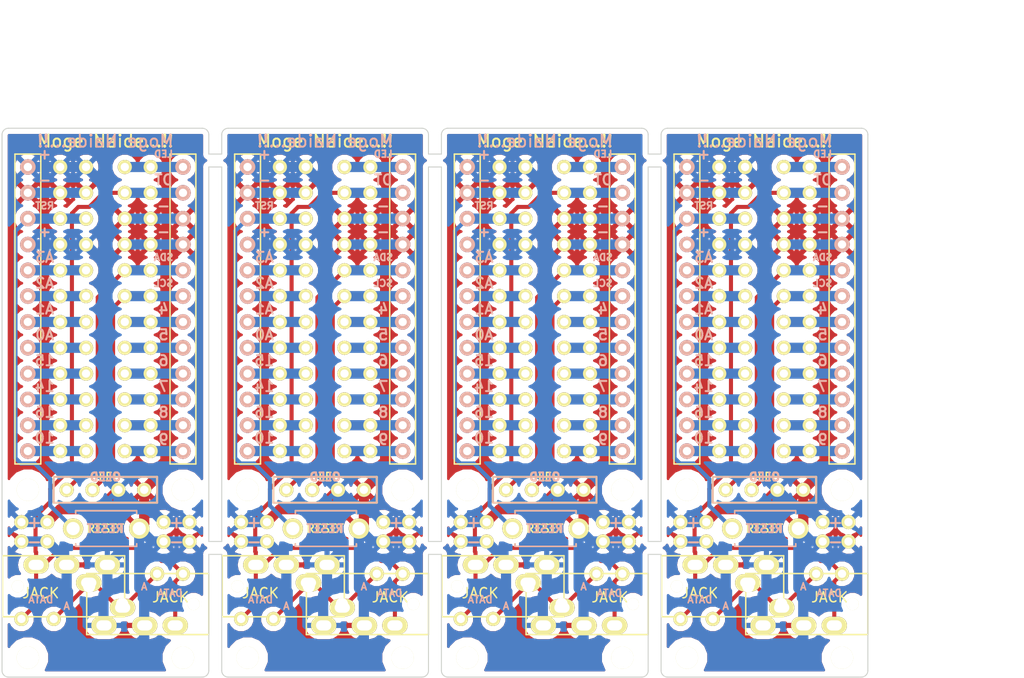
<source format=kicad_pcb>
(kicad_pcb (version 20171130) (host pcbnew 5.0.2-bee76a0~70~ubuntu18.04.1)
  (title_block (title "Cherry Mx Bitboard") (date 2016-06-21) (rev 1))
  (layers (0 F.Cu signal) (31 B.Cu signal) (34 B.Paste user) (35 F.Paste user) (36 B.SilkS user) (37 F.SilkS user) (38 B.Mask user) (39 F.Mask user) (44 Edge.Cuts user))
  (net 0 "")
  (net 1 VCC)
  (net 2 GND)
  (net 3 DATA)
  (net 4 SDA)
  (net 5 SCL)
  (net 6 "Net-(PLED1-Pad1)")
  (net 7 "Net-(PM4-Pad1)")
  (net 8 "Net-(PM5-Pad1)")
  (net 9 "Net-(PM6-Pad1)")
  (net 10 "Net-(PM7-Pad1)")
  (net 11 "Net-(PM8-Pad1)")
  (net 12 "Net-(PM9-Pad1)")
  (net 13 "Net-(PM10-Pad1)")
  (net 14 "Net-(PM14-Pad1)")
  (net 15 "Net-(PM15-Pad1)")
  (net 16 "Net-(PM16-Pad1)")
  (net 17 "Net-(PM18-Pad1)")
  (net 18 "Net-(PM19-Pad1)")
  (net 19 "Net-(PM20-Pad1)")
  (net 20 "Net-(PM21-Pad1)")
  (net 21 RESET)
  (module MYLIB:1PIN_0.1 (layer F.Cu) (at 161.29 51.435)
    (fp_text reference P2 hide)
    (fp_text value CONN_01X01 hide)
    (pad GND thru_hole circle (at 0 0) (size 1.397 1.397) (drill 0.8128) (layers *.Cu *.Mask F.SilkS) (net 2 GND))
  )
  (module MYLIB:1PIN_0.1 (layer F.Cu) (at 139.7 51.435)
    (fp_text reference P2 hide)
    (fp_text value CONN_01X01 hide)
    (pad GND thru_hole circle (at 0 0) (size 1.397 1.397) (drill 0.8128) (layers *.Cu *.Mask F.SilkS) (net 2 GND))
  )
  (module MYLIB:1PIN_0.1 (layer F.Cu) (at 118.11 51.435)
    (fp_text reference P2 hide)
    (fp_text value CONN_01X01 hide)
    (pad GND thru_hole circle (at 0 0) (size 1.397 1.397) (drill 0.8128) (layers *.Cu *.Mask F.SilkS) (net 2 GND))
  )
  (module MYLIB:1PIN_0.1 (layer F.Cu) (at 163.83 59.055)
    (fp_text reference P2 hide)
    (fp_text value CONN_01X01 hide)
    (pad 20 thru_hole circle (at 0 0) (size 1.397 1.397) (drill 0.8128) (layers *.Cu *.Mask F.SilkS) (net 20 "Net-(PM21-Pad1)"))
  )
  (module MYLIB:1PIN_0.1 (layer F.Cu) (at 142.24 59.055)
    (fp_text reference P2 hide)
    (fp_text value CONN_01X01 hide)
    (pad 20 thru_hole circle (at 0 0) (size 1.397 1.397) (drill 0.8128) (layers *.Cu *.Mask F.SilkS) (net 20 "Net-(PM21-Pad1)"))
  )
  (module MYLIB:1PIN_0.1 (layer F.Cu) (at 120.65 59.055)
    (fp_text reference P2 hide)
    (fp_text value CONN_01X01 hide)
    (pad 20 thru_hole circle (at 0 0) (size 1.397 1.397) (drill 0.8128) (layers *.Cu *.Mask F.SilkS) (net 20 "Net-(PM21-Pad1)"))
  )
  (module MYLIB:1PIN_0.1 (layer F.Cu) (at 163.83 48.895)
    (fp_text reference P2 hide)
    (fp_text value CONN_01X01 hide)
    (pad VCC thru_hole circle (at 0 0) (size 1.397 1.397) (drill 0.8128) (layers *.Cu *.Mask F.SilkS) (net 1 VCC))
  )
  (module MYLIB:1PIN_0.1 (layer F.Cu) (at 142.24 48.895)
    (fp_text reference P2 hide)
    (fp_text value CONN_01X01 hide)
    (pad VCC thru_hole circle (at 0 0) (size 1.397 1.397) (drill 0.8128) (layers *.Cu *.Mask F.SilkS) (net 1 VCC))
  )
  (module MYLIB:1PIN_0.1 (layer F.Cu) (at 120.65 48.895)
    (fp_text reference P2 hide)
    (fp_text value CONN_01X01 hide)
    (pad VCC thru_hole circle (at 0 0) (size 1.397 1.397) (drill 0.8128) (layers *.Cu *.Mask F.SilkS) (net 1 VCC))
  )
  (module MYLIB:1PIN_0.1 (layer F.Cu) (at 163.83 53.975)
    (fp_text reference P2 hide)
    (fp_text value CONN_01X01 hide)
    (pad RESE thru_hole circle (at 0 0) (size 1.397 1.397) (drill 0.8128) (layers *.Cu *.Mask F.SilkS) (net 21 RESET))
  )
  (module MYLIB:1PIN_0.1 (layer F.Cu) (at 142.24 53.975)
    (fp_text reference P2 hide)
    (fp_text value CONN_01X01 hide)
    (pad RESE thru_hole circle (at 0 0) (size 1.397 1.397) (drill 0.8128) (layers *.Cu *.Mask F.SilkS) (net 21 RESET))
  )
  (module MYLIB:1PIN_0.1 (layer F.Cu) (at 120.65 53.975)
    (fp_text reference P2 hide)
    (fp_text value CONN_01X01 hide)
    (pad RESE thru_hole circle (at 0 0) (size 1.397 1.397) (drill 0.8128) (layers *.Cu *.Mask F.SilkS) (net 21 RESET))
  )
  (module MYLIB:1PIN_0.1 (layer F.Cu) (at 163.83 56.515)
    (fp_text reference P2 hide)
    (fp_text value CONN_01X01 hide)
    (pad VCC thru_hole circle (at 0 0) (size 1.397 1.397) (drill 0.8128) (layers *.Cu *.Mask F.SilkS) (net 1 VCC))
  )
  (module MYLIB:1PIN_0.1 (layer F.Cu) (at 142.24 56.515)
    (fp_text reference P2 hide)
    (fp_text value CONN_01X01 hide)
    (pad VCC thru_hole circle (at 0 0) (size 1.397 1.397) (drill 0.8128) (layers *.Cu *.Mask F.SilkS) (net 1 VCC))
  )
  (module MYLIB:1PIN_0.1 (layer F.Cu) (at 120.65 56.515)
    (fp_text reference P2 hide)
    (fp_text value CONN_01X01 hide)
    (pad VCC thru_hole circle (at 0 0) (size 1.397 1.397) (drill 0.8128) (layers *.Cu *.Mask F.SilkS) (net 1 VCC))
  )
  (module MYLIB:1PIN_0.1 (layer F.Cu) (at 163.83 51.435)
    (fp_text reference P2 hide)
    (fp_text value CONN_01X01 hide)
    (pad GND thru_hole circle (at 0 0) (size 1.397 1.397) (drill 0.8128) (layers *.Cu *.Mask F.SilkS) (net 2 GND))
  )
  (module MYLIB:1PIN_0.1 (layer F.Cu) (at 142.24 51.435)
    (fp_text reference P2 hide)
    (fp_text value CONN_01X01 hide)
    (pad GND thru_hole circle (at 0 0) (size 1.397 1.397) (drill 0.8128) (layers *.Cu *.Mask F.SilkS) (net 2 GND))
  )
  (module MYLIB:1PIN_0.1 (layer F.Cu) (at 120.65 51.435)
    (fp_text reference P2 hide)
    (fp_text value CONN_01X01 hide)
    (pad GND thru_hole circle (at 0 0) (size 1.397 1.397) (drill 0.8128) (layers *.Cu *.Mask F.SilkS) (net 2 GND))
  )
  (module MYLIB:1PIN_0.1 (layer F.Cu) (at 170.18 61.595)
    (fp_text reference P2 hide)
    (fp_text value CONN_01X01 hide)
    (pad SCL thru_hole circle (at 0 0) (size 1.397 1.397) (drill 0.8128) (layers *.Cu *.Mask F.SilkS) (net 5 SCL))
  )
  (module MYLIB:1PIN_0.1 (layer F.Cu) (at 148.59 61.595)
    (fp_text reference P2 hide)
    (fp_text value CONN_01X01 hide)
    (pad SCL thru_hole circle (at 0 0) (size 1.397 1.397) (drill 0.8128) (layers *.Cu *.Mask F.SilkS) (net 5 SCL))
  )
  (module MYLIB:1PIN_0.1 (layer F.Cu) (at 127 61.595)
    (fp_text reference P2 hide)
    (fp_text value CONN_01X01 hide)
    (pad SCL thru_hole circle (at 0 0) (size 1.397 1.397) (drill 0.8128) (layers *.Cu *.Mask F.SilkS) (net 5 SCL))
  )
  (module MYLIB:1PIN_0.1 (layer F.Cu) (at 170.18 48.895)
    (fp_text reference P2 hide)
    (fp_text value CONN_01X01 hide)
    (pad PLED thru_hole circle (at 0 0) (size 1.397 1.397) (drill 0.8128) (layers *.Cu *.Mask F.SilkS) (net 6 "Net-(PLED1-Pad1)"))
  )
  (module MYLIB:1PIN_0.1 (layer F.Cu) (at 148.59 48.895)
    (fp_text reference P2 hide)
    (fp_text value CONN_01X01 hide)
    (pad PLED thru_hole circle (at 0 0) (size 1.397 1.397) (drill 0.8128) (layers *.Cu *.Mask F.SilkS) (net 6 "Net-(PLED1-Pad1)"))
  )
  (module MYLIB:1PIN_0.1 (layer F.Cu) (at 127 48.895)
    (fp_text reference P2 hide)
    (fp_text value CONN_01X01 hide)
    (pad PLED thru_hole circle (at 0 0) (size 1.397 1.397) (drill 0.8128) (layers *.Cu *.Mask F.SilkS) (net 6 "Net-(PLED1-Pad1)"))
  )
  (module MYLIB:1PIN_0.1 (layer F.Cu) (at 170.18 59.055)
    (fp_text reference P2 hide)
    (fp_text value CONN_01X01 hide)
    (pad SDA thru_hole circle (at 0 0) (size 1.397 1.397) (drill 0.8128) (layers *.Cu *.Mask F.SilkS) (net 4 SDA))
  )
  (module MYLIB:1PIN_0.1 (layer F.Cu) (at 148.59 59.055)
    (fp_text reference P2 hide)
    (fp_text value CONN_01X01 hide)
    (pad SDA thru_hole circle (at 0 0) (size 1.397 1.397) (drill 0.8128) (layers *.Cu *.Mask F.SilkS) (net 4 SDA))
  )
  (module MYLIB:1PIN_0.1 (layer F.Cu) (at 127 59.055)
    (fp_text reference P2 hide)
    (fp_text value CONN_01X01 hide)
    (pad SDA thru_hole circle (at 0 0) (size 1.397 1.397) (drill 0.8128) (layers *.Cu *.Mask F.SilkS) (net 4 SDA))
  )
  (module MYLIB:1PIN_0.1 (layer F.Cu) (at 170.18 53.975)
    (fp_text reference P2 hide)
    (fp_text value CONN_01X01 hide)
    (pad GND thru_hole circle (at 0 0) (size 1.397 1.397) (drill 0.8128) (layers *.Cu *.Mask F.SilkS) (net 2 GND))
  )
  (module MYLIB:1PIN_0.1 (layer F.Cu) (at 148.59 53.975)
    (fp_text reference P2 hide)
    (fp_text value CONN_01X01 hide)
    (pad GND thru_hole circle (at 0 0) (size 1.397 1.397) (drill 0.8128) (layers *.Cu *.Mask F.SilkS) (net 2 GND))
  )
  (module MYLIB:1PIN_0.1 (layer F.Cu) (at 127 53.975)
    (fp_text reference P2 hide)
    (fp_text value CONN_01X01 hide)
    (pad GND thru_hole circle (at 0 0) (size 1.397 1.397) (drill 0.8128) (layers *.Cu *.Mask F.SilkS) (net 2 GND))
  )
  (module MYLIB:1PIN_0.1 (layer F.Cu) (at 170.18 51.435)
    (fp_text reference P2 hide)
    (fp_text value CONN_01X01 hide)
    (pad DATA thru_hole circle (at 0 0) (size 1.397 1.397) (drill 0.8128) (layers *.Cu *.Mask F.SilkS) (net 3 DATA))
  )
  (module MYLIB:1PIN_0.1 (layer F.Cu) (at 148.59 51.435)
    (fp_text reference P2 hide)
    (fp_text value CONN_01X01 hide)
    (pad DATA thru_hole circle (at 0 0) (size 1.397 1.397) (drill 0.8128) (layers *.Cu *.Mask F.SilkS) (net 3 DATA))
  )
  (module MYLIB:1PIN_0.1 (layer F.Cu) (at 127 51.435)
    (fp_text reference P2 hide)
    (fp_text value CONN_01X01 hide)
    (pad DATA thru_hole circle (at 0 0) (size 1.397 1.397) (drill 0.8128) (layers *.Cu *.Mask F.SilkS) (net 3 DATA))
  )
  (module MYLIB:1PIN_0.1 (layer F.Cu) (at 170.18 56.515)
    (fp_text reference P2 hide)
    (fp_text value CONN_01X01 hide)
    (pad GND thru_hole circle (at 0 0) (size 1.397 1.397) (drill 0.8128) (layers *.Cu *.Mask F.SilkS) (net 2 GND))
  )
  (module MYLIB:1PIN_0.1 (layer F.Cu) (at 148.59 56.515)
    (fp_text reference P2 hide)
    (fp_text value CONN_01X01 hide)
    (pad GND thru_hole circle (at 0 0) (size 1.397 1.397) (drill 0.8128) (layers *.Cu *.Mask F.SilkS) (net 2 GND))
  )
  (module MYLIB:1PIN_0.1 (layer F.Cu) (at 127 56.515)
    (fp_text reference P2 hide)
    (fp_text value CONN_01X01 hide)
    (pad GND thru_hole circle (at 0 0) (size 1.397 1.397) (drill 0.8128) (layers *.Cu *.Mask F.SilkS) (net 2 GND))
  )
  (module MYLIB:1PIN_0.1 (layer F.Cu) (at 161.29 59.055)
    (fp_text reference P2 hide)
    (fp_text value CONN_01X01 hide)
    (pad 20 thru_hole circle (at 0 0) (size 1.397 1.397) (drill 0.8128) (layers *.Cu *.Mask F.SilkS) (net 20 "Net-(PM21-Pad1)"))
  )
  (module MYLIB:1PIN_0.1 (layer F.Cu) (at 139.7 59.055)
    (fp_text reference P2 hide)
    (fp_text value CONN_01X01 hide)
    (pad 20 thru_hole circle (at 0 0) (size 1.397 1.397) (drill 0.8128) (layers *.Cu *.Mask F.SilkS) (net 20 "Net-(PM21-Pad1)"))
  )
  (module MYLIB:1PIN_0.1 (layer F.Cu) (at 118.11 59.055)
    (fp_text reference P2 hide)
    (fp_text value CONN_01X01 hide)
    (pad 20 thru_hole circle (at 0 0) (size 1.397 1.397) (drill 0.8128) (layers *.Cu *.Mask F.SilkS) (net 20 "Net-(PM21-Pad1)"))
  )
  (module MYLIB:1PIN_0.1 (layer F.Cu) (at 161.29 56.515)
    (fp_text reference P2 hide)
    (fp_text value CONN_01X01 hide)
    (pad VCC thru_hole circle (at 0 0) (size 1.397 1.397) (drill 0.8128) (layers *.Cu *.Mask F.SilkS) (net 1 VCC))
  )
  (module MYLIB:1PIN_0.1 (layer F.Cu) (at 139.7 56.515)
    (fp_text reference P2 hide)
    (fp_text value CONN_01X01 hide)
    (pad VCC thru_hole circle (at 0 0) (size 1.397 1.397) (drill 0.8128) (layers *.Cu *.Mask F.SilkS) (net 1 VCC))
  )
  (module MYLIB:1PIN_0.1 (layer F.Cu) (at 118.11 56.515)
    (fp_text reference P2 hide)
    (fp_text value CONN_01X01 hide)
    (pad VCC thru_hole circle (at 0 0) (size 1.397 1.397) (drill 0.8128) (layers *.Cu *.Mask F.SilkS) (net 1 VCC))
  )
  (module MYLIB:1PIN_0.1 (layer F.Cu) (at 161.29 53.975)
    (fp_text reference P2 hide)
    (fp_text value CONN_01X01 hide)
    (pad RESE thru_hole circle (at 0 0) (size 1.397 1.397) (drill 0.8128) (layers *.Cu *.Mask F.SilkS) (net 21 RESET))
  )
  (module MYLIB:1PIN_0.1 (layer F.Cu) (at 139.7 53.975)
    (fp_text reference P2 hide)
    (fp_text value CONN_01X01 hide)
    (pad RESE thru_hole circle (at 0 0) (size 1.397 1.397) (drill 0.8128) (layers *.Cu *.Mask F.SilkS) (net 21 RESET))
  )
  (module MYLIB:1PIN_0.1 (layer F.Cu) (at 118.11 53.975)
    (fp_text reference P2 hide)
    (fp_text value CONN_01X01 hide)
    (pad RESE thru_hole circle (at 0 0) (size 1.397 1.397) (drill 0.8128) (layers *.Cu *.Mask F.SilkS) (net 21 RESET))
  )
  (module MYLIB:1PIN_0.1 (layer F.Cu) (at 161.29 48.895)
    (fp_text reference P2 hide)
    (fp_text value CONN_01X01 hide)
    (pad VCC thru_hole circle (at 0 0) (size 1.397 1.397) (drill 0.8128) (layers *.Cu *.Mask F.SilkS) (net 1 VCC))
  )
  (module MYLIB:1PIN_0.1 (layer F.Cu) (at 139.7 48.895)
    (fp_text reference P2 hide)
    (fp_text value CONN_01X01 hide)
    (pad VCC thru_hole circle (at 0 0) (size 1.397 1.397) (drill 0.8128) (layers *.Cu *.Mask F.SilkS) (net 1 VCC))
  )
  (module MYLIB:1PIN_0.1 (layer F.Cu) (at 118.11 48.895)
    (fp_text reference P2 hide)
    (fp_text value CONN_01X01 hide)
    (pad VCC thru_hole circle (at 0 0) (size 1.397 1.397) (drill 0.8128) (layers *.Cu *.Mask F.SilkS) (net 1 VCC))
  )
  (module MYLIB:HOLE_M2 (layer F.Cu) (at 173.355 80.645)
    (fp_text reference HOLE_M2 hide)
    (fp_text value VAL** hide)
    (pad "" np_thru_hole circle (at 0 0) (size 2.2 2.2) (drill 2.2) (layers *.Cu *.Mask F.SilkS) (clearance 0.9))
  )
  (module MYLIB:HOLE_M2 (layer F.Cu) (at 151.765 80.645)
    (fp_text reference HOLE_M2 hide)
    (fp_text value VAL** hide)
    (pad "" np_thru_hole circle (at 0 0) (size 2.2 2.2) (drill 2.2) (layers *.Cu *.Mask F.SilkS) (clearance 0.9))
  )
  (module MYLIB:HOLE_M2 (layer F.Cu) (at 130.175 80.645)
    (fp_text reference HOLE_M2 hide)
    (fp_text value VAL** hide)
    (pad "" np_thru_hole circle (at 0 0) (size 2.2 2.2) (drill 2.2) (layers *.Cu *.Mask F.SilkS) (clearance 0.9))
  )
  (module MYLIB:HOLE_M2 (layer F.Cu) (at 158.115 80.645)
    (fp_text reference HOLE_M2 hide)
    (fp_text value VAL** hide)
    (pad "" np_thru_hole circle (at 0 0) (size 2.2 2.2) (drill 2.2) (layers *.Cu *.Mask F.SilkS) (clearance 0.9))
  )
  (module MYLIB:HOLE_M2 (layer F.Cu) (at 136.525 80.645)
    (fp_text reference HOLE_M2 hide)
    (fp_text value VAL** hide)
    (pad "" np_thru_hole circle (at 0 0) (size 2.2 2.2) (drill 2.2) (layers *.Cu *.Mask F.SilkS) (clearance 0.9))
  )
  (module MYLIB:HOLE_M2 (layer F.Cu) (at 114.935 80.645)
    (fp_text reference HOLE_M2 hide)
    (fp_text value VAL** hide)
    (pad "" np_thru_hole circle (at 0 0) (size 2.2 2.2) (drill 2.2) (layers *.Cu *.Mask F.SilkS) (clearance 0.9))
  )
  (module MYLIB:HOLE_M2 (layer F.Cu) (at 173.355 97.155)
    (fp_text reference HOLE_M2 hide)
    (fp_text value VAL** hide)
    (pad "" np_thru_hole circle (at 0 0) (size 2.2 2.2) (drill 2.2) (layers *.Cu *.Mask F.SilkS) (clearance 0.9))
  )
  (module MYLIB:HOLE_M2 (layer F.Cu) (at 151.765 97.155)
    (fp_text reference HOLE_M2 hide)
    (fp_text value VAL** hide)
    (pad "" np_thru_hole circle (at 0 0) (size 2.2 2.2) (drill 2.2) (layers *.Cu *.Mask F.SilkS) (clearance 0.9))
  )
  (module MYLIB:HOLE_M2 (layer F.Cu) (at 130.175 97.155)
    (fp_text reference HOLE_M2 hide)
    (fp_text value VAL** hide)
    (pad "" np_thru_hole circle (at 0 0) (size 2.2 2.2) (drill 2.2) (layers *.Cu *.Mask F.SilkS) (clearance 0.9))
  )
  (module MYLIB:SW_3.5x6.0_TH (layer F.Cu) (at 165.81 84.455)
    (fp_text reference RESET1 hide)
    (fp_text value RESET (at -0.075 0) (layer F.SilkS) (effects (font (size 0.8128 0.8128))))
    (pad 2 thru_hole circle (at 3.25 0) (size 2 2) (drill 1.3) (layers *.Cu *.Mask F.SilkS) (net 2 GND))
    (pad 1 thru_hole circle (at -3.25 0) (size 2 2) (drill 1.3) (layers *.Cu *.Mask F.SilkS) (net 21 RESET))
  )
  (module MYLIB:SW_3.5x6.0_TH (layer F.Cu) (at 144.22 84.455)
    (fp_text reference RESET1 hide)
    (fp_text value RESET (at -0.075 0) (layer F.SilkS) (effects (font (size 0.8128 0.8128))))
    (pad 2 thru_hole circle (at 3.25 0) (size 2 2) (drill 1.3) (layers *.Cu *.Mask F.SilkS) (net 2 GND))
    (pad 1 thru_hole circle (at -3.25 0) (size 2 2) (drill 1.3) (layers *.Cu *.Mask F.SilkS) (net 21 RESET))
  )
  (module MYLIB:SW_3.5x6.0_TH (layer F.Cu) (at 122.63 84.455)
    (fp_text reference RESET1 hide)
    (fp_text value RESET (at -0.075 0) (layer F.SilkS) (effects (font (size 0.8128 0.8128))))
    (pad 2 thru_hole circle (at 3.25 0) (size 2 2) (drill 1.3) (layers *.Cu *.Mask F.SilkS) (net 2 GND))
    (pad 1 thru_hole circle (at -3.25 0) (size 2 2) (drill 1.3) (layers *.Cu *.Mask F.SilkS) (net 21 RESET))
  )
  (module MYLIB:HOLE_M2 (layer F.Cu) (at 158.115 97.155)
    (fp_text reference HOLE_M2 hide)
    (fp_text value VAL** hide)
    (pad "" np_thru_hole circle (at 0 0) (size 2.2 2.2) (drill 2.2) (layers *.Cu *.Mask F.SilkS) (clearance 0.9))
  )
  (module MYLIB:HOLE_M2 (layer F.Cu) (at 136.525 97.155)
    (fp_text reference HOLE_M2 hide)
    (fp_text value VAL** hide)
    (pad "" np_thru_hole circle (at 0 0) (size 2.2 2.2) (drill 2.2) (layers *.Cu *.Mask F.SilkS) (clearance 0.9))
  )
  (module MYLIB:HOLE_M2 (layer F.Cu) (at 114.935 97.155)
    (fp_text reference HOLE_M2 hide)
    (fp_text value VAL** hide)
    (pad "" np_thru_hole circle (at 0 0) (size 2.2 2.2) (drill 2.2) (layers *.Cu *.Mask F.SilkS) (clearance 0.9))
  )
  (module helix:MJ-4PP-9_rev2 (layer F.Cu) (at 155.625 90.13 90)
    (fp_text reference JACK (at -0.675 3.76 180) (layer F.SilkS))
    (fp_text value MJ-4PP-9 hide)
    (pad "" np_thru_hole circle (at 0 8.509 90) (size 1.2 1.2) (drill 1.2) (layers *.Cu *.Mask F.SilkS))
    (pad "" np_thru_hole circle (at 0 1.4986 90) (size 1.2 1.2) (drill 1.2) (layers *.Cu *.Mask F.SilkS))
    (pad A thru_hole oval (at -2.1 11.8 90) (size 1.7 2.5) (drill oval 1 1.5) (layers *.Cu *.Mask F.SilkS) (clearance 0.15))
    (pad D thru_hole oval (at 2.1 10.3 90) (size 1.7 2.5) (drill oval 1 1.5) (layers *.Cu *.Mask F.SilkS) (net 1 VCC) (clearance 0.15))
    (pad C thru_hole oval (at 2.1 6.3 90) (size 1.7 2.5) (drill oval 1 1.5) (layers *.Cu *.Mask F.SilkS) (net 2 GND))
    (pad B thru_hole oval (at 2.1 3.3 90) (size 1.7 2.5) (drill oval 1 1.5) (layers *.Cu *.Mask F.SilkS) (net 3 DATA))
  )
  (module helix:MJ-4PP-9_rev2 (layer F.Cu) (at 134.035 90.13 90)
    (fp_text reference JACK (at -0.675 3.76 180) (layer F.SilkS))
    (fp_text value MJ-4PP-9 hide)
    (pad "" np_thru_hole circle (at 0 8.509 90) (size 1.2 1.2) (drill 1.2) (layers *.Cu *.Mask F.SilkS))
    (pad "" np_thru_hole circle (at 0 1.4986 90) (size 1.2 1.2) (drill 1.2) (layers *.Cu *.Mask F.SilkS))
    (pad A thru_hole oval (at -2.1 11.8 90) (size 1.7 2.5) (drill oval 1 1.5) (layers *.Cu *.Mask F.SilkS) (clearance 0.15))
    (pad D thru_hole oval (at 2.1 10.3 90) (size 1.7 2.5) (drill oval 1 1.5) (layers *.Cu *.Mask F.SilkS) (net 1 VCC) (clearance 0.15))
    (pad C thru_hole oval (at 2.1 6.3 90) (size 1.7 2.5) (drill oval 1 1.5) (layers *.Cu *.Mask F.SilkS) (net 2 GND))
    (pad B thru_hole oval (at 2.1 3.3 90) (size 1.7 2.5) (drill oval 1 1.5) (layers *.Cu *.Mask F.SilkS) (net 3 DATA))
  )
  (module helix:MJ-4PP-9_rev2 (layer F.Cu) (at 112.445 90.13 90)
    (fp_text reference JACK (at -0.675 3.76 180) (layer F.SilkS))
    (fp_text value MJ-4PP-9 hide)
    (pad "" np_thru_hole circle (at 0 8.509 90) (size 1.2 1.2) (drill 1.2) (layers *.Cu *.Mask F.SilkS))
    (pad "" np_thru_hole circle (at 0 1.4986 90) (size 1.2 1.2) (drill 1.2) (layers *.Cu *.Mask F.SilkS))
    (pad A thru_hole oval (at -2.1 11.8 90) (size 1.7 2.5) (drill oval 1 1.5) (layers *.Cu *.Mask F.SilkS) (clearance 0.15))
    (pad D thru_hole oval (at 2.1 10.3 90) (size 1.7 2.5) (drill oval 1 1.5) (layers *.Cu *.Mask F.SilkS) (net 1 VCC) (clearance 0.15))
    (pad C thru_hole oval (at 2.1 6.3 90) (size 1.7 2.5) (drill oval 1 1.5) (layers *.Cu *.Mask F.SilkS) (net 2 GND))
    (pad B thru_hole oval (at 2.1 3.3 90) (size 1.7 2.5) (drill oval 1 1.5) (layers *.Cu *.Mask F.SilkS) (net 3 DATA))
  )
  (module helix:MJ-4PP-9_rev2 (layer F.Cu) (at 175.895 91.88 270)
    (fp_text reference JACK (at -0.675 3.76) (layer F.SilkS))
    (fp_text value MJ-4PP-9 hide)
    (pad B thru_hole oval (at 2.1 3.3 270) (size 1.7 2.5) (drill oval 1 1.5) (layers *.Cu *.Mask F.SilkS) (net 3 DATA))
    (pad C thru_hole oval (at 2.1 6.3 270) (size 1.7 2.5) (drill oval 1 1.5) (layers *.Cu *.Mask F.SilkS) (net 2 GND))
    (pad D thru_hole oval (at 2.1 10.3 270) (size 1.7 2.5) (drill oval 1 1.5) (layers *.Cu *.Mask F.SilkS) (net 1 VCC) (clearance 0.15))
    (pad A thru_hole oval (at -2.1 11.8 270) (size 1.7 2.5) (drill oval 1 1.5) (layers *.Cu *.Mask F.SilkS) (clearance 0.15))
    (pad "" np_thru_hole circle (at 0 1.4986 270) (size 1.2 1.2) (drill 1.2) (layers *.Cu *.Mask F.SilkS))
    (pad "" np_thru_hole circle (at 0 8.509 270) (size 1.2 1.2) (drill 1.2) (layers *.Cu *.Mask F.SilkS))
  )
  (module helix:MJ-4PP-9_rev2 (layer F.Cu) (at 154.305 91.88 270)
    (fp_text reference JACK (at -0.675 3.76) (layer F.SilkS))
    (fp_text value MJ-4PP-9 hide)
    (pad B thru_hole oval (at 2.1 3.3 270) (size 1.7 2.5) (drill oval 1 1.5) (layers *.Cu *.Mask F.SilkS) (net 3 DATA))
    (pad C thru_hole oval (at 2.1 6.3 270) (size 1.7 2.5) (drill oval 1 1.5) (layers *.Cu *.Mask F.SilkS) (net 2 GND))
    (pad D thru_hole oval (at 2.1 10.3 270) (size 1.7 2.5) (drill oval 1 1.5) (layers *.Cu *.Mask F.SilkS) (net 1 VCC) (clearance 0.15))
    (pad A thru_hole oval (at -2.1 11.8 270) (size 1.7 2.5) (drill oval 1 1.5) (layers *.Cu *.Mask F.SilkS) (clearance 0.15))
    (pad "" np_thru_hole circle (at 0 1.4986 270) (size 1.2 1.2) (drill 1.2) (layers *.Cu *.Mask F.SilkS))
    (pad "" np_thru_hole circle (at 0 8.509 270) (size 1.2 1.2) (drill 1.2) (layers *.Cu *.Mask F.SilkS))
  )
  (module helix:MJ-4PP-9_rev2 (layer F.Cu) (at 132.715 91.88 270)
    (fp_text reference JACK (at -0.675 3.76) (layer F.SilkS))
    (fp_text value MJ-4PP-9 hide)
    (pad B thru_hole oval (at 2.1 3.3 270) (size 1.7 2.5) (drill oval 1 1.5) (layers *.Cu *.Mask F.SilkS) (net 3 DATA))
    (pad C thru_hole oval (at 2.1 6.3 270) (size 1.7 2.5) (drill oval 1 1.5) (layers *.Cu *.Mask F.SilkS) (net 2 GND))
    (pad D thru_hole oval (at 2.1 10.3 270) (size 1.7 2.5) (drill oval 1 1.5) (layers *.Cu *.Mask F.SilkS) (net 1 VCC) (clearance 0.15))
    (pad A thru_hole oval (at -2.1 11.8 270) (size 1.7 2.5) (drill oval 1 1.5) (layers *.Cu *.Mask F.SilkS) (clearance 0.15))
    (pad "" np_thru_hole circle (at 0 1.4986 270) (size 1.2 1.2) (drill 1.2) (layers *.Cu *.Mask F.SilkS))
    (pad "" np_thru_hole circle (at 0 8.509 270) (size 1.2 1.2) (drill 1.2) (layers *.Cu *.Mask F.SilkS))
  )
  (module MYLIB:1PIN_0.1 (layer F.Cu) (at 167.64 76.835)
    (fp_text reference P2 hide)
    (fp_text value CONN_01X01 hide)
    (pad 12 thru_hole circle (at 0 0) (size 1.397 1.397) (drill 0.8128) (layers *.Cu *.Mask F.SilkS) (net 12 "Net-(PM9-Pad1)"))
  )
  (module MYLIB:1PIN_0.1 (layer F.Cu) (at 146.05 76.835)
    (fp_text reference P2 hide)
    (fp_text value CONN_01X01 hide)
    (pad 12 thru_hole circle (at 0 0) (size 1.397 1.397) (drill 0.8128) (layers *.Cu *.Mask F.SilkS) (net 12 "Net-(PM9-Pad1)"))
  )
  (module MYLIB:1PIN_0.1 (layer F.Cu) (at 124.46 76.835)
    (fp_text reference P2 hide)
    (fp_text value CONN_01X01 hide)
    (pad 12 thru_hole circle (at 0 0) (size 1.397 1.397) (drill 0.8128) (layers *.Cu *.Mask F.SilkS) (net 12 "Net-(PM9-Pad1)"))
  )
  (module MYLIB:1PIN_0.1 (layer F.Cu) (at 167.64 74.295)
    (fp_text reference P2 hide)
    (fp_text value CONN_01X01 hide)
    (pad 11 thru_hole circle (at 0 0) (size 1.397 1.397) (drill 0.8128) (layers *.Cu *.Mask F.SilkS) (net 11 "Net-(PM8-Pad1)"))
  )
  (module MYLIB:1PIN_0.1 (layer F.Cu) (at 146.05 74.295)
    (fp_text reference P2 hide)
    (fp_text value CONN_01X01 hide)
    (pad 11 thru_hole circle (at 0 0) (size 1.397 1.397) (drill 0.8128) (layers *.Cu *.Mask F.SilkS) (net 11 "Net-(PM8-Pad1)"))
  )
  (module MYLIB:1PIN_0.1 (layer F.Cu) (at 124.46 74.295)
    (fp_text reference P2 hide)
    (fp_text value CONN_01X01 hide)
    (pad 11 thru_hole circle (at 0 0) (size 1.397 1.397) (drill 0.8128) (layers *.Cu *.Mask F.SilkS) (net 11 "Net-(PM8-Pad1)"))
  )
  (module MYLIB:1PIN_0.1 (layer F.Cu) (at 167.64 71.755)
    (fp_text reference P2 hide)
    (fp_text value CONN_01X01 hide)
    (pad 10 thru_hole circle (at 0 0) (size 1.397 1.397) (drill 0.8128) (layers *.Cu *.Mask F.SilkS) (net 10 "Net-(PM7-Pad1)"))
  )
  (module MYLIB:1PIN_0.1 (layer F.Cu) (at 146.05 71.755)
    (fp_text reference P2 hide)
    (fp_text value CONN_01X01 hide)
    (pad 10 thru_hole circle (at 0 0) (size 1.397 1.397) (drill 0.8128) (layers *.Cu *.Mask F.SilkS) (net 10 "Net-(PM7-Pad1)"))
  )
  (module MYLIB:1PIN_0.1 (layer F.Cu) (at 124.46 71.755)
    (fp_text reference P2 hide)
    (fp_text value CONN_01X01 hide)
    (pad 10 thru_hole circle (at 0 0) (size 1.397 1.397) (drill 0.8128) (layers *.Cu *.Mask F.SilkS) (net 10 "Net-(PM7-Pad1)"))
  )
  (module MYLIB:1PIN_0.1 (layer F.Cu) (at 167.64 64.135)
    (fp_text reference P2 hide)
    (fp_text value CONN_01X01 hide)
    (pad 7 thru_hole circle (at 0 0) (size 1.397 1.397) (drill 0.8128) (layers *.Cu *.Mask F.SilkS) (net 7 "Net-(PM4-Pad1)"))
  )
  (module MYLIB:1PIN_0.1 (layer F.Cu) (at 146.05 64.135)
    (fp_text reference P2 hide)
    (fp_text value CONN_01X01 hide)
    (pad 7 thru_hole circle (at 0 0) (size 1.397 1.397) (drill 0.8128) (layers *.Cu *.Mask F.SilkS) (net 7 "Net-(PM4-Pad1)"))
  )
  (module MYLIB:1PIN_0.1 (layer F.Cu) (at 124.46 64.135)
    (fp_text reference P2 hide)
    (fp_text value CONN_01X01 hide)
    (pad 7 thru_hole circle (at 0 0) (size 1.397 1.397) (drill 0.8128) (layers *.Cu *.Mask F.SilkS) (net 7 "Net-(PM4-Pad1)"))
  )
  (module MYLIB:1PIN_0.1 (layer F.Cu) (at 167.64 69.215)
    (fp_text reference P2 hide)
    (fp_text value CONN_01X01 hide)
    (pad 9 thru_hole circle (at 0 0) (size 1.397 1.397) (drill 0.8128) (layers *.Cu *.Mask F.SilkS) (net 9 "Net-(PM6-Pad1)"))
  )
  (module MYLIB:1PIN_0.1 (layer F.Cu) (at 146.05 69.215)
    (fp_text reference P2 hide)
    (fp_text value CONN_01X01 hide)
    (pad 9 thru_hole circle (at 0 0) (size 1.397 1.397) (drill 0.8128) (layers *.Cu *.Mask F.SilkS) (net 9 "Net-(PM6-Pad1)"))
  )
  (module MYLIB:1PIN_0.1 (layer F.Cu) (at 124.46 69.215)
    (fp_text reference P2 hide)
    (fp_text value CONN_01X01 hide)
    (pad 9 thru_hole circle (at 0 0) (size 1.397 1.397) (drill 0.8128) (layers *.Cu *.Mask F.SilkS) (net 9 "Net-(PM6-Pad1)"))
  )
  (module MYLIB:1PIN_0.1 (layer F.Cu) (at 167.64 66.675)
    (fp_text reference P2 hide)
    (fp_text value CONN_01X01 hide)
    (pad 8 thru_hole circle (at 0 0) (size 1.397 1.397) (drill 0.8128) (layers *.Cu *.Mask F.SilkS) (net 8 "Net-(PM5-Pad1)"))
  )
  (module MYLIB:1PIN_0.1 (layer F.Cu) (at 146.05 66.675)
    (fp_text reference P2 hide)
    (fp_text value CONN_01X01 hide)
    (pad 8 thru_hole circle (at 0 0) (size 1.397 1.397) (drill 0.8128) (layers *.Cu *.Mask F.SilkS) (net 8 "Net-(PM5-Pad1)"))
  )
  (module MYLIB:1PIN_0.1 (layer F.Cu) (at 124.46 66.675)
    (fp_text reference P2 hide)
    (fp_text value CONN_01X01 hide)
    (pad 8 thru_hole circle (at 0 0) (size 1.397 1.397) (drill 0.8128) (layers *.Cu *.Mask F.SilkS) (net 8 "Net-(PM5-Pad1)"))
  )
  (module MYLIB:1PIN_0.1 (layer F.Cu) (at 163.83 64.135)
    (fp_text reference P2 hide)
    (fp_text value CONN_01X01 hide)
    (pad 18 thru_hole circle (at 0 0) (size 1.397 1.397) (drill 0.8128) (layers *.Cu *.Mask F.SilkS) (net 18 "Net-(PM19-Pad1)"))
  )
  (module MYLIB:1PIN_0.1 (layer F.Cu) (at 142.24 64.135)
    (fp_text reference P2 hide)
    (fp_text value CONN_01X01 hide)
    (pad 18 thru_hole circle (at 0 0) (size 1.397 1.397) (drill 0.8128) (layers *.Cu *.Mask F.SilkS) (net 18 "Net-(PM19-Pad1)"))
  )
  (module MYLIB:1PIN_0.1 (layer F.Cu) (at 120.65 64.135)
    (fp_text reference P2 hide)
    (fp_text value CONN_01X01 hide)
    (pad 18 thru_hole circle (at 0 0) (size 1.397 1.397) (drill 0.8128) (layers *.Cu *.Mask F.SilkS) (net 18 "Net-(PM19-Pad1)"))
  )
  (module MYLIB:1PIN_0.1 (layer F.Cu) (at 163.83 66.675)
    (fp_text reference P2 hide)
    (fp_text value CONN_01X01 hide)
    (pad 17 thru_hole circle (at 0 0) (size 1.397 1.397) (drill 0.8128) (layers *.Cu *.Mask F.SilkS) (net 17 "Net-(PM18-Pad1)"))
  )
  (module MYLIB:1PIN_0.1 (layer F.Cu) (at 142.24 66.675)
    (fp_text reference P2 hide)
    (fp_text value CONN_01X01 hide)
    (pad 17 thru_hole circle (at 0 0) (size 1.397 1.397) (drill 0.8128) (layers *.Cu *.Mask F.SilkS) (net 17 "Net-(PM18-Pad1)"))
  )
  (module MYLIB:1PIN_0.1 (layer F.Cu) (at 120.65 66.675)
    (fp_text reference P2 hide)
    (fp_text value CONN_01X01 hide)
    (pad 17 thru_hole circle (at 0 0) (size 1.397 1.397) (drill 0.8128) (layers *.Cu *.Mask F.SilkS) (net 17 "Net-(PM18-Pad1)"))
  )
  (module MYLIB:1PIN_0.1 (layer F.Cu) (at 163.83 69.215)
    (fp_text reference P2 hide)
    (fp_text value CONN_01X01 hide)
    (pad 16 thru_hole circle (at 0 0) (size 1.397 1.397) (drill 0.8128) (layers *.Cu *.Mask F.SilkS) (net 15 "Net-(PM15-Pad1)"))
  )
  (module MYLIB:1PIN_0.1 (layer F.Cu) (at 142.24 69.215)
    (fp_text reference P2 hide)
    (fp_text value CONN_01X01 hide)
    (pad 16 thru_hole circle (at 0 0) (size 1.397 1.397) (drill 0.8128) (layers *.Cu *.Mask F.SilkS) (net 15 "Net-(PM15-Pad1)"))
  )
  (module MYLIB:1PIN_0.1 (layer F.Cu) (at 120.65 69.215)
    (fp_text reference P2 hide)
    (fp_text value CONN_01X01 hide)
    (pad 16 thru_hole circle (at 0 0) (size 1.397 1.397) (drill 0.8128) (layers *.Cu *.Mask F.SilkS) (net 15 "Net-(PM15-Pad1)"))
  )
  (module MYLIB:1PIN_0.1 (layer F.Cu) (at 163.83 76.835)
    (fp_text reference P2 hide)
    (fp_text value CONN_01X01 hide)
    (pad 13 thru_hole circle (at 0 0) (size 1.397 1.397) (drill 0.8128) (layers *.Cu *.Mask F.SilkS) (net 13 "Net-(PM10-Pad1)"))
  )
  (module MYLIB:1PIN_0.1 (layer F.Cu) (at 142.24 76.835)
    (fp_text reference P2 hide)
    (fp_text value CONN_01X01 hide)
    (pad 13 thru_hole circle (at 0 0) (size 1.397 1.397) (drill 0.8128) (layers *.Cu *.Mask F.SilkS) (net 13 "Net-(PM10-Pad1)"))
  )
  (module MYLIB:1PIN_0.1 (layer F.Cu) (at 120.65 76.835)
    (fp_text reference P2 hide)
    (fp_text value CONN_01X01 hide)
    (pad 13 thru_hole circle (at 0 0) (size 1.397 1.397) (drill 0.8128) (layers *.Cu *.Mask F.SilkS) (net 13 "Net-(PM10-Pad1)"))
  )
  (module MYLIB:1PIN_0.1 (layer F.Cu) (at 163.83 71.755)
    (fp_text reference P2 hide)
    (fp_text value CONN_01X01 hide)
    (pad 15 thru_hole circle (at 0 0) (size 1.397 1.397) (drill 0.8128) (layers *.Cu *.Mask F.SilkS) (net 14 "Net-(PM14-Pad1)"))
  )
  (module MYLIB:1PIN_0.1 (layer F.Cu) (at 142.24 71.755)
    (fp_text reference P2 hide)
    (fp_text value CONN_01X01 hide)
    (pad 15 thru_hole circle (at 0 0) (size 1.397 1.397) (drill 0.8128) (layers *.Cu *.Mask F.SilkS) (net 14 "Net-(PM14-Pad1)"))
  )
  (module MYLIB:1PIN_0.1 (layer F.Cu) (at 120.65 71.755)
    (fp_text reference P2 hide)
    (fp_text value CONN_01X01 hide)
    (pad 15 thru_hole circle (at 0 0) (size 1.397 1.397) (drill 0.8128) (layers *.Cu *.Mask F.SilkS) (net 14 "Net-(PM14-Pad1)"))
  )
  (module MYLIB:1PIN_0.1 (layer F.Cu) (at 163.83 74.295)
    (fp_text reference P2 hide)
    (fp_text value CONN_01X01 hide)
    (pad 14 thru_hole circle (at 0 0) (size 1.397 1.397) (drill 0.8128) (layers *.Cu *.Mask F.SilkS) (net 16 "Net-(PM16-Pad1)"))
  )
  (module MYLIB:1PIN_0.1 (layer F.Cu) (at 142.24 74.295)
    (fp_text reference P2 hide)
    (fp_text value CONN_01X01 hide)
    (pad 14 thru_hole circle (at 0 0) (size 1.397 1.397) (drill 0.8128) (layers *.Cu *.Mask F.SilkS) (net 16 "Net-(PM16-Pad1)"))
  )
  (module MYLIB:1PIN_0.1 (layer F.Cu) (at 120.65 74.295)
    (fp_text reference P2 hide)
    (fp_text value CONN_01X01 hide)
    (pad 14 thru_hole circle (at 0 0) (size 1.397 1.397) (drill 0.8128) (layers *.Cu *.Mask F.SilkS) (net 16 "Net-(PM16-Pad1)"))
  )
  (module MYLIB:1PIN_0.1 (layer F.Cu) (at 163.83 61.595)
    (fp_text reference P2 hide)
    (fp_text value CONN_01X01 hide)
    (pad 19 thru_hole circle (at 0 0) (size 1.397 1.397) (drill 0.8128) (layers *.Cu *.Mask F.SilkS) (net 19 "Net-(PM20-Pad1)"))
  )
  (module MYLIB:1PIN_0.1 (layer F.Cu) (at 142.24 61.595)
    (fp_text reference P2 hide)
    (fp_text value CONN_01X01 hide)
    (pad 19 thru_hole circle (at 0 0) (size 1.397 1.397) (drill 0.8128) (layers *.Cu *.Mask F.SilkS) (net 19 "Net-(PM20-Pad1)"))
  )
  (module MYLIB:1PIN_0.1 (layer F.Cu) (at 120.65 61.595)
    (fp_text reference P2 hide)
    (fp_text value CONN_01X01 hide)
    (pad 19 thru_hole circle (at 0 0) (size 1.397 1.397) (drill 0.8128) (layers *.Cu *.Mask F.SilkS) (net 19 "Net-(PM20-Pad1)"))
  )
  (module MYLIB:1PIN_0.1 (layer F.Cu) (at 173.99 85.725)
    (fp_text reference P2 hide)
    (fp_text value CONN_01X01 hide)
    (pad 1 thru_hole circle (at 0 0) (size 1.397 1.397) (drill 0.8128) (layers *.Cu *.Mask F.SilkS) (net 2 GND))
  )
  (module MYLIB:1PIN_0.1 (layer F.Cu) (at 152.4 85.725)
    (fp_text reference P2 hide)
    (fp_text value CONN_01X01 hide)
    (pad 1 thru_hole circle (at 0 0) (size 1.397 1.397) (drill 0.8128) (layers *.Cu *.Mask F.SilkS) (net 2 GND))
  )
  (module MYLIB:1PIN_0.1 (layer F.Cu) (at 130.81 85.725)
    (fp_text reference P2 hide)
    (fp_text value CONN_01X01 hide)
    (pad 1 thru_hole circle (at 0 0) (size 1.397 1.397) (drill 0.8128) (layers *.Cu *.Mask F.SilkS) (net 2 GND))
  )
  (module MYLIB:1PIN_0.1 (layer F.Cu) (at 171.45 85.725)
    (fp_text reference P2 hide)
    (fp_text value CONN_01X01 hide)
    (pad 1 thru_hole circle (at 0 0) (size 1.397 1.397) (drill 0.8128) (layers *.Cu *.Mask F.SilkS) (net 2 GND))
  )
  (module MYLIB:1PIN_0.1 (layer F.Cu) (at 149.86 85.725)
    (fp_text reference P2 hide)
    (fp_text value CONN_01X01 hide)
    (pad 1 thru_hole circle (at 0 0) (size 1.397 1.397) (drill 0.8128) (layers *.Cu *.Mask F.SilkS) (net 2 GND))
  )
  (module MYLIB:1PIN_0.1 (layer F.Cu) (at 128.27 85.725)
    (fp_text reference P2 hide)
    (fp_text value CONN_01X01 hide)
    (pad 1 thru_hole circle (at 0 0) (size 1.397 1.397) (drill 0.8128) (layers *.Cu *.Mask F.SilkS) (net 2 GND))
  )
  (module MYLIB:1PIN_0.1 (layer F.Cu) (at 171.45 83.82)
    (fp_text reference P2 hide)
    (fp_text value CONN_01X01 hide)
    (pad 1 thru_hole circle (at 0 0) (size 1.397 1.397) (drill 0.8128) (layers *.Cu *.Mask F.SilkS) (net 1 VCC))
  )
  (module MYLIB:1PIN_0.1 (layer F.Cu) (at 149.86 83.82)
    (fp_text reference P2 hide)
    (fp_text value CONN_01X01 hide)
    (pad 1 thru_hole circle (at 0 0) (size 1.397 1.397) (drill 0.8128) (layers *.Cu *.Mask F.SilkS) (net 1 VCC))
  )
  (module MYLIB:1PIN_0.1 (layer F.Cu) (at 128.27 83.82)
    (fp_text reference P2 hide)
    (fp_text value CONN_01X01 hide)
    (pad 1 thru_hole circle (at 0 0) (size 1.397 1.397) (drill 0.8128) (layers *.Cu *.Mask F.SilkS) (net 1 VCC))
  )
  (module MYLIB:1PIN_0.1 (layer F.Cu) (at 173.99 83.82)
    (fp_text reference P2 hide)
    (fp_text value CONN_01X01 hide)
    (pad 1 thru_hole circle (at 0 0) (size 1.397 1.397) (drill 0.8128) (layers *.Cu *.Mask F.SilkS) (net 1 VCC))
  )
  (module MYLIB:1PIN_0.1 (layer F.Cu) (at 152.4 83.82)
    (fp_text reference P2 hide)
    (fp_text value CONN_01X01 hide)
    (pad 1 thru_hole circle (at 0 0) (size 1.397 1.397) (drill 0.8128) (layers *.Cu *.Mask F.SilkS) (net 1 VCC))
  )
  (module MYLIB:1PIN_0.1 (layer F.Cu) (at 130.81 83.82)
    (fp_text reference P2 hide)
    (fp_text value CONN_01X01 hide)
    (pad 1 thru_hole circle (at 0 0) (size 1.397 1.397) (drill 0.8128) (layers *.Cu *.Mask F.SilkS) (net 1 VCC))
  )
  (module MYLIB:1PIN_0.1 (layer F.Cu) (at 157.48 85.725)
    (fp_text reference P2 hide)
    (fp_text value CONN_01X01 hide)
    (pad 1 thru_hole circle (at 0 0) (size 1.397 1.397) (drill 0.8128) (layers *.Cu *.Mask F.SilkS) (net 2 GND))
  )
  (module MYLIB:1PIN_0.1 (layer F.Cu) (at 135.89 85.725)
    (fp_text reference P2 hide)
    (fp_text value CONN_01X01 hide)
    (pad 1 thru_hole circle (at 0 0) (size 1.397 1.397) (drill 0.8128) (layers *.Cu *.Mask F.SilkS) (net 2 GND))
  )
  (module MYLIB:1PIN_0.1 (layer F.Cu) (at 114.3 85.725)
    (fp_text reference P2 hide)
    (fp_text value CONN_01X01 hide)
    (pad 1 thru_hole circle (at 0 0) (size 1.397 1.397) (drill 0.8128) (layers *.Cu *.Mask F.SilkS) (net 2 GND))
  )
  (module MYLIB:1PIN_0.1 (layer F.Cu) (at 160.02 85.725)
    (fp_text reference P2 hide)
    (fp_text value CONN_01X01 hide)
    (pad 1 thru_hole circle (at 0 0) (size 1.397 1.397) (drill 0.8128) (layers *.Cu *.Mask F.SilkS) (net 2 GND))
  )
  (module MYLIB:1PIN_0.1 (layer F.Cu) (at 138.43 85.725)
    (fp_text reference P2 hide)
    (fp_text value CONN_01X01 hide)
    (pad 1 thru_hole circle (at 0 0) (size 1.397 1.397) (drill 0.8128) (layers *.Cu *.Mask F.SilkS) (net 2 GND))
  )
  (module MYLIB:1PIN_0.1 (layer F.Cu) (at 116.84 85.725)
    (fp_text reference P2 hide)
    (fp_text value CONN_01X01 hide)
    (pad 1 thru_hole circle (at 0 0) (size 1.397 1.397) (drill 0.8128) (layers *.Cu *.Mask F.SilkS) (net 2 GND))
  )
  (module MYLIB:1PIN_0.1 (layer F.Cu) (at 157.48 83.82)
    (fp_text reference P2 hide)
    (fp_text value CONN_01X01 hide)
    (pad 1 thru_hole circle (at 0 0) (size 1.397 1.397) (drill 0.8128) (layers *.Cu *.Mask F.SilkS) (net 1 VCC))
  )
  (module MYLIB:1PIN_0.1 (layer F.Cu) (at 135.89 83.82)
    (fp_text reference P2 hide)
    (fp_text value CONN_01X01 hide)
    (pad 1 thru_hole circle (at 0 0) (size 1.397 1.397) (drill 0.8128) (layers *.Cu *.Mask F.SilkS) (net 1 VCC))
  )
  (module MYLIB:1PIN_0.1 (layer F.Cu) (at 114.3 83.82)
    (fp_text reference P2 hide)
    (fp_text value CONN_01X01 hide)
    (pad 1 thru_hole circle (at 0 0) (size 1.397 1.397) (drill 0.8128) (layers *.Cu *.Mask F.SilkS) (net 1 VCC))
  )
  (module MYLIB:1PIN_0.1 (layer F.Cu) (at 160.02 83.82)
    (fp_text reference P2 hide)
    (fp_text value CONN_01X01 hide)
    (pad 1 thru_hole circle (at 0 0) (size 1.397 1.397) (drill 0.8128) (layers *.Cu *.Mask F.SilkS) (net 1 VCC))
  )
  (module MYLIB:1PIN_0.1 (layer F.Cu) (at 138.43 83.82)
    (fp_text reference P2 hide)
    (fp_text value CONN_01X01 hide)
    (pad 1 thru_hole circle (at 0 0) (size 1.397 1.397) (drill 0.8128) (layers *.Cu *.Mask F.SilkS) (net 1 VCC))
  )
  (module MYLIB:1PIN_0.1 (layer F.Cu) (at 116.84 83.82)
    (fp_text reference P2 hide)
    (fp_text value CONN_01X01 hide)
    (pad 1 thru_hole circle (at 0 0) (size 1.397 1.397) (drill 0.8128) (layers *.Cu *.Mask F.SilkS) (net 1 VCC))
  )
  (module MYLIB:MY_SIL-4 (layer F.Cu) (at 161.925 80.645)
    (fp_text reference OLED (at 3.81 -1.27 180) (layer F.SilkS) (effects (font (size 0.8128 0.8128))))
    (fp_text value OLED hide)
    (pad 4 thru_hole circle (at 0 0) (size 1.397 1.397) (drill 0.8128) (layers *.Cu *.Mask F.SilkS) (net 4 SDA))
    (pad 3 thru_hole circle (at 2.54 0) (size 1.397 1.397) (drill 0.8128) (layers *.Cu *.Mask F.SilkS) (net 5 SCL))
    (pad 2 thru_hole circle (at 5.08 0) (size 1.397 1.397) (drill 0.8128) (layers *.Cu *.Mask F.SilkS) (net 1 VCC))
    (pad 1 thru_hole circle (at 7.62 0) (size 1.397 1.397) (drill 0.8128) (layers *.Cu *.Mask F.SilkS) (net 2 GND))
  )
  (module MYLIB:MY_SIL-4 (layer F.Cu) (at 140.335 80.645)
    (fp_text reference OLED (at 3.81 -1.27 180) (layer F.SilkS) (effects (font (size 0.8128 0.8128))))
    (fp_text value OLED hide)
    (pad 4 thru_hole circle (at 0 0) (size 1.397 1.397) (drill 0.8128) (layers *.Cu *.Mask F.SilkS) (net 4 SDA))
    (pad 3 thru_hole circle (at 2.54 0) (size 1.397 1.397) (drill 0.8128) (layers *.Cu *.Mask F.SilkS) (net 5 SCL))
    (pad 2 thru_hole circle (at 5.08 0) (size 1.397 1.397) (drill 0.8128) (layers *.Cu *.Mask F.SilkS) (net 1 VCC))
    (pad 1 thru_hole circle (at 7.62 0) (size 1.397 1.397) (drill 0.8128) (layers *.Cu *.Mask F.SilkS) (net 2 GND))
  )
  (module MYLIB:MY_SIL-4 (layer F.Cu) (at 118.745 80.645)
    (fp_text reference OLED (at 3.81 -1.27 180) (layer F.SilkS) (effects (font (size 0.8128 0.8128))))
    (fp_text value OLED hide)
    (pad 4 thru_hole circle (at 0 0) (size 1.397 1.397) (drill 0.8128) (layers *.Cu *.Mask F.SilkS) (net 4 SDA))
    (pad 3 thru_hole circle (at 2.54 0) (size 1.397 1.397) (drill 0.8128) (layers *.Cu *.Mask F.SilkS) (net 5 SCL))
    (pad 2 thru_hole circle (at 5.08 0) (size 1.397 1.397) (drill 0.8128) (layers *.Cu *.Mask F.SilkS) (net 1 VCC))
    (pad 1 thru_hole circle (at 7.62 0) (size 1.397 1.397) (drill 0.8128) (layers *.Cu *.Mask F.SilkS) (net 2 GND))
  )
  (module MYLIB:1PIN_0.1 (layer F.Cu) (at 170.18 66.675)
    (fp_text reference P2 hide)
    (fp_text value CONN_01X01 hide)
    (pad 8 thru_hole circle (at 0 0) (size 1.397 1.397) (drill 0.8128) (layers *.Cu *.Mask F.SilkS) (net 8 "Net-(PM5-Pad1)"))
  )
  (module MYLIB:1PIN_0.1 (layer F.Cu) (at 148.59 66.675)
    (fp_text reference P2 hide)
    (fp_text value CONN_01X01 hide)
    (pad 8 thru_hole circle (at 0 0) (size 1.397 1.397) (drill 0.8128) (layers *.Cu *.Mask F.SilkS) (net 8 "Net-(PM5-Pad1)"))
  )
  (module MYLIB:1PIN_0.1 (layer F.Cu) (at 127 66.675)
    (fp_text reference P2 hide)
    (fp_text value CONN_01X01 hide)
    (pad 8 thru_hole circle (at 0 0) (size 1.397 1.397) (drill 0.8128) (layers *.Cu *.Mask F.SilkS) (net 8 "Net-(PM5-Pad1)"))
  )
  (module MYLIB:1PIN_0.1 (layer F.Cu) (at 170.18 69.215)
    (fp_text reference P2 hide)
    (fp_text value CONN_01X01 hide)
    (pad 9 thru_hole circle (at 0 0) (size 1.397 1.397) (drill 0.8128) (layers *.Cu *.Mask F.SilkS) (net 9 "Net-(PM6-Pad1)"))
  )
  (module MYLIB:1PIN_0.1 (layer F.Cu) (at 148.59 69.215)
    (fp_text reference P2 hide)
    (fp_text value CONN_01X01 hide)
    (pad 9 thru_hole circle (at 0 0) (size 1.397 1.397) (drill 0.8128) (layers *.Cu *.Mask F.SilkS) (net 9 "Net-(PM6-Pad1)"))
  )
  (module MYLIB:1PIN_0.1 (layer F.Cu) (at 127 69.215)
    (fp_text reference P2 hide)
    (fp_text value CONN_01X01 hide)
    (pad 9 thru_hole circle (at 0 0) (size 1.397 1.397) (drill 0.8128) (layers *.Cu *.Mask F.SilkS) (net 9 "Net-(PM6-Pad1)"))
  )
  (module MYLIB:1PIN_0.1 (layer F.Cu) (at 170.18 64.135)
    (fp_text reference P2 hide)
    (fp_text value CONN_01X01 hide)
    (pad 7 thru_hole circle (at 0 0) (size 1.397 1.397) (drill 0.8128) (layers *.Cu *.Mask F.SilkS) (net 7 "Net-(PM4-Pad1)"))
  )
  (module MYLIB:1PIN_0.1 (layer F.Cu) (at 148.59 64.135)
    (fp_text reference P2 hide)
    (fp_text value CONN_01X01 hide)
    (pad 7 thru_hole circle (at 0 0) (size 1.397 1.397) (drill 0.8128) (layers *.Cu *.Mask F.SilkS) (net 7 "Net-(PM4-Pad1)"))
  )
  (module MYLIB:1PIN_0.1 (layer F.Cu) (at 127 64.135)
    (fp_text reference P2 hide)
    (fp_text value CONN_01X01 hide)
    (pad 7 thru_hole circle (at 0 0) (size 1.397 1.397) (drill 0.8128) (layers *.Cu *.Mask F.SilkS) (net 7 "Net-(PM4-Pad1)"))
  )
  (module MYLIB:1PIN_0.1 (layer F.Cu) (at 170.18 71.755)
    (fp_text reference P2 hide)
    (fp_text value CONN_01X01 hide)
    (pad 10 thru_hole circle (at 0 0) (size 1.397 1.397) (drill 0.8128) (layers *.Cu *.Mask F.SilkS) (net 10 "Net-(PM7-Pad1)"))
  )
  (module MYLIB:1PIN_0.1 (layer F.Cu) (at 148.59 71.755)
    (fp_text reference P2 hide)
    (fp_text value CONN_01X01 hide)
    (pad 10 thru_hole circle (at 0 0) (size 1.397 1.397) (drill 0.8128) (layers *.Cu *.Mask F.SilkS) (net 10 "Net-(PM7-Pad1)"))
  )
  (module MYLIB:1PIN_0.1 (layer F.Cu) (at 127 71.755)
    (fp_text reference P2 hide)
    (fp_text value CONN_01X01 hide)
    (pad 10 thru_hole circle (at 0 0) (size 1.397 1.397) (drill 0.8128) (layers *.Cu *.Mask F.SilkS) (net 10 "Net-(PM7-Pad1)"))
  )
  (module MYLIB:1PIN_0.1 (layer F.Cu) (at 170.18 74.295)
    (fp_text reference P2 hide)
    (fp_text value CONN_01X01 hide)
    (pad 11 thru_hole circle (at 0 0) (size 1.397 1.397) (drill 0.8128) (layers *.Cu *.Mask F.SilkS) (net 11 "Net-(PM8-Pad1)"))
  )
  (module MYLIB:1PIN_0.1 (layer F.Cu) (at 148.59 74.295)
    (fp_text reference P2 hide)
    (fp_text value CONN_01X01 hide)
    (pad 11 thru_hole circle (at 0 0) (size 1.397 1.397) (drill 0.8128) (layers *.Cu *.Mask F.SilkS) (net 11 "Net-(PM8-Pad1)"))
  )
  (module MYLIB:1PIN_0.1 (layer F.Cu) (at 127 74.295)
    (fp_text reference P2 hide)
    (fp_text value CONN_01X01 hide)
    (pad 11 thru_hole circle (at 0 0) (size 1.397 1.397) (drill 0.8128) (layers *.Cu *.Mask F.SilkS) (net 11 "Net-(PM8-Pad1)"))
  )
  (module MYLIB:1PIN_0.1 (layer F.Cu) (at 170.18 76.835)
    (fp_text reference P2 hide)
    (fp_text value CONN_01X01 hide)
    (pad 12 thru_hole circle (at 0 0) (size 1.397 1.397) (drill 0.8128) (layers *.Cu *.Mask F.SilkS) (net 12 "Net-(PM9-Pad1)"))
  )
  (module MYLIB:1PIN_0.1 (layer F.Cu) (at 148.59 76.835)
    (fp_text reference P2 hide)
    (fp_text value CONN_01X01 hide)
    (pad 12 thru_hole circle (at 0 0) (size 1.397 1.397) (drill 0.8128) (layers *.Cu *.Mask F.SilkS) (net 12 "Net-(PM9-Pad1)"))
  )
  (module MYLIB:1PIN_0.1 (layer F.Cu) (at 127 76.835)
    (fp_text reference P2 hide)
    (fp_text value CONN_01X01 hide)
    (pad 12 thru_hole circle (at 0 0) (size 1.397 1.397) (drill 0.8128) (layers *.Cu *.Mask F.SilkS) (net 12 "Net-(PM9-Pad1)"))
  )
  (module MYLIB:1PIN_0.1 (layer F.Cu) (at 161.29 74.295)
    (fp_text reference P2 hide)
    (fp_text value CONN_01X01 hide)
    (pad 14 thru_hole circle (at 0 0) (size 1.397 1.397) (drill 0.8128) (layers *.Cu *.Mask F.SilkS) (net 16 "Net-(PM16-Pad1)"))
  )
  (module MYLIB:1PIN_0.1 (layer F.Cu) (at 139.7 74.295)
    (fp_text reference P2 hide)
    (fp_text value CONN_01X01 hide)
    (pad 14 thru_hole circle (at 0 0) (size 1.397 1.397) (drill 0.8128) (layers *.Cu *.Mask F.SilkS) (net 16 "Net-(PM16-Pad1)"))
  )
  (module MYLIB:1PIN_0.1 (layer F.Cu) (at 118.11 74.295)
    (fp_text reference P2 hide)
    (fp_text value CONN_01X01 hide)
    (pad 14 thru_hole circle (at 0 0) (size 1.397 1.397) (drill 0.8128) (layers *.Cu *.Mask F.SilkS) (net 16 "Net-(PM16-Pad1)"))
  )
  (module MYLIB:1PIN_0.1 (layer F.Cu) (at 161.29 71.755)
    (fp_text reference P2 hide)
    (fp_text value CONN_01X01 hide)
    (pad 15 thru_hole circle (at 0 0) (size 1.397 1.397) (drill 0.8128) (layers *.Cu *.Mask F.SilkS) (net 14 "Net-(PM14-Pad1)"))
  )
  (module MYLIB:1PIN_0.1 (layer F.Cu) (at 139.7 71.755)
    (fp_text reference P2 hide)
    (fp_text value CONN_01X01 hide)
    (pad 15 thru_hole circle (at 0 0) (size 1.397 1.397) (drill 0.8128) (layers *.Cu *.Mask F.SilkS) (net 14 "Net-(PM14-Pad1)"))
  )
  (module MYLIB:1PIN_0.1 (layer F.Cu) (at 118.11 71.755)
    (fp_text reference P2 hide)
    (fp_text value CONN_01X01 hide)
    (pad 15 thru_hole circle (at 0 0) (size 1.397 1.397) (drill 0.8128) (layers *.Cu *.Mask F.SilkS) (net 14 "Net-(PM14-Pad1)"))
  )
  (module MYLIB:1PIN_0.1 (layer F.Cu) (at 161.29 76.835)
    (fp_text reference P2 hide)
    (fp_text value CONN_01X01 hide)
    (pad 13 thru_hole circle (at 0 0) (size 1.397 1.397) (drill 0.8128) (layers *.Cu *.Mask F.SilkS) (net 13 "Net-(PM10-Pad1)"))
  )
  (module MYLIB:1PIN_0.1 (layer F.Cu) (at 139.7 76.835)
    (fp_text reference P2 hide)
    (fp_text value CONN_01X01 hide)
    (pad 13 thru_hole circle (at 0 0) (size 1.397 1.397) (drill 0.8128) (layers *.Cu *.Mask F.SilkS) (net 13 "Net-(PM10-Pad1)"))
  )
  (module MYLIB:1PIN_0.1 (layer F.Cu) (at 118.11 76.835)
    (fp_text reference P2 hide)
    (fp_text value CONN_01X01 hide)
    (pad 13 thru_hole circle (at 0 0) (size 1.397 1.397) (drill 0.8128) (layers *.Cu *.Mask F.SilkS) (net 13 "Net-(PM10-Pad1)"))
  )
  (module MYLIB:1PIN_0.1 (layer F.Cu) (at 161.29 69.215)
    (fp_text reference P2 hide)
    (fp_text value CONN_01X01 hide)
    (pad 16 thru_hole circle (at 0 0) (size 1.397 1.397) (drill 0.8128) (layers *.Cu *.Mask F.SilkS) (net 15 "Net-(PM15-Pad1)"))
  )
  (module MYLIB:1PIN_0.1 (layer F.Cu) (at 139.7 69.215)
    (fp_text reference P2 hide)
    (fp_text value CONN_01X01 hide)
    (pad 16 thru_hole circle (at 0 0) (size 1.397 1.397) (drill 0.8128) (layers *.Cu *.Mask F.SilkS) (net 15 "Net-(PM15-Pad1)"))
  )
  (module MYLIB:1PIN_0.1 (layer F.Cu) (at 118.11 69.215)
    (fp_text reference P2 hide)
    (fp_text value CONN_01X01 hide)
    (pad 16 thru_hole circle (at 0 0) (size 1.397 1.397) (drill 0.8128) (layers *.Cu *.Mask F.SilkS) (net 15 "Net-(PM15-Pad1)"))
  )
  (module MYLIB:1PIN_0.1 (layer F.Cu) (at 161.29 66.675)
    (fp_text reference P2 hide)
    (fp_text value CONN_01X01 hide)
    (pad 17 thru_hole circle (at 0 0) (size 1.397 1.397) (drill 0.8128) (layers *.Cu *.Mask F.SilkS) (net 17 "Net-(PM18-Pad1)"))
  )
  (module MYLIB:1PIN_0.1 (layer F.Cu) (at 139.7 66.675)
    (fp_text reference P2 hide)
    (fp_text value CONN_01X01 hide)
    (pad 17 thru_hole circle (at 0 0) (size 1.397 1.397) (drill 0.8128) (layers *.Cu *.Mask F.SilkS) (net 17 "Net-(PM18-Pad1)"))
  )
  (module MYLIB:1PIN_0.1 (layer F.Cu) (at 118.11 66.675)
    (fp_text reference P2 hide)
    (fp_text value CONN_01X01 hide)
    (pad 17 thru_hole circle (at 0 0) (size 1.397 1.397) (drill 0.8128) (layers *.Cu *.Mask F.SilkS) (net 17 "Net-(PM18-Pad1)"))
  )
  (module MYLIB:1PIN_0.1 (layer F.Cu) (at 161.29 64.135)
    (fp_text reference P2 hide)
    (fp_text value CONN_01X01 hide)
    (pad 18 thru_hole circle (at 0 0) (size 1.397 1.397) (drill 0.8128) (layers *.Cu *.Mask F.SilkS) (net 18 "Net-(PM19-Pad1)"))
  )
  (module MYLIB:1PIN_0.1 (layer F.Cu) (at 139.7 64.135)
    (fp_text reference P2 hide)
    (fp_text value CONN_01X01 hide)
    (pad 18 thru_hole circle (at 0 0) (size 1.397 1.397) (drill 0.8128) (layers *.Cu *.Mask F.SilkS) (net 18 "Net-(PM19-Pad1)"))
  )
  (module MYLIB:1PIN_0.1 (layer F.Cu) (at 118.11 64.135)
    (fp_text reference P2 hide)
    (fp_text value CONN_01X01 hide)
    (pad 18 thru_hole circle (at 0 0) (size 1.397 1.397) (drill 0.8128) (layers *.Cu *.Mask F.SilkS) (net 18 "Net-(PM19-Pad1)"))
  )
  (module MYLIB:1PIN_0.1 (layer F.Cu) (at 161.29 61.595)
    (fp_text reference P2 hide)
    (fp_text value CONN_01X01 hide)
    (pad 19 thru_hole circle (at 0 0) (size 1.397 1.397) (drill 0.8128) (layers *.Cu *.Mask F.SilkS) (net 19 "Net-(PM20-Pad1)"))
  )
  (module MYLIB:1PIN_0.1 (layer F.Cu) (at 139.7 61.595)
    (fp_text reference P2 hide)
    (fp_text value CONN_01X01 hide)
    (pad 19 thru_hole circle (at 0 0) (size 1.397 1.397) (drill 0.8128) (layers *.Cu *.Mask F.SilkS) (net 19 "Net-(PM20-Pad1)"))
  )
  (module MYLIB:1PIN_0.1 (layer F.Cu) (at 118.11 61.595)
    (fp_text reference P2 hide)
    (fp_text value CONN_01X01 hide)
    (pad 19 thru_hole circle (at 0 0) (size 1.397 1.397) (drill 0.8128) (layers *.Cu *.Mask F.SilkS) (net 19 "Net-(PM20-Pad1)"))
  )
  (module MYLIB:ProMicro_rev (layer B.Cu) (at 165.735 62.865 180)
    (fp_text reference U2 hide)
    (fp_text value ProMicro hide)
    (pad 1 thru_hole circle (at -7.62 13.97 180) (size 1.524 1.524) (drill 0.8128) (layers *.Cu *.Mask B.SilkS) (net 6 "Net-(PLED1-Pad1)"))
    (pad 2 thru_hole circle (at -7.62 11.43 180) (size 1.524 1.524) (drill 0.8128) (layers *.Cu *.Mask B.SilkS) (net 3 DATA))
    (pad 3 thru_hole circle (at -7.62 8.89 180) (size 1.524 1.524) (drill 0.8128) (layers *.Cu *.Mask B.SilkS) (net 2 GND))
    (pad 4 thru_hole circle (at -7.62 6.35 180) (size 1.524 1.524) (drill 0.8128) (layers *.Cu *.Mask B.SilkS) (net 2 GND))
    (pad 5 thru_hole circle (at -7.62 3.81 180) (size 1.524 1.524) (drill 0.8128) (layers *.Cu *.Mask B.SilkS) (net 4 SDA))
    (pad 6 thru_hole circle (at -7.62 1.27 180) (size 1.524 1.524) (drill 0.8128) (layers *.Cu *.Mask B.SilkS) (net 5 SCL))
    (pad 7 thru_hole circle (at -7.62 -1.27 180) (size 1.524 1.524) (drill 0.8128) (layers *.Cu *.Mask B.SilkS) (net 7 "Net-(PM4-Pad1)"))
    (pad 8 thru_hole circle (at -7.62 -3.81 180) (size 1.524 1.524) (drill 0.8128) (layers *.Cu *.Mask B.SilkS) (net 8 "Net-(PM5-Pad1)"))
    (pad 9 thru_hole circle (at -7.62 -6.35 180) (size 1.524 1.524) (drill 0.8128) (layers *.Cu *.Mask B.SilkS) (net 9 "Net-(PM6-Pad1)"))
    (pad 10 thru_hole circle (at -7.62 -8.89 180) (size 1.524 1.524) (drill 0.8128) (layers *.Cu *.Mask B.SilkS) (net 10 "Net-(PM7-Pad1)"))
    (pad 11 thru_hole circle (at -7.62 -11.43 180) (size 1.524 1.524) (drill 0.8128) (layers *.Cu *.Mask B.SilkS) (net 11 "Net-(PM8-Pad1)"))
    (pad 12 thru_hole circle (at -7.62 -13.97 180) (size 1.524 1.524) (drill 0.8128) (layers *.Cu *.Mask B.SilkS) (net 12 "Net-(PM9-Pad1)"))
    (pad 13 thru_hole circle (at 7.62 -13.97 180) (size 1.524 1.524) (drill 0.8128) (layers *.Cu *.Mask B.SilkS) (net 13 "Net-(PM10-Pad1)"))
    (pad 14 thru_hole circle (at 7.62 -11.43 180) (size 1.524 1.524) (drill 0.8128) (layers *.Cu *.Mask B.SilkS) (net 16 "Net-(PM16-Pad1)"))
    (pad 15 thru_hole circle (at 7.62 -8.89 180) (size 1.524 1.524) (drill 0.8128) (layers *.Cu *.Mask B.SilkS) (net 14 "Net-(PM14-Pad1)"))
    (pad 16 thru_hole circle (at 7.62 -6.35 180) (size 1.524 1.524) (drill 0.8128) (layers *.Cu *.Mask B.SilkS) (net 15 "Net-(PM15-Pad1)"))
    (pad 17 thru_hole circle (at 7.62 -3.81 180) (size 1.524 1.524) (drill 0.8128) (layers *.Cu *.Mask B.SilkS) (net 17 "Net-(PM18-Pad1)"))
    (pad 18 thru_hole circle (at 7.62 -1.27 180) (size 1.524 1.524) (drill 0.8128) (layers *.Cu *.Mask B.SilkS) (net 18 "Net-(PM19-Pad1)"))
    (pad 19 thru_hole circle (at 7.62 1.27 180) (size 1.524 1.524) (drill 0.8128) (layers *.Cu *.Mask B.SilkS) (net 19 "Net-(PM20-Pad1)"))
    (pad 20 thru_hole circle (at 7.62 3.81 180) (size 1.524 1.524) (drill 0.8128) (layers *.Cu *.Mask B.SilkS) (net 20 "Net-(PM21-Pad1)"))
    (pad 21 thru_hole circle (at 7.62 6.35 180) (size 1.524 1.524) (drill 0.8128) (layers *.Cu *.Mask B.SilkS) (net 1 VCC))
    (pad 22 thru_hole circle (at 7.62 8.89 180) (size 1.524 1.524) (drill 0.8128) (layers *.Cu *.Mask B.SilkS) (net 21 RESET))
    (pad 23 thru_hole circle (at 7.62 11.43 180) (size 1.524 1.524) (drill 0.8128) (layers *.Cu *.Mask B.SilkS) (net 2 GND))
    (pad 24 thru_hole circle (at 7.62 13.97 180) (size 1.524 1.524) (drill 0.8128) (layers *.Cu *.Mask B.SilkS) (net 1 VCC))
  )
  (module MYLIB:ProMicro_rev (layer B.Cu) (at 144.145 62.865 180)
    (fp_text reference U2 hide)
    (fp_text value ProMicro hide)
    (pad 1 thru_hole circle (at -7.62 13.97 180) (size 1.524 1.524) (drill 0.8128) (layers *.Cu *.Mask B.SilkS) (net 6 "Net-(PLED1-Pad1)"))
    (pad 2 thru_hole circle (at -7.62 11.43 180) (size 1.524 1.524) (drill 0.8128) (layers *.Cu *.Mask B.SilkS) (net 3 DATA))
    (pad 3 thru_hole circle (at -7.62 8.89 180) (size 1.524 1.524) (drill 0.8128) (layers *.Cu *.Mask B.SilkS) (net 2 GND))
    (pad 4 thru_hole circle (at -7.62 6.35 180) (size 1.524 1.524) (drill 0.8128) (layers *.Cu *.Mask B.SilkS) (net 2 GND))
    (pad 5 thru_hole circle (at -7.62 3.81 180) (size 1.524 1.524) (drill 0.8128) (layers *.Cu *.Mask B.SilkS) (net 4 SDA))
    (pad 6 thru_hole circle (at -7.62 1.27 180) (size 1.524 1.524) (drill 0.8128) (layers *.Cu *.Mask B.SilkS) (net 5 SCL))
    (pad 7 thru_hole circle (at -7.62 -1.27 180) (size 1.524 1.524) (drill 0.8128) (layers *.Cu *.Mask B.SilkS) (net 7 "Net-(PM4-Pad1)"))
    (pad 8 thru_hole circle (at -7.62 -3.81 180) (size 1.524 1.524) (drill 0.8128) (layers *.Cu *.Mask B.SilkS) (net 8 "Net-(PM5-Pad1)"))
    (pad 9 thru_hole circle (at -7.62 -6.35 180) (size 1.524 1.524) (drill 0.8128) (layers *.Cu *.Mask B.SilkS) (net 9 "Net-(PM6-Pad1)"))
    (pad 10 thru_hole circle (at -7.62 -8.89 180) (size 1.524 1.524) (drill 0.8128) (layers *.Cu *.Mask B.SilkS) (net 10 "Net-(PM7-Pad1)"))
    (pad 11 thru_hole circle (at -7.62 -11.43 180) (size 1.524 1.524) (drill 0.8128) (layers *.Cu *.Mask B.SilkS) (net 11 "Net-(PM8-Pad1)"))
    (pad 12 thru_hole circle (at -7.62 -13.97 180) (size 1.524 1.524) (drill 0.8128) (layers *.Cu *.Mask B.SilkS) (net 12 "Net-(PM9-Pad1)"))
    (pad 13 thru_hole circle (at 7.62 -13.97 180) (size 1.524 1.524) (drill 0.8128) (layers *.Cu *.Mask B.SilkS) (net 13 "Net-(PM10-Pad1)"))
    (pad 14 thru_hole circle (at 7.62 -11.43 180) (size 1.524 1.524) (drill 0.8128) (layers *.Cu *.Mask B.SilkS) (net 16 "Net-(PM16-Pad1)"))
    (pad 15 thru_hole circle (at 7.62 -8.89 180) (size 1.524 1.524) (drill 0.8128) (layers *.Cu *.Mask B.SilkS) (net 14 "Net-(PM14-Pad1)"))
    (pad 16 thru_hole circle (at 7.62 -6.35 180) (size 1.524 1.524) (drill 0.8128) (layers *.Cu *.Mask B.SilkS) (net 15 "Net-(PM15-Pad1)"))
    (pad 17 thru_hole circle (at 7.62 -3.81 180) (size 1.524 1.524) (drill 0.8128) (layers *.Cu *.Mask B.SilkS) (net 17 "Net-(PM18-Pad1)"))
    (pad 18 thru_hole circle (at 7.62 -1.27 180) (size 1.524 1.524) (drill 0.8128) (layers *.Cu *.Mask B.SilkS) (net 18 "Net-(PM19-Pad1)"))
    (pad 19 thru_hole circle (at 7.62 1.27 180) (size 1.524 1.524) (drill 0.8128) (layers *.Cu *.Mask B.SilkS) (net 19 "Net-(PM20-Pad1)"))
    (pad 20 thru_hole circle (at 7.62 3.81 180) (size 1.524 1.524) (drill 0.8128) (layers *.Cu *.Mask B.SilkS) (net 20 "Net-(PM21-Pad1)"))
    (pad 21 thru_hole circle (at 7.62 6.35 180) (size 1.524 1.524) (drill 0.8128) (layers *.Cu *.Mask B.SilkS) (net 1 VCC))
    (pad 22 thru_hole circle (at 7.62 8.89 180) (size 1.524 1.524) (drill 0.8128) (layers *.Cu *.Mask B.SilkS) (net 21 RESET))
    (pad 23 thru_hole circle (at 7.62 11.43 180) (size 1.524 1.524) (drill 0.8128) (layers *.Cu *.Mask B.SilkS) (net 2 GND))
    (pad 24 thru_hole circle (at 7.62 13.97 180) (size 1.524 1.524) (drill 0.8128) (layers *.Cu *.Mask B.SilkS) (net 1 VCC))
  )
  (module MYLIB:ProMicro_rev (layer B.Cu) (at 122.555 62.865 180)
    (fp_text reference U2 hide)
    (fp_text value ProMicro hide)
    (pad 1 thru_hole circle (at -7.62 13.97 180) (size 1.524 1.524) (drill 0.8128) (layers *.Cu *.Mask B.SilkS) (net 6 "Net-(PLED1-Pad1)"))
    (pad 2 thru_hole circle (at -7.62 11.43 180) (size 1.524 1.524) (drill 0.8128) (layers *.Cu *.Mask B.SilkS) (net 3 DATA))
    (pad 3 thru_hole circle (at -7.62 8.89 180) (size 1.524 1.524) (drill 0.8128) (layers *.Cu *.Mask B.SilkS) (net 2 GND))
    (pad 4 thru_hole circle (at -7.62 6.35 180) (size 1.524 1.524) (drill 0.8128) (layers *.Cu *.Mask B.SilkS) (net 2 GND))
    (pad 5 thru_hole circle (at -7.62 3.81 180) (size 1.524 1.524) (drill 0.8128) (layers *.Cu *.Mask B.SilkS) (net 4 SDA))
    (pad 6 thru_hole circle (at -7.62 1.27 180) (size 1.524 1.524) (drill 0.8128) (layers *.Cu *.Mask B.SilkS) (net 5 SCL))
    (pad 7 thru_hole circle (at -7.62 -1.27 180) (size 1.524 1.524) (drill 0.8128) (layers *.Cu *.Mask B.SilkS) (net 7 "Net-(PM4-Pad1)"))
    (pad 8 thru_hole circle (at -7.62 -3.81 180) (size 1.524 1.524) (drill 0.8128) (layers *.Cu *.Mask B.SilkS) (net 8 "Net-(PM5-Pad1)"))
    (pad 9 thru_hole circle (at -7.62 -6.35 180) (size 1.524 1.524) (drill 0.8128) (layers *.Cu *.Mask B.SilkS) (net 9 "Net-(PM6-Pad1)"))
    (pad 10 thru_hole circle (at -7.62 -8.89 180) (size 1.524 1.524) (drill 0.8128) (layers *.Cu *.Mask B.SilkS) (net 10 "Net-(PM7-Pad1)"))
    (pad 11 thru_hole circle (at -7.62 -11.43 180) (size 1.524 1.524) (drill 0.8128) (layers *.Cu *.Mask B.SilkS) (net 11 "Net-(PM8-Pad1)"))
    (pad 12 thru_hole circle (at -7.62 -13.97 180) (size 1.524 1.524) (drill 0.8128) (layers *.Cu *.Mask B.SilkS) (net 12 "Net-(PM9-Pad1)"))
    (pad 13 thru_hole circle (at 7.62 -13.97 180) (size 1.524 1.524) (drill 0.8128) (layers *.Cu *.Mask B.SilkS) (net 13 "Net-(PM10-Pad1)"))
    (pad 14 thru_hole circle (at 7.62 -11.43 180) (size 1.524 1.524) (drill 0.8128) (layers *.Cu *.Mask B.SilkS) (net 16 "Net-(PM16-Pad1)"))
    (pad 15 thru_hole circle (at 7.62 -8.89 180) (size 1.524 1.524) (drill 0.8128) (layers *.Cu *.Mask B.SilkS) (net 14 "Net-(PM14-Pad1)"))
    (pad 16 thru_hole circle (at 7.62 -6.35 180) (size 1.524 1.524) (drill 0.8128) (layers *.Cu *.Mask B.SilkS) (net 15 "Net-(PM15-Pad1)"))
    (pad 17 thru_hole circle (at 7.62 -3.81 180) (size 1.524 1.524) (drill 0.8128) (layers *.Cu *.Mask B.SilkS) (net 17 "Net-(PM18-Pad1)"))
    (pad 18 thru_hole circle (at 7.62 -1.27 180) (size 1.524 1.524) (drill 0.8128) (layers *.Cu *.Mask B.SilkS) (net 18 "Net-(PM19-Pad1)"))
    (pad 19 thru_hole circle (at 7.62 1.27 180) (size 1.524 1.524) (drill 0.8128) (layers *.Cu *.Mask B.SilkS) (net 19 "Net-(PM20-Pad1)"))
    (pad 20 thru_hole circle (at 7.62 3.81 180) (size 1.524 1.524) (drill 0.8128) (layers *.Cu *.Mask B.SilkS) (net 20 "Net-(PM21-Pad1)"))
    (pad 21 thru_hole circle (at 7.62 6.35 180) (size 1.524 1.524) (drill 0.8128) (layers *.Cu *.Mask B.SilkS) (net 1 VCC))
    (pad 22 thru_hole circle (at 7.62 8.89 180) (size 1.524 1.524) (drill 0.8128) (layers *.Cu *.Mask B.SilkS) (net 21 RESET))
    (pad 23 thru_hole circle (at 7.62 11.43 180) (size 1.524 1.524) (drill 0.8128) (layers *.Cu *.Mask B.SilkS) (net 2 GND))
    (pad 24 thru_hole circle (at 7.62 13.97 180) (size 1.524 1.524) (drill 0.8128) (layers *.Cu *.Mask B.SilkS) (net 1 VCC))
  )
  (module MYLIB:1PIN_0.1 (layer F.Cu) (at 173.355 88.9)
    (fp_text reference DATA (at -1.27 1.905) (layer B.SilkS) (effects (font (size 0.7 0.7)) (justify mirror)))
    (fp_text value CONN_01X01 hide)
    (pad D thru_hole circle (at 0 0) (size 1.397 1.397) (drill 0.8128) (layers *.Cu *.Mask F.SilkS) (net 3 DATA))
  )
  (module MYLIB:1PIN_0.1 (layer F.Cu) (at 151.765 88.9)
    (fp_text reference DATA (at -1.27 1.905) (layer B.SilkS) (effects (font (size 0.7 0.7)) (justify mirror)))
    (fp_text value CONN_01X01 hide)
    (pad D thru_hole circle (at 0 0) (size 1.397 1.397) (drill 0.8128) (layers *.Cu *.Mask F.SilkS) (net 3 DATA))
  )
  (module MYLIB:1PIN_0.1 (layer F.Cu) (at 130.175 88.9)
    (fp_text reference DATA (at -1.27 1.905) (layer B.SilkS) (effects (font (size 0.7 0.7)) (justify mirror)))
    (fp_text value CONN_01X01 hide)
    (pad D thru_hole circle (at 0 0) (size 1.397 1.397) (drill 0.8128) (layers *.Cu *.Mask F.SilkS) (net 3 DATA))
  )
  (module MYLIB:1PIN_0.1 (layer F.Cu) (at 170.815 88.9)
    (fp_text reference A (at -1.27 1.27) (layer B.SilkS) (effects (font (size 0.7 0.7)) (justify mirror)))
    (fp_text value CONN_01X01 hide)
    (pad A thru_hole circle (at 0 0) (size 1.397 1.397) (drill 0.8128) (layers *.Cu *.Mask F.SilkS))
  )
  (module MYLIB:1PIN_0.1 (layer F.Cu) (at 149.225 88.9)
    (fp_text reference A (at -1.27 1.27) (layer B.SilkS) (effects (font (size 0.7 0.7)) (justify mirror)))
    (fp_text value CONN_01X01 hide)
    (pad A thru_hole circle (at 0 0) (size 1.397 1.397) (drill 0.8128) (layers *.Cu *.Mask F.SilkS))
  )
  (module MYLIB:1PIN_0.1 (layer F.Cu) (at 127.635 88.9)
    (fp_text reference A (at -1.27 1.27) (layer B.SilkS) (effects (font (size 0.7 0.7)) (justify mirror)))
    (fp_text value CONN_01X01 hide)
    (pad A thru_hole circle (at 0 0) (size 1.397 1.397) (drill 0.8128) (layers *.Cu *.Mask F.SilkS))
  )
  (module MYLIB:1PIN_0.1 (layer F.Cu) (at 160.655 93.345)
    (fp_text reference A (at 1.27 -1.27) (layer B.SilkS) (effects (font (size 0.7 0.7)) (justify mirror)))
    (fp_text value CONN_01X01 hide)
    (pad A thru_hole circle (at 0 0) (size 1.397 1.397) (drill 0.8128) (layers *.Cu *.Mask F.SilkS))
  )
  (module MYLIB:1PIN_0.1 (layer F.Cu) (at 139.065 93.345)
    (fp_text reference A (at 1.27 -1.27) (layer B.SilkS) (effects (font (size 0.7 0.7)) (justify mirror)))
    (fp_text value CONN_01X01 hide)
    (pad A thru_hole circle (at 0 0) (size 1.397 1.397) (drill 0.8128) (layers *.Cu *.Mask F.SilkS))
  )
  (module MYLIB:1PIN_0.1 (layer F.Cu) (at 117.475 93.345)
    (fp_text reference A (at 1.27 -1.27) (layer B.SilkS) (effects (font (size 0.7 0.7)) (justify mirror)))
    (fp_text value CONN_01X01 hide)
    (pad A thru_hole circle (at 0 0) (size 1.397 1.397) (drill 0.8128) (layers *.Cu *.Mask F.SilkS))
  )
  (module MYLIB:1PIN_0.1 (layer F.Cu) (at 157.48 93.345)
    (fp_text reference DATA (at 1.905 -1.905) (layer B.SilkS) (effects (font (size 0.7 0.7)) (justify mirror)))
    (fp_text value CONN_01X01 hide)
    (pad D thru_hole circle (at 0 0) (size 1.397 1.397) (drill 0.8128) (layers *.Cu *.Mask F.SilkS) (net 3 DATA))
  )
  (module MYLIB:1PIN_0.1 (layer F.Cu) (at 135.89 93.345)
    (fp_text reference DATA (at 1.905 -1.905) (layer B.SilkS) (effects (font (size 0.7 0.7)) (justify mirror)))
    (fp_text value CONN_01X01 hide)
    (pad D thru_hole circle (at 0 0) (size 1.397 1.397) (drill 0.8128) (layers *.Cu *.Mask F.SilkS) (net 3 DATA))
  )
  (module MYLIB:1PIN_0.1 (layer F.Cu) (at 114.3 93.345)
    (fp_text reference DATA (at 1.905 -1.905) (layer B.SilkS) (effects (font (size 0.7 0.7)) (justify mirror)))
    (fp_text value CONN_01X01 hide)
    (pad D thru_hole circle (at 0 0) (size 1.397 1.397) (drill 0.8128) (layers *.Cu *.Mask F.SilkS) (net 3 DATA))
  )
  (module MYLIB:1PIN_0.1 (layer F.Cu) (at 167.64 59.055)
    (fp_text reference P2 hide)
    (fp_text value CONN_01X01 hide)
    (pad SDA thru_hole circle (at 0 0) (size 1.397 1.397) (drill 0.8128) (layers *.Cu *.Mask F.SilkS) (net 4 SDA))
  )
  (module MYLIB:1PIN_0.1 (layer F.Cu) (at 146.05 59.055)
    (fp_text reference P2 hide)
    (fp_text value CONN_01X01 hide)
    (pad SDA thru_hole circle (at 0 0) (size 1.397 1.397) (drill 0.8128) (layers *.Cu *.Mask F.SilkS) (net 4 SDA))
  )
  (module MYLIB:1PIN_0.1 (layer F.Cu) (at 124.46 59.055)
    (fp_text reference P2 hide)
    (fp_text value CONN_01X01 hide)
    (pad SDA thru_hole circle (at 0 0) (size 1.397 1.397) (drill 0.8128) (layers *.Cu *.Mask F.SilkS) (net 4 SDA))
  )
  (module MYLIB:1PIN_0.1 (layer F.Cu) (at 167.64 61.595)
    (fp_text reference P2 hide)
    (fp_text value CONN_01X01 hide)
    (pad SCL thru_hole circle (at 0 0) (size 1.397 1.397) (drill 0.8128) (layers *.Cu *.Mask F.SilkS) (net 5 SCL))
  )
  (module MYLIB:1PIN_0.1 (layer F.Cu) (at 146.05 61.595)
    (fp_text reference P2 hide)
    (fp_text value CONN_01X01 hide)
    (pad SCL thru_hole circle (at 0 0) (size 1.397 1.397) (drill 0.8128) (layers *.Cu *.Mask F.SilkS) (net 5 SCL))
  )
  (module MYLIB:1PIN_0.1 (layer F.Cu) (at 124.46 61.595)
    (fp_text reference P2 hide)
    (fp_text value CONN_01X01 hide)
    (pad SCL thru_hole circle (at 0 0) (size 1.397 1.397) (drill 0.8128) (layers *.Cu *.Mask F.SilkS) (net 5 SCL))
  )
  (module MYLIB:1PIN_0.1 (layer F.Cu) (at 167.64 48.895)
    (fp_text reference P2 hide)
    (fp_text value CONN_01X01 hide)
    (pad PLED thru_hole circle (at 0 0) (size 1.397 1.397) (drill 0.8128) (layers *.Cu *.Mask F.SilkS) (net 6 "Net-(PLED1-Pad1)"))
  )
  (module MYLIB:1PIN_0.1 (layer F.Cu) (at 146.05 48.895)
    (fp_text reference P2 hide)
    (fp_text value CONN_01X01 hide)
    (pad PLED thru_hole circle (at 0 0) (size 1.397 1.397) (drill 0.8128) (layers *.Cu *.Mask F.SilkS) (net 6 "Net-(PLED1-Pad1)"))
  )
  (module MYLIB:1PIN_0.1 (layer F.Cu) (at 124.46 48.895)
    (fp_text reference P2 hide)
    (fp_text value CONN_01X01 hide)
    (pad PLED thru_hole circle (at 0 0) (size 1.397 1.397) (drill 0.8128) (layers *.Cu *.Mask F.SilkS) (net 6 "Net-(PLED1-Pad1)"))
  )
  (module MYLIB:1PIN_0.1 (layer F.Cu) (at 167.64 53.975)
    (fp_text reference P2 hide)
    (fp_text value CONN_01X01 hide)
    (pad GND thru_hole circle (at 0 0) (size 1.397 1.397) (drill 0.8128) (layers *.Cu *.Mask F.SilkS) (net 2 GND))
  )
  (module MYLIB:1PIN_0.1 (layer F.Cu) (at 146.05 53.975)
    (fp_text reference P2 hide)
    (fp_text value CONN_01X01 hide)
    (pad GND thru_hole circle (at 0 0) (size 1.397 1.397) (drill 0.8128) (layers *.Cu *.Mask F.SilkS) (net 2 GND))
  )
  (module MYLIB:1PIN_0.1 (layer F.Cu) (at 124.46 53.975)
    (fp_text reference P2 hide)
    (fp_text value CONN_01X01 hide)
    (pad GND thru_hole circle (at 0 0) (size 1.397 1.397) (drill 0.8128) (layers *.Cu *.Mask F.SilkS) (net 2 GND))
  )
  (module MYLIB:1PIN_0.1 (layer F.Cu) (at 167.64 56.515)
    (fp_text reference P2 hide)
    (fp_text value CONN_01X01 hide)
    (pad GND thru_hole circle (at 0 0) (size 1.397 1.397) (drill 0.8128) (layers *.Cu *.Mask F.SilkS) (net 2 GND))
  )
  (module MYLIB:1PIN_0.1 (layer F.Cu) (at 146.05 56.515)
    (fp_text reference P2 hide)
    (fp_text value CONN_01X01 hide)
    (pad GND thru_hole circle (at 0 0) (size 1.397 1.397) (drill 0.8128) (layers *.Cu *.Mask F.SilkS) (net 2 GND))
  )
  (module MYLIB:1PIN_0.1 (layer F.Cu) (at 124.46 56.515)
    (fp_text reference P2 hide)
    (fp_text value CONN_01X01 hide)
    (pad GND thru_hole circle (at 0 0) (size 1.397 1.397) (drill 0.8128) (layers *.Cu *.Mask F.SilkS) (net 2 GND))
  )
  (module MYLIB:1PIN_0.1 (layer F.Cu) (at 167.64 51.435)
    (fp_text reference DT hide)
    (fp_text value CONN_01X01 hide)
    (pad DATA thru_hole circle (at 0 0) (size 1.397 1.397) (drill 0.8128) (layers *.Cu *.Mask F.SilkS) (net 3 DATA))
  )
  (module MYLIB:1PIN_0.1 (layer F.Cu) (at 146.05 51.435)
    (fp_text reference DT hide)
    (fp_text value CONN_01X01 hide)
    (pad DATA thru_hole circle (at 0 0) (size 1.397 1.397) (drill 0.8128) (layers *.Cu *.Mask F.SilkS) (net 3 DATA))
  )
  (module MYLIB:1PIN_0.1 (layer F.Cu) (at 124.46 51.435)
    (fp_text reference DT hide)
    (fp_text value CONN_01X01 hide)
    (pad DATA thru_hole circle (at 0 0) (size 1.397 1.397) (drill 0.8128) (layers *.Cu *.Mask F.SilkS) (net 3 DATA))
  )
  (module helix:MJ-4PP-9_rev2 (layer F.Cu) (at 111.125 91.88 270)
    (fp_text reference JACK (at -0.675 3.76) (layer F.SilkS))
    (fp_text value MJ-4PP-9 hide)
    (pad "" np_thru_hole circle (at 0 8.509 270) (size 1.2 1.2) (drill 1.2) (layers *.Cu *.Mask F.SilkS))
    (pad "" np_thru_hole circle (at 0 1.4986 270) (size 1.2 1.2) (drill 1.2) (layers *.Cu *.Mask F.SilkS))
    (pad A thru_hole oval (at -2.1 11.8 270) (size 1.7 2.5) (drill oval 1 1.5) (layers *.Cu *.Mask F.SilkS) (clearance 0.15))
    (pad D thru_hole oval (at 2.1 10.3 270) (size 1.7 2.5) (drill oval 1 1.5) (layers *.Cu *.Mask F.SilkS) (net 1 VCC) (clearance 0.15))
    (pad C thru_hole oval (at 2.1 6.3 270) (size 1.7 2.5) (drill oval 1 1.5) (layers *.Cu *.Mask F.SilkS) (net 2 GND))
    (pad B thru_hole oval (at 2.1 3.3 270) (size 1.7 2.5) (drill oval 1 1.5) (layers *.Cu *.Mask F.SilkS) (net 3 DATA))
  )
  (module helix:MJ-4PP-9_rev2 (layer F.Cu) (at 90.855 90.13 90)
    (fp_text reference JACK (at -0.675 3.76 180) (layer F.SilkS))
    (fp_text value MJ-4PP-9 hide)
    (pad B thru_hole oval (at 2.1 3.3 90) (size 1.7 2.5) (drill oval 1 1.5) (layers *.Cu *.Mask F.SilkS) (net 3 DATA))
    (pad C thru_hole oval (at 2.1 6.3 90) (size 1.7 2.5) (drill oval 1 1.5) (layers *.Cu *.Mask F.SilkS) (net 2 GND))
    (pad D thru_hole oval (at 2.1 10.3 90) (size 1.7 2.5) (drill oval 1 1.5) (layers *.Cu *.Mask F.SilkS) (net 1 VCC) (clearance 0.15))
    (pad A thru_hole oval (at -2.1 11.8 90) (size 1.7 2.5) (drill oval 1 1.5) (layers *.Cu *.Mask F.SilkS) (clearance 0.15))
    (pad "" np_thru_hole circle (at 0 1.4986 90) (size 1.2 1.2) (drill 1.2) (layers *.Cu *.Mask F.SilkS))
    (pad "" np_thru_hole circle (at 0 8.509 90) (size 1.2 1.2) (drill 1.2) (layers *.Cu *.Mask F.SilkS))
  )
  (module MYLIB:HOLE_M2 (layer F.Cu) (at 93.345 97.155)
    (fp_text reference HOLE_M2 hide)
    (fp_text value VAL** hide)
    (pad "" np_thru_hole circle (at 0 0) (size 2.2 2.2) (drill 2.2) (layers *.Cu *.Mask F.SilkS) (clearance 0.9))
  )
  (module MYLIB:SW_3.5x6.0_TH (layer F.Cu) (at 101.04 84.455)
    (fp_text reference RESET1 hide)
    (fp_text value RESET (at -0.075 0) (layer F.SilkS) (effects (font (size 0.8128 0.8128))))
    (pad 1 thru_hole circle (at -3.25 0) (size 2 2) (drill 1.3) (layers *.Cu *.Mask F.SilkS) (net 21 RESET))
    (pad 2 thru_hole circle (at 3.25 0) (size 2 2) (drill 1.3) (layers *.Cu *.Mask F.SilkS) (net 2 GND))
  )
  (module MYLIB:HOLE_M2 (layer F.Cu) (at 108.585 97.155)
    (fp_text reference HOLE_M2 hide)
    (fp_text value VAL** hide)
    (pad "" np_thru_hole circle (at 0 0) (size 2.2 2.2) (drill 2.2) (layers *.Cu *.Mask F.SilkS) (clearance 0.9))
  )
  (module MYLIB:HOLE_M2 (layer F.Cu) (at 93.345 80.645)
    (fp_text reference HOLE_M2 hide)
    (fp_text value VAL** hide)
    (pad "" np_thru_hole circle (at 0 0) (size 2.2 2.2) (drill 2.2) (layers *.Cu *.Mask F.SilkS) (clearance 0.9))
  )
  (module MYLIB:HOLE_M2 (layer F.Cu) (at 108.585 80.645)
    (fp_text reference HOLE_M2 hide)
    (fp_text value VAL** hide)
    (pad "" np_thru_hole circle (at 0 0) (size 2.2 2.2) (drill 2.2) (layers *.Cu *.Mask F.SilkS) (clearance 0.9))
  )
  (module MYLIB:1PIN_0.1 (layer F.Cu) (at 96.52 48.895)
    (fp_text reference P2 hide)
    (fp_text value CONN_01X01 hide)
    (pad VCC thru_hole circle (at 0 0) (size 1.397 1.397) (drill 0.8128) (layers *.Cu *.Mask F.SilkS) (net 1 VCC))
  )
  (module MYLIB:1PIN_0.1 (layer F.Cu) (at 96.52 51.435)
    (fp_text reference P2 hide)
    (fp_text value CONN_01X01 hide)
    (pad GND thru_hole circle (at 0 0) (size 1.397 1.397) (drill 0.8128) (layers *.Cu *.Mask F.SilkS) (net 2 GND))
  )
  (module MYLIB:1PIN_0.1 (layer F.Cu) (at 96.52 53.975)
    (fp_text reference P2 hide)
    (fp_text value CONN_01X01 hide)
    (pad RESE thru_hole circle (at 0 0) (size 1.397 1.397) (drill 0.8128) (layers *.Cu *.Mask F.SilkS) (net 21 RESET))
  )
  (module MYLIB:1PIN_0.1 (layer F.Cu) (at 96.52 56.515)
    (fp_text reference P2 hide)
    (fp_text value CONN_01X01 hide)
    (pad VCC thru_hole circle (at 0 0) (size 1.397 1.397) (drill 0.8128) (layers *.Cu *.Mask F.SilkS) (net 1 VCC))
  )
  (module MYLIB:1PIN_0.1 (layer F.Cu) (at 96.52 59.055)
    (fp_text reference P2 hide)
    (fp_text value CONN_01X01 hide)
    (pad 20 thru_hole circle (at 0 0) (size 1.397 1.397) (drill 0.8128) (layers *.Cu *.Mask F.SilkS) (net 20 "Net-(PM21-Pad1)"))
  )
  (module MYLIB:1PIN_0.1 (layer F.Cu) (at 105.41 56.515)
    (fp_text reference P2 hide)
    (fp_text value CONN_01X01 hide)
    (pad GND thru_hole circle (at 0 0) (size 1.397 1.397) (drill 0.8128) (layers *.Cu *.Mask F.SilkS) (net 2 GND))
  )
  (module MYLIB:1PIN_0.1 (layer F.Cu) (at 105.41 51.435)
    (fp_text reference P2 hide)
    (fp_text value CONN_01X01 hide)
    (pad DATA thru_hole circle (at 0 0) (size 1.397 1.397) (drill 0.8128) (layers *.Cu *.Mask F.SilkS) (net 3 DATA))
  )
  (module MYLIB:1PIN_0.1 (layer F.Cu) (at 105.41 53.975)
    (fp_text reference P2 hide)
    (fp_text value CONN_01X01 hide)
    (pad GND thru_hole circle (at 0 0) (size 1.397 1.397) (drill 0.8128) (layers *.Cu *.Mask F.SilkS) (net 2 GND))
  )
  (module MYLIB:1PIN_0.1 (layer F.Cu) (at 105.41 59.055)
    (fp_text reference P2 hide)
    (fp_text value CONN_01X01 hide)
    (pad SDA thru_hole circle (at 0 0) (size 1.397 1.397) (drill 0.8128) (layers *.Cu *.Mask F.SilkS) (net 4 SDA))
  )
  (module MYLIB:1PIN_0.1 (layer F.Cu) (at 105.41 48.895)
    (fp_text reference P2 hide)
    (fp_text value CONN_01X01 hide)
    (pad PLED thru_hole circle (at 0 0) (size 1.397 1.397) (drill 0.8128) (layers *.Cu *.Mask F.SilkS) (net 6 "Net-(PLED1-Pad1)"))
  )
  (module MYLIB:1PIN_0.1 (layer F.Cu) (at 105.41 61.595)
    (fp_text reference P2 hide)
    (fp_text value CONN_01X01 hide)
    (pad SCL thru_hole circle (at 0 0) (size 1.397 1.397) (drill 0.8128) (layers *.Cu *.Mask F.SilkS) (net 5 SCL))
  )
  (module MYLIB:1PIN_0.1 (layer F.Cu) (at 99.06 51.435)
    (fp_text reference P2 hide)
    (fp_text value CONN_01X01 hide)
    (pad GND thru_hole circle (at 0 0) (size 1.397 1.397) (drill 0.8128) (layers *.Cu *.Mask F.SilkS) (net 2 GND))
  )
  (module MYLIB:1PIN_0.1 (layer F.Cu) (at 99.06 56.515)
    (fp_text reference P2 hide)
    (fp_text value CONN_01X01 hide)
    (pad VCC thru_hole circle (at 0 0) (size 1.397 1.397) (drill 0.8128) (layers *.Cu *.Mask F.SilkS) (net 1 VCC))
  )
  (module MYLIB:1PIN_0.1 (layer F.Cu) (at 99.06 53.975)
    (fp_text reference P2 hide)
    (fp_text value CONN_01X01 hide)
    (pad RESE thru_hole circle (at 0 0) (size 1.397 1.397) (drill 0.8128) (layers *.Cu *.Mask F.SilkS) (net 21 RESET))
  )
  (module MYLIB:1PIN_0.1 (layer F.Cu) (at 99.06 48.895)
    (fp_text reference P2 hide)
    (fp_text value CONN_01X01 hide)
    (pad VCC thru_hole circle (at 0 0) (size 1.397 1.397) (drill 0.8128) (layers *.Cu *.Mask F.SilkS) (net 1 VCC))
  )
  (module MYLIB:1PIN_0.1 (layer F.Cu) (at 99.06 59.055)
    (fp_text reference P2 hide)
    (fp_text value CONN_01X01 hide)
    (pad 20 thru_hole circle (at 0 0) (size 1.397 1.397) (drill 0.8128) (layers *.Cu *.Mask F.SilkS) (net 20 "Net-(PM21-Pad1)"))
  )
  (module MYLIB:1PIN_0.1 (layer F.Cu) (at 102.87 51.435)
    (fp_text reference DT hide)
    (fp_text value CONN_01X01 hide)
    (pad DATA thru_hole circle (at 0 0) (size 1.397 1.397) (drill 0.8128) (layers *.Cu *.Mask F.SilkS) (net 3 DATA))
  )
  (module MYLIB:1PIN_0.1 (layer F.Cu) (at 102.87 56.515)
    (fp_text reference P2 hide)
    (fp_text value CONN_01X01 hide)
    (pad GND thru_hole circle (at 0 0) (size 1.397 1.397) (drill 0.8128) (layers *.Cu *.Mask F.SilkS) (net 2 GND))
  )
  (module MYLIB:1PIN_0.1 (layer F.Cu) (at 102.87 53.975)
    (fp_text reference P2 hide)
    (fp_text value CONN_01X01 hide)
    (pad GND thru_hole circle (at 0 0) (size 1.397 1.397) (drill 0.8128) (layers *.Cu *.Mask F.SilkS) (net 2 GND))
  )
  (module MYLIB:1PIN_0.1 (layer F.Cu) (at 102.87 48.895)
    (fp_text reference P2 hide)
    (fp_text value CONN_01X01 hide)
    (pad PLED thru_hole circle (at 0 0) (size 1.397 1.397) (drill 0.8128) (layers *.Cu *.Mask F.SilkS) (net 6 "Net-(PLED1-Pad1)"))
  )
  (module MYLIB:1PIN_0.1 (layer F.Cu) (at 102.87 61.595)
    (fp_text reference P2 hide)
    (fp_text value CONN_01X01 hide)
    (pad SCL thru_hole circle (at 0 0) (size 1.397 1.397) (drill 0.8128) (layers *.Cu *.Mask F.SilkS) (net 5 SCL))
  )
  (module MYLIB:1PIN_0.1 (layer F.Cu) (at 102.87 59.055)
    (fp_text reference P2 hide)
    (fp_text value CONN_01X01 hide)
    (pad SDA thru_hole circle (at 0 0) (size 1.397 1.397) (drill 0.8128) (layers *.Cu *.Mask F.SilkS) (net 4 SDA))
  )
  (module MYLIB:1PIN_0.1 (layer F.Cu) (at 92.71 93.345)
    (fp_text reference DATA (at 1.905 -1.905) (layer B.SilkS) (effects (font (size 0.7 0.7)) (justify mirror)))
    (fp_text value CONN_01X01 hide)
    (pad D thru_hole circle (at 0 0) (size 1.397 1.397) (drill 0.8128) (layers *.Cu *.Mask F.SilkS) (net 3 DATA))
  )
  (module MYLIB:1PIN_0.1 (layer F.Cu) (at 95.885 93.345)
    (fp_text reference A (at 1.27 -1.27) (layer B.SilkS) (effects (font (size 0.7 0.7)) (justify mirror)))
    (fp_text value CONN_01X01 hide)
    (pad A thru_hole circle (at 0 0) (size 1.397 1.397) (drill 0.8128) (layers *.Cu *.Mask F.SilkS))
  )
  (module MYLIB:1PIN_0.1 (layer F.Cu) (at 106.045 88.9)
    (fp_text reference A (at -1.27 1.27) (layer B.SilkS) (effects (font (size 0.7 0.7)) (justify mirror)))
    (fp_text value CONN_01X01 hide)
    (pad A thru_hole circle (at 0 0) (size 1.397 1.397) (drill 0.8128) (layers *.Cu *.Mask F.SilkS))
  )
  (module MYLIB:1PIN_0.1 (layer F.Cu) (at 108.585 88.9)
    (fp_text reference DATA (at -1.27 1.905) (layer B.SilkS) (effects (font (size 0.7 0.7)) (justify mirror)))
    (fp_text value CONN_01X01 hide)
    (pad D thru_hole circle (at 0 0) (size 1.397 1.397) (drill 0.8128) (layers *.Cu *.Mask F.SilkS) (net 3 DATA))
  )
  (module MYLIB:ProMicro_rev (layer B.Cu) (at 100.965 62.865 180)
    (fp_text reference U2 hide)
    (fp_text value ProMicro hide)
    (pad 24 thru_hole circle (at 7.62 13.97 180) (size 1.524 1.524) (drill 0.8128) (layers *.Cu *.Mask B.SilkS) (net 1 VCC))
    (pad 23 thru_hole circle (at 7.62 11.43 180) (size 1.524 1.524) (drill 0.8128) (layers *.Cu *.Mask B.SilkS) (net 2 GND))
    (pad 22 thru_hole circle (at 7.62 8.89 180) (size 1.524 1.524) (drill 0.8128) (layers *.Cu *.Mask B.SilkS) (net 21 RESET))
    (pad 21 thru_hole circle (at 7.62 6.35 180) (size 1.524 1.524) (drill 0.8128) (layers *.Cu *.Mask B.SilkS) (net 1 VCC))
    (pad 20 thru_hole circle (at 7.62 3.81 180) (size 1.524 1.524) (drill 0.8128) (layers *.Cu *.Mask B.SilkS) (net 20 "Net-(PM21-Pad1)"))
    (pad 19 thru_hole circle (at 7.62 1.27 180) (size 1.524 1.524) (drill 0.8128) (layers *.Cu *.Mask B.SilkS) (net 19 "Net-(PM20-Pad1)"))
    (pad 18 thru_hole circle (at 7.62 -1.27 180) (size 1.524 1.524) (drill 0.8128) (layers *.Cu *.Mask B.SilkS) (net 18 "Net-(PM19-Pad1)"))
    (pad 17 thru_hole circle (at 7.62 -3.81 180) (size 1.524 1.524) (drill 0.8128) (layers *.Cu *.Mask B.SilkS) (net 17 "Net-(PM18-Pad1)"))
    (pad 16 thru_hole circle (at 7.62 -6.35 180) (size 1.524 1.524) (drill 0.8128) (layers *.Cu *.Mask B.SilkS) (net 15 "Net-(PM15-Pad1)"))
    (pad 15 thru_hole circle (at 7.62 -8.89 180) (size 1.524 1.524) (drill 0.8128) (layers *.Cu *.Mask B.SilkS) (net 14 "Net-(PM14-Pad1)"))
    (pad 14 thru_hole circle (at 7.62 -11.43 180) (size 1.524 1.524) (drill 0.8128) (layers *.Cu *.Mask B.SilkS) (net 16 "Net-(PM16-Pad1)"))
    (pad 13 thru_hole circle (at 7.62 -13.97 180) (size 1.524 1.524) (drill 0.8128) (layers *.Cu *.Mask B.SilkS) (net 13 "Net-(PM10-Pad1)"))
    (pad 12 thru_hole circle (at -7.62 -13.97 180) (size 1.524 1.524) (drill 0.8128) (layers *.Cu *.Mask B.SilkS) (net 12 "Net-(PM9-Pad1)"))
    (pad 11 thru_hole circle (at -7.62 -11.43 180) (size 1.524 1.524) (drill 0.8128) (layers *.Cu *.Mask B.SilkS) (net 11 "Net-(PM8-Pad1)"))
    (pad 10 thru_hole circle (at -7.62 -8.89 180) (size 1.524 1.524) (drill 0.8128) (layers *.Cu *.Mask B.SilkS) (net 10 "Net-(PM7-Pad1)"))
    (pad 9 thru_hole circle (at -7.62 -6.35 180) (size 1.524 1.524) (drill 0.8128) (layers *.Cu *.Mask B.SilkS) (net 9 "Net-(PM6-Pad1)"))
    (pad 8 thru_hole circle (at -7.62 -3.81 180) (size 1.524 1.524) (drill 0.8128) (layers *.Cu *.Mask B.SilkS) (net 8 "Net-(PM5-Pad1)"))
    (pad 7 thru_hole circle (at -7.62 -1.27 180) (size 1.524 1.524) (drill 0.8128) (layers *.Cu *.Mask B.SilkS) (net 7 "Net-(PM4-Pad1)"))
    (pad 6 thru_hole circle (at -7.62 1.27 180) (size 1.524 1.524) (drill 0.8128) (layers *.Cu *.Mask B.SilkS) (net 5 SCL))
    (pad 5 thru_hole circle (at -7.62 3.81 180) (size 1.524 1.524) (drill 0.8128) (layers *.Cu *.Mask B.SilkS) (net 4 SDA))
    (pad 4 thru_hole circle (at -7.62 6.35 180) (size 1.524 1.524) (drill 0.8128) (layers *.Cu *.Mask B.SilkS) (net 2 GND))
    (pad 3 thru_hole circle (at -7.62 8.89 180) (size 1.524 1.524) (drill 0.8128) (layers *.Cu *.Mask B.SilkS) (net 2 GND))
    (pad 2 thru_hole circle (at -7.62 11.43 180) (size 1.524 1.524) (drill 0.8128) (layers *.Cu *.Mask B.SilkS) (net 3 DATA))
    (pad 1 thru_hole circle (at -7.62 13.97 180) (size 1.524 1.524) (drill 0.8128) (layers *.Cu *.Mask B.SilkS) (net 6 "Net-(PLED1-Pad1)"))
  )
  (module MYLIB:1PIN_0.1 (layer F.Cu) (at 96.52 61.595)
    (fp_text reference P2 hide)
    (fp_text value CONN_01X01 hide)
    (pad 19 thru_hole circle (at 0 0) (size 1.397 1.397) (drill 0.8128) (layers *.Cu *.Mask F.SilkS) (net 19 "Net-(PM20-Pad1)"))
  )
  (module MYLIB:1PIN_0.1 (layer F.Cu) (at 96.52 64.135)
    (fp_text reference P2 hide)
    (fp_text value CONN_01X01 hide)
    (pad 18 thru_hole circle (at 0 0) (size 1.397 1.397) (drill 0.8128) (layers *.Cu *.Mask F.SilkS) (net 18 "Net-(PM19-Pad1)"))
  )
  (module MYLIB:1PIN_0.1 (layer F.Cu) (at 96.52 66.675)
    (fp_text reference P2 hide)
    (fp_text value CONN_01X01 hide)
    (pad 17 thru_hole circle (at 0 0) (size 1.397 1.397) (drill 0.8128) (layers *.Cu *.Mask F.SilkS) (net 17 "Net-(PM18-Pad1)"))
  )
  (module MYLIB:1PIN_0.1 (layer F.Cu) (at 96.52 69.215)
    (fp_text reference P2 hide)
    (fp_text value CONN_01X01 hide)
    (pad 16 thru_hole circle (at 0 0) (size 1.397 1.397) (drill 0.8128) (layers *.Cu *.Mask F.SilkS) (net 15 "Net-(PM15-Pad1)"))
  )
  (module MYLIB:1PIN_0.1 (layer F.Cu) (at 96.52 76.835)
    (fp_text reference P2 hide)
    (fp_text value CONN_01X01 hide)
    (pad 13 thru_hole circle (at 0 0) (size 1.397 1.397) (drill 0.8128) (layers *.Cu *.Mask F.SilkS) (net 13 "Net-(PM10-Pad1)"))
  )
  (module MYLIB:1PIN_0.1 (layer F.Cu) (at 96.52 71.755)
    (fp_text reference P2 hide)
    (fp_text value CONN_01X01 hide)
    (pad 15 thru_hole circle (at 0 0) (size 1.397 1.397) (drill 0.8128) (layers *.Cu *.Mask F.SilkS) (net 14 "Net-(PM14-Pad1)"))
  )
  (module MYLIB:1PIN_0.1 (layer F.Cu) (at 96.52 74.295)
    (fp_text reference P2 hide)
    (fp_text value CONN_01X01 hide)
    (pad 14 thru_hole circle (at 0 0) (size 1.397 1.397) (drill 0.8128) (layers *.Cu *.Mask F.SilkS) (net 16 "Net-(PM16-Pad1)"))
  )
  (module MYLIB:1PIN_0.1 (layer F.Cu) (at 105.41 76.835)
    (fp_text reference P2 hide)
    (fp_text value CONN_01X01 hide)
    (pad 12 thru_hole circle (at 0 0) (size 1.397 1.397) (drill 0.8128) (layers *.Cu *.Mask F.SilkS) (net 12 "Net-(PM9-Pad1)"))
  )
  (module MYLIB:1PIN_0.1 (layer F.Cu) (at 105.41 74.295)
    (fp_text reference P2 hide)
    (fp_text value CONN_01X01 hide)
    (pad 11 thru_hole circle (at 0 0) (size 1.397 1.397) (drill 0.8128) (layers *.Cu *.Mask F.SilkS) (net 11 "Net-(PM8-Pad1)"))
  )
  (module MYLIB:1PIN_0.1 (layer F.Cu) (at 105.41 71.755)
    (fp_text reference P2 hide)
    (fp_text value CONN_01X01 hide)
    (pad 10 thru_hole circle (at 0 0) (size 1.397 1.397) (drill 0.8128) (layers *.Cu *.Mask F.SilkS) (net 10 "Net-(PM7-Pad1)"))
  )
  (module MYLIB:1PIN_0.1 (layer F.Cu) (at 105.41 64.135)
    (fp_text reference P2 hide)
    (fp_text value CONN_01X01 hide)
    (pad 7 thru_hole circle (at 0 0) (size 1.397 1.397) (drill 0.8128) (layers *.Cu *.Mask F.SilkS) (net 7 "Net-(PM4-Pad1)"))
  )
  (module MYLIB:1PIN_0.1 (layer F.Cu) (at 105.41 69.215)
    (fp_text reference P2 hide)
    (fp_text value CONN_01X01 hide)
    (pad 9 thru_hole circle (at 0 0) (size 1.397 1.397) (drill 0.8128) (layers *.Cu *.Mask F.SilkS) (net 9 "Net-(PM6-Pad1)"))
  )
  (module MYLIB:1PIN_0.1 (layer F.Cu) (at 105.41 66.675)
    (fp_text reference P2 hide)
    (fp_text value CONN_01X01 hide)
    (pad 8 thru_hole circle (at 0 0) (size 1.397 1.397) (drill 0.8128) (layers *.Cu *.Mask F.SilkS) (net 8 "Net-(PM5-Pad1)"))
  )
  (module MYLIB:MY_SIL-4 (layer F.Cu) (at 97.155 80.645)
    (fp_text reference OLED (at 3.81 -1.27 180) (layer F.SilkS) (effects (font (size 0.8128 0.8128))))
    (fp_text value OLED hide)
    (pad 1 thru_hole circle (at 7.62 0) (size 1.397 1.397) (drill 0.8128) (layers *.Cu *.Mask F.SilkS) (net 2 GND))
    (pad 2 thru_hole circle (at 5.08 0) (size 1.397 1.397) (drill 0.8128) (layers *.Cu *.Mask F.SilkS) (net 1 VCC))
    (pad 3 thru_hole circle (at 2.54 0) (size 1.397 1.397) (drill 0.8128) (layers *.Cu *.Mask F.SilkS) (net 5 SCL))
    (pad 4 thru_hole circle (at 0 0) (size 1.397 1.397) (drill 0.8128) (layers *.Cu *.Mask F.SilkS) (net 4 SDA))
  )
  (module MYLIB:1PIN_0.1 (layer F.Cu) (at 95.25 83.82)
    (fp_text reference P2 hide)
    (fp_text value CONN_01X01 hide)
    (pad 1 thru_hole circle (at 0 0) (size 1.397 1.397) (drill 0.8128) (layers *.Cu *.Mask F.SilkS) (net 1 VCC))
  )
  (module MYLIB:1PIN_0.1 (layer F.Cu) (at 92.71 83.82)
    (fp_text reference P2 hide)
    (fp_text value CONN_01X01 hide)
    (pad 1 thru_hole circle (at 0 0) (size 1.397 1.397) (drill 0.8128) (layers *.Cu *.Mask F.SilkS) (net 1 VCC))
  )
  (module MYLIB:1PIN_0.1 (layer F.Cu) (at 95.25 85.725)
    (fp_text reference P2 hide)
    (fp_text value CONN_01X01 hide)
    (pad 1 thru_hole circle (at 0 0) (size 1.397 1.397) (drill 0.8128) (layers *.Cu *.Mask F.SilkS) (net 2 GND))
  )
  (module MYLIB:1PIN_0.1 (layer F.Cu) (at 92.71 85.725)
    (fp_text reference P2 hide)
    (fp_text value CONN_01X01 hide)
    (pad 1 thru_hole circle (at 0 0) (size 1.397 1.397) (drill 0.8128) (layers *.Cu *.Mask F.SilkS) (net 2 GND))
  )
  (module MYLIB:1PIN_0.1 (layer F.Cu) (at 109.22 83.82)
    (fp_text reference P2 hide)
    (fp_text value CONN_01X01 hide)
    (pad 1 thru_hole circle (at 0 0) (size 1.397 1.397) (drill 0.8128) (layers *.Cu *.Mask F.SilkS) (net 1 VCC))
  )
  (module MYLIB:1PIN_0.1 (layer F.Cu) (at 106.68 83.82)
    (fp_text reference P2 hide)
    (fp_text value CONN_01X01 hide)
    (pad 1 thru_hole circle (at 0 0) (size 1.397 1.397) (drill 0.8128) (layers *.Cu *.Mask F.SilkS) (net 1 VCC))
  )
  (module MYLIB:1PIN_0.1 (layer F.Cu) (at 106.68 85.725)
    (fp_text reference P2 hide)
    (fp_text value CONN_01X01 hide)
    (pad 1 thru_hole circle (at 0 0) (size 1.397 1.397) (drill 0.8128) (layers *.Cu *.Mask F.SilkS) (net 2 GND))
  )
  (module MYLIB:1PIN_0.1 (layer F.Cu) (at 109.22 85.725)
    (fp_text reference P2 hide)
    (fp_text value CONN_01X01 hide)
    (pad 1 thru_hole circle (at 0 0) (size 1.397 1.397) (drill 0.8128) (layers *.Cu *.Mask F.SilkS) (net 2 GND))
  )
  (module MYLIB:1PIN_0.1 (layer F.Cu) (at 99.06 61.595)
    (fp_text reference P2 hide)
    (fp_text value CONN_01X01 hide)
    (pad 19 thru_hole circle (at 0 0) (size 1.397 1.397) (drill 0.8128) (layers *.Cu *.Mask F.SilkS) (net 19 "Net-(PM20-Pad1)"))
  )
  (module MYLIB:1PIN_0.1 (layer F.Cu) (at 99.06 74.295)
    (fp_text reference P2 hide)
    (fp_text value CONN_01X01 hide)
    (pad 14 thru_hole circle (at 0 0) (size 1.397 1.397) (drill 0.8128) (layers *.Cu *.Mask F.SilkS) (net 16 "Net-(PM16-Pad1)"))
  )
  (module MYLIB:1PIN_0.1 (layer F.Cu) (at 99.06 71.755)
    (fp_text reference P2 hide)
    (fp_text value CONN_01X01 hide)
    (pad 15 thru_hole circle (at 0 0) (size 1.397 1.397) (drill 0.8128) (layers *.Cu *.Mask F.SilkS) (net 14 "Net-(PM14-Pad1)"))
  )
  (module MYLIB:1PIN_0.1 (layer F.Cu) (at 99.06 76.835)
    (fp_text reference P2 hide)
    (fp_text value CONN_01X01 hide)
    (pad 13 thru_hole circle (at 0 0) (size 1.397 1.397) (drill 0.8128) (layers *.Cu *.Mask F.SilkS) (net 13 "Net-(PM10-Pad1)"))
  )
  (module MYLIB:1PIN_0.1 (layer F.Cu) (at 99.06 69.215)
    (fp_text reference P2 hide)
    (fp_text value CONN_01X01 hide)
    (pad 16 thru_hole circle (at 0 0) (size 1.397 1.397) (drill 0.8128) (layers *.Cu *.Mask F.SilkS) (net 15 "Net-(PM15-Pad1)"))
  )
  (module MYLIB:1PIN_0.1 (layer F.Cu) (at 99.06 66.675)
    (fp_text reference P2 hide)
    (fp_text value CONN_01X01 hide)
    (pad 17 thru_hole circle (at 0 0) (size 1.397 1.397) (drill 0.8128) (layers *.Cu *.Mask F.SilkS) (net 17 "Net-(PM18-Pad1)"))
  )
  (module MYLIB:1PIN_0.1 (layer F.Cu) (at 99.06 64.135)
    (fp_text reference P2 hide)
    (fp_text value CONN_01X01 hide)
    (pad 18 thru_hole circle (at 0 0) (size 1.397 1.397) (drill 0.8128) (layers *.Cu *.Mask F.SilkS) (net 18 "Net-(PM19-Pad1)"))
  )
  (module MYLIB:1PIN_0.1 (layer F.Cu) (at 102.87 66.675)
    (fp_text reference P2 hide)
    (fp_text value CONN_01X01 hide)
    (pad 8 thru_hole circle (at 0 0) (size 1.397 1.397) (drill 0.8128) (layers *.Cu *.Mask F.SilkS) (net 8 "Net-(PM5-Pad1)"))
  )
  (module MYLIB:1PIN_0.1 (layer F.Cu) (at 102.87 69.215)
    (fp_text reference P2 hide)
    (fp_text value CONN_01X01 hide)
    (pad 9 thru_hole circle (at 0 0) (size 1.397 1.397) (drill 0.8128) (layers *.Cu *.Mask F.SilkS) (net 9 "Net-(PM6-Pad1)"))
  )
  (module MYLIB:1PIN_0.1 (layer F.Cu) (at 102.87 64.135)
    (fp_text reference P2 hide)
    (fp_text value CONN_01X01 hide)
    (pad 7 thru_hole circle (at 0 0) (size 1.397 1.397) (drill 0.8128) (layers *.Cu *.Mask F.SilkS) (net 7 "Net-(PM4-Pad1)"))
  )
  (module MYLIB:1PIN_0.1 (layer F.Cu) (at 102.87 71.755)
    (fp_text reference P2 hide)
    (fp_text value CONN_01X01 hide)
    (pad 10 thru_hole circle (at 0 0) (size 1.397 1.397) (drill 0.8128) (layers *.Cu *.Mask F.SilkS) (net 10 "Net-(PM7-Pad1)"))
  )
  (module MYLIB:1PIN_0.1 (layer F.Cu) (at 102.87 74.295)
    (fp_text reference P2 hide)
    (fp_text value CONN_01X01 hide)
    (pad 11 thru_hole circle (at 0 0) (size 1.397 1.397) (drill 0.8128) (layers *.Cu *.Mask F.SilkS) (net 11 "Net-(PM8-Pad1)"))
  )
  (module MYLIB:1PIN_0.1 (layer F.Cu) (at 102.87 76.835)
    (fp_text reference P2 hide)
    (fp_text value CONN_01X01 hide)
    (pad 12 thru_hole circle (at 0 0) (size 1.397 1.397) (drill 0.8128) (layers *.Cu *.Mask F.SilkS) (net 12 "Net-(PM9-Pad1)"))
  )
  (gr_text "Moge Naide...!!" (at 165.735 46.355) (layer F.SilkS) (effects (font (size 1.2 1.2) (thickness 0.1875))))
  (gr_text "Moge Naide...!!" (at 144.145 46.355) (layer F.SilkS) (effects (font (size 1.2 1.2) (thickness 0.1875))))
  (gr_text "Moge Naide...!!" (at 122.555 46.355) (layer F.SilkS) (effects (font (size 1.2 1.2) (thickness 0.1875))))
  (gr_text - (at 172.72 85.725) (layer B.SilkS) (effects (font (size 1.2 1.2) (thickness 0.2)) (justify mirror)))
  (gr_text - (at 151.13 85.725) (layer B.SilkS) (effects (font (size 1.2 1.2) (thickness 0.2)) (justify mirror)))
  (gr_text - (at 129.54 85.725) (layer B.SilkS) (effects (font (size 1.2 1.2) (thickness 0.2)) (justify mirror)))
  (gr_text + (at 172.72 83.82) (layer B.SilkS) (effects (font (size 1.2 1.2) (thickness 0.2)) (justify mirror)))
  (gr_text + (at 151.13 83.82) (layer B.SilkS) (effects (font (size 1.2 1.2) (thickness 0.2)) (justify mirror)))
  (gr_text + (at 129.54 83.82) (layer B.SilkS) (effects (font (size 1.2 1.2) (thickness 0.2)) (justify mirror)))
  (gr_text + (at 158.75 83.82) (layer B.SilkS) (effects (font (size 1.2 1.2) (thickness 0.2)) (justify mirror)))
  (gr_text + (at 137.16 83.82) (layer B.SilkS) (effects (font (size 1.2 1.2) (thickness 0.2)) (justify mirror)))
  (gr_text + (at 115.57 83.82) (layer B.SilkS) (effects (font (size 1.2 1.2) (thickness 0.2)) (justify mirror)))
  (gr_text - (at 158.75 85.725) (layer B.SilkS) (effects (font (size 1.2 1.2) (thickness 0.2)) (justify mirror)))
  (gr_text - (at 137.16 85.725) (layer B.SilkS) (effects (font (size 1.2 1.2) (thickness 0.2)) (justify mirror)))
  (gr_text - (at 115.57 85.725) (layer B.SilkS) (effects (font (size 1.2 1.2) (thickness 0.2)) (justify mirror)))
  (gr_text A2 (at 159.766 60.325) (layer B.SilkS) (effects (font (size 1 1) (thickness 0.2)) (justify mirror)))
  (gr_text A2 (at 138.176 60.325) (layer B.SilkS) (effects (font (size 1 1) (thickness 0.2)) (justify mirror)))
  (gr_text A2 (at 116.586 60.325) (layer B.SilkS) (effects (font (size 1 1) (thickness 0.2)) (justify mirror)))
  (gr_text LED (at 171.45 47.625) (layer B.SilkS) (effects (font (size 0.67 0.67) (thickness 0.1675)) (justify mirror)))
  (gr_text LED (at 149.86 47.625) (layer B.SilkS) (effects (font (size 0.67 0.67) (thickness 0.1675)) (justify mirror)))
  (gr_text LED (at 128.27 47.625) (layer B.SilkS) (effects (font (size 0.67 0.67) (thickness 0.1675)) (justify mirror)))
  (gr_text 9 (at 171.45 75.692) (layer B.SilkS) (effects (font (size 1 1) (thickness 0.2)) (justify mirror)))
  (gr_text 9 (at 149.86 75.692) (layer B.SilkS) (effects (font (size 1 1) (thickness 0.2)) (justify mirror)))
  (gr_text 9 (at 128.27 75.692) (layer B.SilkS) (effects (font (size 1 1) (thickness 0.2)) (justify mirror)))
  (gr_text 8 (at 171.45 73.025) (layer B.SilkS) (effects (font (size 1 1) (thickness 0.2)) (justify mirror)))
  (gr_text 8 (at 149.86 73.025) (layer B.SilkS) (effects (font (size 1 1) (thickness 0.2)) (justify mirror)))
  (gr_text 8 (at 128.27 73.025) (layer B.SilkS) (effects (font (size 1 1) (thickness 0.2)) (justify mirror)))
  (gr_text 6 (at 171.45 67.945) (layer B.SilkS) (effects (font (size 1 1) (thickness 0.2)) (justify mirror)))
  (gr_text 6 (at 149.86 67.945) (layer B.SilkS) (effects (font (size 1 1) (thickness 0.2)) (justify mirror)))
  (gr_text 6 (at 128.27 67.945) (layer B.SilkS) (effects (font (size 1 1) (thickness 0.2)) (justify mirror)))
  (gr_text 7 (at 171.45 70.485) (layer B.SilkS) (effects (font (size 1 1) (thickness 0.2)) (justify mirror)))
  (gr_text 7 (at 149.86 70.485) (layer B.SilkS) (effects (font (size 1 1) (thickness 0.2)) (justify mirror)))
  (gr_text 7 (at 128.27 70.485) (layer B.SilkS) (effects (font (size 1 1) (thickness 0.2)) (justify mirror)))
  (gr_text SDA (at 171.45 57.785) (layer B.SilkS) (effects (font (size 0.67 0.67) (thickness 0.1675)) (justify mirror)))
  (gr_text SDA (at 149.86 57.785) (layer B.SilkS) (effects (font (size 0.67 0.67) (thickness 0.1675)) (justify mirror)))
  (gr_text SDA (at 128.27 57.785) (layer B.SilkS) (effects (font (size 0.67 0.67) (thickness 0.1675)) (justify mirror)))
  (gr_text - (at 171.45 55.245) (layer B.SilkS) (effects (font (size 1 1) (thickness 0.2)) (justify mirror)))
  (gr_text - (at 149.86 55.245) (layer B.SilkS) (effects (font (size 1 1) (thickness 0.2)) (justify mirror)))
  (gr_text - (at 128.27 55.245) (layer B.SilkS) (effects (font (size 1 1) (thickness 0.2)) (justify mirror)))
  (gr_text 4 (at 171.45 62.865) (layer B.SilkS) (effects (font (size 1 1) (thickness 0.2)) (justify mirror)))
  (gr_text 4 (at 149.86 62.865) (layer B.SilkS) (effects (font (size 1 1) (thickness 0.2)) (justify mirror)))
  (gr_text 4 (at 128.27 62.865) (layer B.SilkS) (effects (font (size 1 1) (thickness 0.2)) (justify mirror)))
  (gr_text SCL (at 171.45 60.325) (layer B.SilkS) (effects (font (size 0.67 0.67) (thickness 0.1675)) (justify mirror)))
  (gr_text SCL (at 149.86 60.325) (layer B.SilkS) (effects (font (size 0.67 0.67) (thickness 0.1675)) (justify mirror)))
  (gr_text SCL (at 128.27 60.325) (layer B.SilkS) (effects (font (size 0.67 0.67) (thickness 0.1675)) (justify mirror)))
  (gr_text 5 (at 171.45 65.405) (layer B.SilkS) (effects (font (size 1 1) (thickness 0.2)) (justify mirror)))
  (gr_text 5 (at 149.86 65.405) (layer B.SilkS) (effects (font (size 1 1) (thickness 0.2)) (justify mirror)))
  (gr_text 5 (at 128.27 65.405) (layer B.SilkS) (effects (font (size 1 1) (thickness 0.2)) (justify mirror)))
  (gr_text - (at 171.45 52.705) (layer B.SilkS) (effects (font (size 1 1) (thickness 0.2)) (justify mirror)))
  (gr_text - (at 149.86 52.705) (layer B.SilkS) (effects (font (size 1 1) (thickness 0.2)) (justify mirror)))
  (gr_text - (at 128.27 52.705) (layer B.SilkS) (effects (font (size 1 1) (thickness 0.2)) (justify mirror)))
  (gr_text DT (at 171.45 50.165) (layer B.SilkS) (effects (font (size 1 1) (thickness 0.2)) (justify mirror)))
  (gr_text DT (at 149.86 50.165) (layer B.SilkS) (effects (font (size 1 1) (thickness 0.2)) (justify mirror)))
  (gr_text DT (at 128.27 50.165) (layer B.SilkS) (effects (font (size 1 1) (thickness 0.2)) (justify mirror)))
  (gr_text 10 (at 159.766 75.565) (layer B.SilkS) (effects (font (size 1 1) (thickness 0.2)) (justify mirror)))
  (gr_text 10 (at 138.176 75.565) (layer B.SilkS) (effects (font (size 1 1) (thickness 0.2)) (justify mirror)))
  (gr_text 10 (at 116.586 75.565) (layer B.SilkS) (effects (font (size 1 1) (thickness 0.2)) (justify mirror)))
  (gr_text 16 (at 159.766 73.025) (layer B.SilkS) (effects (font (size 1 1) (thickness 0.2)) (justify mirror)))
  (gr_text 16 (at 138.176 73.025) (layer B.SilkS) (effects (font (size 1 1) (thickness 0.2)) (justify mirror)))
  (gr_text 16 (at 116.586 73.025) (layer B.SilkS) (effects (font (size 1 1) (thickness 0.2)) (justify mirror)))
  (gr_text 14 (at 159.766 70.485) (layer B.SilkS) (effects (font (size 1 1) (thickness 0.2)) (justify mirror)))
  (gr_text 14 (at 138.176 70.485) (layer B.SilkS) (effects (font (size 1 1) (thickness 0.2)) (justify mirror)))
  (gr_text 14 (at 116.586 70.485) (layer B.SilkS) (effects (font (size 1 1) (thickness 0.2)) (justify mirror)))
  (gr_text 15 (at 159.766 67.945) (layer B.SilkS) (effects (font (size 1 1) (thickness 0.2)) (justify mirror)))
  (gr_text 15 (at 138.176 67.945) (layer B.SilkS) (effects (font (size 1 1) (thickness 0.2)) (justify mirror)))
  (gr_text 15 (at 116.586 67.945) (layer B.SilkS) (effects (font (size 1 1) (thickness 0.2)) (justify mirror)))
  (gr_text A0 (at 159.766 65.405) (layer B.SilkS) (effects (font (size 1 1) (thickness 0.2)) (justify mirror)))
  (gr_text A0 (at 138.176 65.405) (layer B.SilkS) (effects (font (size 1 1) (thickness 0.2)) (justify mirror)))
  (gr_text A0 (at 116.586 65.405) (layer B.SilkS) (effects (font (size 1 1) (thickness 0.2)) (justify mirror)))
  (gr_text A1 (at 159.766 62.865) (layer B.SilkS) (effects (font (size 1 1) (thickness 0.2)) (justify mirror)))
  (gr_text A1 (at 138.176 62.865) (layer B.SilkS) (effects (font (size 1 1) (thickness 0.2)) (justify mirror)))
  (gr_text A1 (at 116.586 62.865) (layer B.SilkS) (effects (font (size 1 1) (thickness 0.2)) (justify mirror)))
  (gr_text A3 (at 159.766 57.785) (layer B.SilkS) (effects (font (size 1 1) (thickness 0.2)) (justify mirror)))
  (gr_text A3 (at 138.176 57.785) (layer B.SilkS) (effects (font (size 1 1) (thickness 0.2)) (justify mirror)))
  (gr_text A3 (at 116.586 57.785) (layer B.SilkS) (effects (font (size 1 1) (thickness 0.2)) (justify mirror)))
  (gr_text + (at 159.766 55.245) (layer B.SilkS) (effects (font (size 1 1) (thickness 0.2)) (justify mirror)))
  (gr_text + (at 138.176 55.245) (layer B.SilkS) (effects (font (size 1 1) (thickness 0.2)) (justify mirror)))
  (gr_text + (at 116.586 55.245) (layer B.SilkS) (effects (font (size 1 1) (thickness 0.2)) (justify mirror)))
  (gr_text RST (at 159.766 52.705) (layer B.SilkS) (effects (font (size 0.67 0.67) (thickness 0.1675)) (justify mirror)))
  (gr_text RST (at 138.176 52.705) (layer B.SilkS) (effects (font (size 0.67 0.67) (thickness 0.1675)) (justify mirror)))
  (gr_text RST (at 116.586 52.705) (layer B.SilkS) (effects (font (size 0.67 0.67) (thickness 0.1675)) (justify mirror)))
  (gr_text - (at 159.766 50.165) (layer B.SilkS) (effects (font (size 1 1) (thickness 0.2)) (justify mirror)))
  (gr_text - (at 138.176 50.165) (layer B.SilkS) (effects (font (size 1 1) (thickness 0.2)) (justify mirror)))
  (gr_text - (at 116.586 50.165) (layer B.SilkS) (effects (font (size 1 1) (thickness 0.2)) (justify mirror)))
  (gr_text + (at 159.766 47.625) (layer B.SilkS) (effects (font (size 1 1) (thickness 0.2)) (justify mirror)))
  (gr_text + (at 138.176 47.625) (layer B.SilkS) (effects (font (size 1 1) (thickness 0.2)) (justify mirror)))
  (gr_text + (at 116.586 47.625) (layer B.SilkS) (effects (font (size 1 1) (thickness 0.2)) (justify mirror)))
  (gr_line (start 170.815 79.375) (end 160.655 79.375) (layer F.SilkS) (width 0.2))
  (gr_line (start 149.225 79.375) (end 139.065 79.375) (layer F.SilkS) (width 0.2))
  (gr_line (start 127.635 79.375) (end 117.475 79.375) (layer F.SilkS) (width 0.2))
  (gr_line (start 170.815 81.915) (end 170.815 79.375) (layer F.SilkS) (width 0.2))
  (gr_line (start 149.225 81.915) (end 149.225 79.375) (layer F.SilkS) (width 0.2))
  (gr_line (start 127.635 81.915) (end 127.635 79.375) (layer F.SilkS) (width 0.2))
  (gr_line (start 160.655 81.915) (end 170.815 81.915) (layer F.SilkS) (width 0.2))
  (gr_line (start 139.065 81.915) (end 149.225 81.915) (layer F.SilkS) (width 0.2))
  (gr_line (start 117.475 81.915) (end 127.635 81.915) (layer F.SilkS) (width 0.2))
  (gr_line (start 160.655 79.375) (end 160.655 81.915) (layer F.SilkS) (width 0.2))
  (gr_line (start 139.065 79.375) (end 139.065 81.915) (layer F.SilkS) (width 0.2))
  (gr_line (start 117.475 79.375) (end 117.475 81.915) (layer F.SilkS) (width 0.2))
  (gr_text OLED (at 165.735 79.375) (layer B.SilkS) (effects (font (size 0.8 0.8) (thickness 0.2)) (justify mirror)))
  (gr_text OLED (at 144.145 79.375) (layer B.SilkS) (effects (font (size 0.8 0.8) (thickness 0.2)) (justify mirror)))
  (gr_text OLED (at 122.555 79.375) (layer B.SilkS) (effects (font (size 0.8 0.8) (thickness 0.2)) (justify mirror)))
  (gr_text RESET (at 165.735 84.455) (layer B.SilkS) (effects (font (size 0.8 0.8) (thickness 0.2)) (justify mirror)))
  (gr_text RESET (at 144.145 84.455) (layer B.SilkS) (effects (font (size 0.8 0.8) (thickness 0.2)) (justify mirror)))
  (gr_text RESET (at 122.555 84.455) (layer B.SilkS) (effects (font (size 0.8 0.8) (thickness 0.2)) (justify mirror)))
  (gr_text "Moge Naide...!!" (at 165.735 46.355) (layer B.SilkS) (effects (font (size 1.2 1.2) (thickness 0.1875)) (justify mirror)))
  (gr_text "Moge Naide...!!" (at 144.145 46.355) (layer B.SilkS) (effects (font (size 1.2 1.2) (thickness 0.1875)) (justify mirror)))
  (gr_text "Moge Naide...!!" (at 122.555 46.355) (layer B.SilkS) (effects (font (size 1.2 1.2) (thickness 0.1875)) (justify mirror)))
  (gr_line (start 154.305 86.995) (end 154.305 98.425) (layer Edge.Cuts) (width 0.1))
  (gr_line (start 154.305 48.895) (end 154.305 85.725) (layer Edge.Cuts) (width 0.1))
  (gr_line (start 154.305 45.72) (end 154.305 47.625) (layer Edge.Cuts) (width 0.1))
  (gr_line (start 132.715 47.625) (end 132.715 45.72) (layer Edge.Cuts) (width 0.1))
  (gr_line (start 132.715 85.725) (end 132.715 48.895) (layer Edge.Cuts) (width 0.1))
  (gr_line (start 132.715 98.425) (end 132.715 86.995) (layer Edge.Cuts) (width 0.1))
  (gr_line (start 111.125 86.995) (end 111.125 98.425) (layer Edge.Cuts) (width 0.1))
  (gr_line (start 111.125 48.895) (end 111.125 85.725) (layer Edge.Cuts) (width 0.1))
  (gr_line (start 111.125 45.72) (end 111.125 47.625) (layer Edge.Cuts) (width 0.1))
  (gr_text "Moge Naide...!!" (at 100.965 46.355) (layer B.SilkS) (effects (font (size 1.2 1.2) (thickness 0.1875)) (justify mirror)))
  (gr_text RESET (at 100.965 84.455) (layer B.SilkS) (effects (font (size 0.8 0.8) (thickness 0.2)) (justify mirror)))
  (gr_text OLED (at 100.965 79.375) (layer B.SilkS) (effects (font (size 0.8 0.8) (thickness 0.2)) (justify mirror)))
  (gr_line (start 90.805 45.72) (end 90.805 98.425) (layer Edge.Cuts) (width 0.1))
  (gr_line (start 112.395 86.995) (end 112.395 98.425) (layer Edge.Cuts) (width 0.1))
  (gr_line (start 133.985 86.995) (end 133.985 98.425) (layer Edge.Cuts) (width 0.1))
  (gr_line (start 111.125 86.995) (end 112.395 86.995) (layer Edge.Cuts) (width 0.1))
  (gr_line (start 132.715 86.995) (end 133.985 86.995) (layer Edge.Cuts) (width 0.1))
  (gr_line (start 91.44 45.085) (end 110.49 45.085) (layer Edge.Cuts) (width 0.1))
  (gr_line (start 113.03 45.085) (end 132.08 45.085) (layer Edge.Cuts) (width 0.1))
  (gr_line (start 134.62 45.085) (end 153.67 45.085) (layer Edge.Cuts) (width 0.1))
  (gr_line (start 112.395 48.895) (end 112.395 85.725) (layer Edge.Cuts) (width 0.1))
  (gr_line (start 133.985 48.895) (end 133.985 85.725) (layer Edge.Cuts) (width 0.1))
  (gr_line (start 91.44 99.06) (end 110.49 99.06) (layer Edge.Cuts) (width 0.1))
  (gr_line (start 113.03 99.06) (end 132.08 99.06) (layer Edge.Cuts) (width 0.1))
  (gr_line (start 134.62 99.06) (end 153.67 99.06) (layer Edge.Cuts) (width 0.1))
  (gr_line (start 95.885 79.375) (end 95.885 81.915) (layer F.SilkS) (width 0.2))
  (gr_line (start 95.885 81.915) (end 106.045 81.915) (layer F.SilkS) (width 0.2))
  (gr_line (start 106.045 81.915) (end 106.045 79.375) (layer F.SilkS) (width 0.2))
  (gr_line (start 106.045 79.375) (end 95.885 79.375) (layer F.SilkS) (width 0.2))
  (gr_text + (at 94.996 47.625) (layer B.SilkS) (effects (font (size 1 1) (thickness 0.2)) (justify mirror)))
  (gr_text - (at 94.996 50.165) (layer B.SilkS) (effects (font (size 1 1) (thickness 0.2)) (justify mirror)))
  (gr_text RST (at 94.996 52.705) (layer B.SilkS) (effects (font (size 0.67 0.67) (thickness 0.1675)) (justify mirror)))
  (gr_text + (at 94.996 55.245) (layer B.SilkS) (effects (font (size 1 1) (thickness 0.2)) (justify mirror)))
  (gr_text A3 (at 94.996 57.785) (layer B.SilkS) (effects (font (size 1 1) (thickness 0.2)) (justify mirror)))
  (gr_text A1 (at 94.996 62.865) (layer B.SilkS) (effects (font (size 1 1) (thickness 0.2)) (justify mirror)))
  (gr_text A0 (at 94.996 65.405) (layer B.SilkS) (effects (font (size 1 1) (thickness 0.2)) (justify mirror)))
  (gr_text 15 (at 94.996 67.945) (layer B.SilkS) (effects (font (size 1 1) (thickness 0.2)) (justify mirror)))
  (gr_text 14 (at 94.996 70.485) (layer B.SilkS) (effects (font (size 1 1) (thickness 0.2)) (justify mirror)))
  (gr_text 16 (at 94.996 73.025) (layer B.SilkS) (effects (font (size 1 1) (thickness 0.2)) (justify mirror)))
  (gr_text 10 (at 94.996 75.565) (layer B.SilkS) (effects (font (size 1 1) (thickness 0.2)) (justify mirror)))
  (gr_text DT (at 106.68 50.165) (layer B.SilkS) (effects (font (size 1 1) (thickness 0.2)) (justify mirror)))
  (gr_text - (at 106.68 52.705) (layer B.SilkS) (effects (font (size 1 1) (thickness 0.2)) (justify mirror)))
  (gr_text 5 (at 106.68 65.405) (layer B.SilkS) (effects (font (size 1 1) (thickness 0.2)) (justify mirror)))
  (gr_text SCL (at 106.68 60.325) (layer B.SilkS) (effects (font (size 0.67 0.67) (thickness 0.1675)) (justify mirror)))
  (gr_text 4 (at 106.68 62.865) (layer B.SilkS) (effects (font (size 1 1) (thickness 0.2)) (justify mirror)))
  (gr_text - (at 106.68 55.245) (layer B.SilkS) (effects (font (size 1 1) (thickness 0.2)) (justify mirror)))
  (gr_text SDA (at 106.68 57.785) (layer B.SilkS) (effects (font (size 0.67 0.67) (thickness 0.1675)) (justify mirror)))
  (gr_text 7 (at 106.68 70.485) (layer B.SilkS) (effects (font (size 1 1) (thickness 0.2)) (justify mirror)))
  (gr_text 6 (at 106.68 67.945) (layer B.SilkS) (effects (font (size 1 1) (thickness 0.2)) (justify mirror)))
  (gr_text 8 (at 106.68 73.025) (layer B.SilkS) (effects (font (size 1 1) (thickness 0.2)) (justify mirror)))
  (gr_text 9 (at 106.68 75.692) (layer B.SilkS) (effects (font (size 1 1) (thickness 0.2)) (justify mirror)))
  (gr_text LED (at 106.68 47.625) (layer B.SilkS) (effects (font (size 0.67 0.67) (thickness 0.1675)) (justify mirror)))
  (gr_text A2 (at 94.996 60.325) (layer B.SilkS) (effects (font (size 1 1) (thickness 0.2)) (justify mirror)))
  (gr_text - (at 93.98 85.725) (layer B.SilkS) (effects (font (size 1.2 1.2) (thickness 0.2)) (justify mirror)))
  (gr_text + (at 93.98 83.82) (layer B.SilkS) (effects (font (size 1.2 1.2) (thickness 0.2)) (justify mirror)))
  (gr_text + (at 107.95 83.82) (layer B.SilkS) (effects (font (size 1.2 1.2) (thickness 0.2)) (justify mirror)))
  (gr_line (start 111.125 48.895) (end 112.395 48.895) (layer Edge.Cuts) (width 0.1))
  (gr_line (start 132.715 48.895) (end 133.985 48.895) (layer Edge.Cuts) (width 0.1))
  (gr_text - (at 107.95 85.725) (layer B.SilkS) (effects (font (size 1.2 1.2) (thickness 0.2)) (justify mirror)))
  (gr_text "Moge Naide...!!" (at 100.965 46.355) (layer F.SilkS) (effects (font (size 1.2 1.2) (thickness 0.1875))))
  (gr_arc (start 91.44 98.425) (end 90.805 98.425) (angle -90) (layer Edge.Cuts) (width 0.1))
  (gr_arc (start 113.03 98.425) (end 112.395 98.425) (angle -90) (layer Edge.Cuts) (width 0.1))
  (gr_arc (start 134.62 98.425) (end 133.985 98.425) (angle -90) (layer Edge.Cuts) (width 0.1))
  (gr_arc (start 110.49 45.72) (end 111.125 45.72) (angle -90) (layer Edge.Cuts) (width 0.1))
  (gr_arc (start 132.08 45.72) (end 132.715 45.72) (angle -90) (layer Edge.Cuts) (width 0.1))
  (gr_arc (start 153.67 45.72) (end 154.305 45.72) (angle -90) (layer Edge.Cuts) (width 0.1))
  (gr_arc (start 91.44 45.72) (end 91.44 45.085) (angle -90) (layer Edge.Cuts) (width 0.1))
  (gr_arc (start 113.03 45.72) (end 113.03 45.085) (angle -90) (layer Edge.Cuts) (width 0.1))
  (gr_arc (start 134.62 45.72) (end 134.62 45.085) (angle -90) (layer Edge.Cuts) (width 0.1))
  (gr_line (start 111.125 47.625) (end 112.395 47.625) (layer Edge.Cuts) (width 0.1))
  (gr_line (start 132.715 47.625) (end 133.985 47.625) (layer Edge.Cuts) (width 0.1))
  (gr_arc (start 110.49 98.425) (end 110.49 99.06) (angle -90) (layer Edge.Cuts) (width 0.1))
  (gr_arc (start 132.08 98.425) (end 132.08 99.06) (angle -90) (layer Edge.Cuts) (width 0.1))
  (gr_arc (start 153.67 98.425) (end 153.67 99.06) (angle -90) (layer Edge.Cuts) (width 0.1))
  (gr_line (start 112.395 45.72) (end 112.395 47.625) (layer Edge.Cuts) (width 0.1))
  (gr_line (start 133.985 45.72) (end 133.985 47.625) (layer Edge.Cuts) (width 0.1))
  (gr_line (start 112.395 85.725) (end 111.125 85.725) (layer Edge.Cuts) (width 0.1))
  (gr_line (start 133.985 85.725) (end 132.715 85.725) (layer Edge.Cuts) (width 0.1))
  (gr_line (start 155.575 86.995) (end 155.575 98.425) (layer Edge.Cuts) (width 0.1))
  (gr_line (start 154.305 86.995) (end 155.575 86.995) (layer Edge.Cuts) (width 0.1))
  (gr_line (start 155.575 85.725) (end 154.305 85.725) (layer Edge.Cuts) (width 0.1))
  (gr_line (start 155.575 45.72) (end 155.575 47.625) (layer Edge.Cuts) (width 0.1))
  (gr_arc (start 175.26 98.425) (end 175.26 99.06) (angle -90) (layer Edge.Cuts) (width 0.1))
  (gr_line (start 154.305 47.625) (end 155.575 47.625) (layer Edge.Cuts) (width 0.1))
  (gr_arc (start 156.21 45.72) (end 156.21 45.085) (angle -90) (layer Edge.Cuts) (width 0.1))
  (gr_arc (start 175.26 45.72) (end 175.895 45.72) (angle -90) (layer Edge.Cuts) (width 0.1))
  (gr_arc (start 156.21 98.425) (end 155.575 98.425) (angle -90) (layer Edge.Cuts) (width 0.1))
  (gr_line (start 154.305 48.895) (end 155.575 48.895) (layer Edge.Cuts) (width 0.1))
  (gr_line (start 156.21 99.06) (end 175.26 99.06) (layer Edge.Cuts) (width 0.1))
  (gr_line (start 155.575 48.895) (end 155.575 85.725) (layer Edge.Cuts) (width 0.1))
  (gr_line (start 175.895 45.72) (end 175.895 98.425) (layer Edge.Cuts) (width 0.1))
  (gr_line (start 156.21 45.085) (end 175.26 45.085) (layer Edge.Cuts) (width 0.1))
  (segment (start 102.985899 91.57599) (end 102.925899 91.57599) (width 0.4) (layer F.Cu) (net 0))
  (segment (start 102.655 92.23) (end 102.255 92.23) (width 0.4) (layer F.Cu) (net 0))
  (segment (start 99.275 89.955) (end 99.275 89.78) (width 0.4) (layer F.Cu) (net 0))
  (segment (start 103.36901 91.57599) (end 102.985899 91.57599) (width 0.4) (layer F.Cu) (net 0))
  (segment (start 95.885 93.345) (end 99.275 89.955) (width 0.4) (layer F.Cu) (net 0))
  (segment (start 102.255 92.23) (end 99.805 89.78) (width 0.4) (layer F.Cu) (net 0))
  (segment (start 99.805 89.78) (end 99.275 89.78) (width 0.4) (layer F.Cu) (net 0))
  (segment (start 106.045 88.9) (end 103.36901 91.57599) (width 0.4) (layer F.Cu) (net 0))
  (segment (start 124.95901 91.57599) (end 124.575899 91.57599) (width 0.4) (layer F.Cu) (net 0))
  (segment (start 146.54901 91.57599) (end 146.165899 91.57599) (width 0.4) (layer F.Cu) (net 0))
  (segment (start 168.13901 91.57599) (end 167.755899 91.57599) (width 0.4) (layer F.Cu) (net 0))
  (segment (start 117.475 93.345) (end 120.865 89.955) (width 0.4) (layer F.Cu) (net 0))
  (segment (start 139.065 93.345) (end 142.455 89.955) (width 0.4) (layer F.Cu) (net 0))
  (segment (start 160.655 93.345) (end 164.045 89.955) (width 0.4) (layer F.Cu) (net 0))
  (segment (start 123.845 92.23) (end 121.395 89.78) (width 0.4) (layer F.Cu) (net 0))
  (segment (start 145.435 92.23) (end 142.985 89.78) (width 0.4) (layer F.Cu) (net 0))
  (segment (start 167.025 92.23) (end 164.575 89.78) (width 0.4) (layer F.Cu) (net 0))
  (segment (start 121.395 89.78) (end 120.865 89.78) (width 0.4) (layer F.Cu) (net 0))
  (segment (start 142.985 89.78) (end 142.455 89.78) (width 0.4) (layer F.Cu) (net 0))
  (segment (start 164.575 89.78) (end 164.045 89.78) (width 0.4) (layer F.Cu) (net 0))
  (segment (start 124.245 92.23) (end 123.845 92.23) (width 0.4) (layer F.Cu) (net 0))
  (segment (start 145.835 92.23) (end 145.435 92.23) (width 0.4) (layer F.Cu) (net 0))
  (segment (start 167.425 92.23) (end 167.025 92.23) (width 0.4) (layer F.Cu) (net 0))
  (segment (start 127.635 88.9) (end 124.95901 91.57599) (width 0.4) (layer F.Cu) (net 0))
  (segment (start 149.225 88.9) (end 146.54901 91.57599) (width 0.4) (layer F.Cu) (net 0))
  (segment (start 170.815 88.9) (end 168.13901 91.57599) (width 0.4) (layer F.Cu) (net 0))
  (segment (start 120.865 89.955) (end 120.865 89.78) (width 0.4) (layer F.Cu) (net 0))
  (segment (start 142.455 89.955) (end 142.455 89.78) (width 0.4) (layer F.Cu) (net 0))
  (segment (start 164.045 89.955) (end 164.045 89.78) (width 0.4) (layer F.Cu) (net 0))
  (segment (start 124.575899 91.57599) (end 124.515899 91.57599) (width 0.4) (layer F.Cu) (net 0))
  (segment (start 146.165899 91.57599) (end 146.105899 91.57599) (width 0.4) (layer F.Cu) (net 0))
  (segment (start 167.755899 91.57599) (end 167.695899 91.57599) (width 0.4) (layer F.Cu) (net 0))
  (segment (start 101.155 88.03) (end 101.365 88.03) (width 0.4) (layer B.Cu) (net 1))
  (segment (start 101.365 88.03) (end 101.6 88.265) (width 0.4) (layer B.Cu) (net 1))
  (segment (start 100.375 93.98) (end 100.775 93.98) (width 0.4) (layer B.Cu) (net 1))
  (segment (start 100.775 93.32599) (end 101.045899 93.32599) (width 0.4) (layer B.Cu) (net 1))
  (segment (start 101.045899 93.32599) (end 101.237454 93.517545) (width 0.4) (layer B.Cu) (net 1))
  (segment (start 93.345 56.515) (end 99.06 56.515) (width 1) (layer B.Cu) (net 1))
  (segment (start 99.06 48.895) (end 100.965 50.8) (width 1) (layer B.Cu) (net 1))
  (segment (start 99.06 56.515) (end 100.965 58.42) (width 1) (layer B.Cu) (net 1))
  (segment (start 93.345 48.895) (end 99.06 48.895) (width 1) (layer B.Cu) (net 1))
  (segment (start 102.235 80.645) (end 102.235 86.95) (width 1) (layer B.Cu) (net 1))
  (segment (start 102.235 86.95) (end 101.155 88.03) (width 1) (layer B.Cu) (net 1))
  (segment (start 101.155 88.03) (end 101.155 88.455) (width 0.4) (layer B.Cu) (net 1))
  (segment (start 92.71 83.82) (end 95.25 83.82) (width 1) (layer B.Cu) (net 1))
  (segment (start 102.235 80.645) (end 100.33 82.55) (width 1) (layer F.Cu) (net 1))
  (segment (start 96.52 82.55) (end 95.25 83.82) (width 1) (layer F.Cu) (net 1))
  (segment (start 100.33 82.55) (end 96.52 82.55) (width 1) (layer F.Cu) (net 1))
  (segment (start 109.22 83.82) (end 106.68 83.82) (width 1) (layer B.Cu) (net 1))
  (segment (start 104.14 82.55) (end 102.235 80.645) (width 1) (layer B.Cu) (net 1))
  (segment (start 106.68 83.82) (end 105.41 82.55) (width 1) (layer B.Cu) (net 1))
  (segment (start 105.41 82.55) (end 104.14 82.55) (width 1) (layer B.Cu) (net 1))
  (segment (start 100.965 79.375) (end 102.235 80.645) (width 1) (layer B.Cu) (net 1))
  (segment (start 100.965 79.375) (end 100.965 50.8) (width 1) (layer B.Cu) (net 1))
  (segment (start 100.775 93.98) (end 100.775 90.995) (width 1) (layer B.Cu) (net 1))
  (segment (start 101.155 90.615) (end 101.155 88.03) (width 1) (layer B.Cu) (net 1))
  (segment (start 100.775 90.995) (end 101.155 90.615) (width 1) (layer B.Cu) (net 1))
  (segment (start 122.745 88.03) (end 122.955 88.03) (width 0.4) (layer B.Cu) (net 1))
  (segment (start 144.335 88.03) (end 144.545 88.03) (width 0.4) (layer B.Cu) (net 1))
  (segment (start 165.925 88.03) (end 166.135 88.03) (width 0.4) (layer B.Cu) (net 1))
  (segment (start 122.955 88.03) (end 123.19 88.265) (width 0.4) (layer B.Cu) (net 1))
  (segment (start 144.545 88.03) (end 144.78 88.265) (width 0.4) (layer B.Cu) (net 1))
  (segment (start 166.135 88.03) (end 166.37 88.265) (width 0.4) (layer B.Cu) (net 1))
  (segment (start 121.965 93.98) (end 122.365 93.98) (width 0.4) (layer B.Cu) (net 1))
  (segment (start 143.555 93.98) (end 143.955 93.98) (width 0.4) (layer B.Cu) (net 1))
  (segment (start 165.145 93.98) (end 165.545 93.98) (width 0.4) (layer B.Cu) (net 1))
  (segment (start 122.365 93.32599) (end 122.635899 93.32599) (width 0.4) (layer B.Cu) (net 1))
  (segment (start 143.955 93.32599) (end 144.225899 93.32599) (width 0.4) (layer B.Cu) (net 1))
  (segment (start 165.545 93.32599) (end 165.815899 93.32599) (width 0.4) (layer B.Cu) (net 1))
  (segment (start 122.635899 93.32599) (end 122.827454 93.517545) (width 0.4) (layer B.Cu) (net 1))
  (segment (start 144.225899 93.32599) (end 144.417454 93.517545) (width 0.4) (layer B.Cu) (net 1))
  (segment (start 165.815899 93.32599) (end 166.007454 93.517545) (width 0.4) (layer B.Cu) (net 1))
  (segment (start 114.935 56.515) (end 120.65 56.515) (width 1) (layer B.Cu) (net 1))
  (segment (start 136.525 56.515) (end 142.24 56.515) (width 1) (layer B.Cu) (net 1))
  (segment (start 158.115 56.515) (end 163.83 56.515) (width 1) (layer B.Cu) (net 1))
  (segment (start 120.65 48.895) (end 122.555 50.8) (width 1) (layer B.Cu) (net 1))
  (segment (start 142.24 48.895) (end 144.145 50.8) (width 1) (layer B.Cu) (net 1))
  (segment (start 163.83 48.895) (end 165.735 50.8) (width 1) (layer B.Cu) (net 1))
  (segment (start 120.65 56.515) (end 122.555 58.42) (width 1) (layer B.Cu) (net 1))
  (segment (start 142.24 56.515) (end 144.145 58.42) (width 1) (layer B.Cu) (net 1))
  (segment (start 163.83 56.515) (end 165.735 58.42) (width 1) (layer B.Cu) (net 1))
  (segment (start 114.935 48.895) (end 120.65 48.895) (width 1) (layer B.Cu) (net 1))
  (segment (start 136.525 48.895) (end 142.24 48.895) (width 1) (layer B.Cu) (net 1))
  (segment (start 158.115 48.895) (end 163.83 48.895) (width 1) (layer B.Cu) (net 1))
  (segment (start 123.825 80.645) (end 123.825 86.95) (width 1) (layer B.Cu) (net 1))
  (segment (start 145.415 80.645) (end 145.415 86.95) (width 1) (layer B.Cu) (net 1))
  (segment (start 167.005 80.645) (end 167.005 86.95) (width 1) (layer B.Cu) (net 1))
  (segment (start 123.825 86.95) (end 122.745 88.03) (width 1) (layer B.Cu) (net 1))
  (segment (start 145.415 86.95) (end 144.335 88.03) (width 1) (layer B.Cu) (net 1))
  (segment (start 167.005 86.95) (end 165.925 88.03) (width 1) (layer B.Cu) (net 1))
  (segment (start 122.745 88.03) (end 122.745 88.455) (width 0.4) (layer B.Cu) (net 1))
  (segment (start 144.335 88.03) (end 144.335 88.455) (width 0.4) (layer B.Cu) (net 1))
  (segment (start 165.925 88.03) (end 165.925 88.455) (width 0.4) (layer B.Cu) (net 1))
  (segment (start 114.3 83.82) (end 116.84 83.82) (width 1) (layer B.Cu) (net 1))
  (segment (start 135.89 83.82) (end 138.43 83.82) (width 1) (layer B.Cu) (net 1))
  (segment (start 157.48 83.82) (end 160.02 83.82) (width 1) (layer B.Cu) (net 1))
  (segment (start 123.825 80.645) (end 121.92 82.55) (width 1) (layer F.Cu) (net 1))
  (segment (start 145.415 80.645) (end 143.51 82.55) (width 1) (layer F.Cu) (net 1))
  (segment (start 167.005 80.645) (end 165.1 82.55) (width 1) (layer F.Cu) (net 1))
  (segment (start 118.11 82.55) (end 116.84 83.82) (width 1) (layer F.Cu) (net 1))
  (segment (start 139.7 82.55) (end 138.43 83.82) (width 1) (layer F.Cu) (net 1))
  (segment (start 161.29 82.55) (end 160.02 83.82) (width 1) (layer F.Cu) (net 1))
  (segment (start 121.92 82.55) (end 118.11 82.55) (width 1) (layer F.Cu) (net 1))
  (segment (start 143.51 82.55) (end 139.7 82.55) (width 1) (layer F.Cu) (net 1))
  (segment (start 165.1 82.55) (end 161.29 82.55) (width 1) (layer F.Cu) (net 1))
  (segment (start 130.81 83.82) (end 128.27 83.82) (width 1) (layer B.Cu) (net 1))
  (segment (start 152.4 83.82) (end 149.86 83.82) (width 1) (layer B.Cu) (net 1))
  (segment (start 173.99 83.82) (end 171.45 83.82) (width 1) (layer B.Cu) (net 1))
  (segment (start 125.73 82.55) (end 123.825 80.645) (width 1) (layer B.Cu) (net 1))
  (segment (start 147.32 82.55) (end 145.415 80.645) (width 1) (layer B.Cu) (net 1))
  (segment (start 168.91 82.55) (end 167.005 80.645) (width 1) (layer B.Cu) (net 1))
  (segment (start 128.27 83.82) (end 127 82.55) (width 1) (layer B.Cu) (net 1))
  (segment (start 149.86 83.82) (end 148.59 82.55) (width 1) (layer B.Cu) (net 1))
  (segment (start 171.45 83.82) (end 170.18 82.55) (width 1) (layer B.Cu) (net 1))
  (segment (start 127 82.55) (end 125.73 82.55) (width 1) (layer B.Cu) (net 1))
  (segment (start 148.59 82.55) (end 147.32 82.55) (width 1) (layer B.Cu) (net 1))
  (segment (start 170.18 82.55) (end 168.91 82.55) (width 1) (layer B.Cu) (net 1))
  (segment (start 122.555 79.375) (end 123.825 80.645) (width 1) (layer B.Cu) (net 1))
  (segment (start 144.145 79.375) (end 145.415 80.645) (width 1) (layer B.Cu) (net 1))
  (segment (start 165.735 79.375) (end 167.005 80.645) (width 1) (layer B.Cu) (net 1))
  (segment (start 122.555 79.375) (end 122.555 50.8) (width 1) (layer B.Cu) (net 1))
  (segment (start 144.145 79.375) (end 144.145 50.8) (width 1) (layer B.Cu) (net 1))
  (segment (start 165.735 79.375) (end 165.735 50.8) (width 1) (layer B.Cu) (net 1))
  (segment (start 122.365 93.98) (end 122.365 90.995) (width 1) (layer B.Cu) (net 1))
  (segment (start 143.955 93.98) (end 143.955 90.995) (width 1) (layer B.Cu) (net 1))
  (segment (start 165.545 93.98) (end 165.545 90.995) (width 1) (layer B.Cu) (net 1))
  (segment (start 122.745 90.615) (end 122.745 88.03) (width 1) (layer B.Cu) (net 1))
  (segment (start 144.335 90.615) (end 144.335 88.03) (width 1) (layer B.Cu) (net 1))
  (segment (start 165.925 90.615) (end 165.925 88.03) (width 1) (layer B.Cu) (net 1))
  (segment (start 122.365 90.995) (end 122.745 90.615) (width 1) (layer B.Cu) (net 1))
  (segment (start 143.955 90.995) (end 144.335 90.615) (width 1) (layer B.Cu) (net 1))
  (segment (start 165.545 90.995) (end 165.925 90.615) (width 1) (layer B.Cu) (net 1))
  (segment (start 104.775 83.97) (end 104.29 84.455) (width 1) (layer F.Cu) (net 2))
  (segment (start 104.775 80.645) (end 104.775 83.97) (width 1) (layer F.Cu) (net 2))
  (segment (start 102.87 56.515) (end 108.585 56.515) (width 1) (layer B.Cu) (net 2))
  (segment (start 102.87 53.975) (end 108.585 53.975) (width 1) (layer B.Cu) (net 2))
  (segment (start 93.345 51.435) (end 99.06 51.435) (width 1) (layer B.Cu) (net 2))
  (segment (start 104.29 85.09) (end 104.775 85.09) (width 0.4) (layer B.Cu) (net 2))
  (segment (start 104.29 90.32) (end 104.775 90.805) (width 0.4) (layer B.Cu) (net 2))
  (segment (start 104.775 90.805) (end 104.775 93.98) (width 1) (layer B.Cu) (net 2))
  (segment (start 104.29 84.455) (end 104.29 90.32) (width 1) (layer B.Cu) (net 2))
  (segment (start 104.775 84.605) (end 104.29 85.09) (width 0.4) (layer B.Cu) (net 2))
  (segment (start 104.775 93.98) (end 104.775 95.23) (width 1) (layer B.Cu) (net 2))
  (segment (start 103.485 96.52) (end 104.775 95.23) (width 1) (layer B.Cu) (net 2))
  (segment (start 99.695 96.52) (end 103.485 96.52) (width 1) (layer B.Cu) (net 2))
  (segment (start 97.710828 94.535828) (end 99.695 96.52) (width 1) (layer B.Cu) (net 2))
  (segment (start 97.155 88.03) (end 97.155 92.154172) (width 1) (layer B.Cu) (net 2))
  (segment (start 97.710828 92.71) (end 97.710828 94.535828) (width 1) (layer B.Cu) (net 2))
  (segment (start 97.155 92.154172) (end 97.710828 92.71) (width 1) (layer B.Cu) (net 2))
  (segment (start 104.29 84.455) (end 105.56 85.725) (width 1) (layer B.Cu) (net 2))
  (segment (start 105.56 85.725) (end 106.68 85.725) (width 1) (layer B.Cu) (net 2))
  (segment (start 109.22 85.725) (end 106.68 85.725) (width 1) (layer B.Cu) (net 2))
  (segment (start 97.155 87.63) (end 95.25 85.725) (width 1) (layer B.Cu) (net 2))
  (segment (start 97.155 88.03) (end 97.155 87.63) (width 0.4) (layer B.Cu) (net 2))
  (segment (start 92.71 85.725) (end 95.25 85.725) (width 1) (layer B.Cu) (net 2))
  (segment (start 106.862501 78.557499) (end 105.473499 79.946501) (width 1) (layer F.Cu) (net 2))
  (segment (start 106.862501 58.237499) (end 106.862501 78.557499) (width 1) (layer F.Cu) (net 2))
  (segment (start 105.473499 79.946501) (end 104.775 80.645) (width 1) (layer F.Cu) (net 2))
  (segment (start 108.585 56.515) (end 106.862501 58.237499) (width 1) (layer F.Cu) (net 2))
  (segment (start 130.175 56.515) (end 128.452501 58.237499) (width 1) (layer F.Cu) (net 2))
  (segment (start 151.765 56.515) (end 150.042501 58.237499) (width 1) (layer F.Cu) (net 2))
  (segment (start 173.355 56.515) (end 171.632501 58.237499) (width 1) (layer F.Cu) (net 2))
  (segment (start 127.063499 79.946501) (end 126.365 80.645) (width 1) (layer F.Cu) (net 2))
  (segment (start 148.653499 79.946501) (end 147.955 80.645) (width 1) (layer F.Cu) (net 2))
  (segment (start 170.243499 79.946501) (end 169.545 80.645) (width 1) (layer F.Cu) (net 2))
  (segment (start 128.452501 78.557499) (end 127.063499 79.946501) (width 1) (layer F.Cu) (net 2))
  (segment (start 150.042501 78.557499) (end 148.653499 79.946501) (width 1) (layer F.Cu) (net 2))
  (segment (start 171.632501 78.557499) (end 170.243499 79.946501) (width 1) (layer F.Cu) (net 2))
  (segment (start 128.452501 58.237499) (end 128.452501 78.557499) (width 1) (layer F.Cu) (net 2))
  (segment (start 150.042501 58.237499) (end 150.042501 78.557499) (width 1) (layer F.Cu) (net 2))
  (segment (start 171.632501 58.237499) (end 171.632501 78.557499) (width 1) (layer F.Cu) (net 2))
  (segment (start 126.365 83.97) (end 125.88 84.455) (width 1) (layer F.Cu) (net 2))
  (segment (start 147.955 83.97) (end 147.47 84.455) (width 1) (layer F.Cu) (net 2))
  (segment (start 169.545 83.97) (end 169.06 84.455) (width 1) (layer F.Cu) (net 2))
  (segment (start 126.365 80.645) (end 126.365 83.97) (width 1) (layer F.Cu) (net 2))
  (segment (start 147.955 80.645) (end 147.955 83.97) (width 1) (layer F.Cu) (net 2))
  (segment (start 169.545 80.645) (end 169.545 83.97) (width 1) (layer F.Cu) (net 2))
  (segment (start 124.46 56.515) (end 130.175 56.515) (width 1) (layer B.Cu) (net 2))
  (segment (start 146.05 56.515) (end 151.765 56.515) (width 1) (layer B.Cu) (net 2))
  (segment (start 167.64 56.515) (end 173.355 56.515) (width 1) (layer B.Cu) (net 2))
  (segment (start 124.46 53.975) (end 130.175 53.975) (width 1) (layer B.Cu) (net 2))
  (segment (start 146.05 53.975) (end 151.765 53.975) (width 1) (layer B.Cu) (net 2))
  (segment (start 167.64 53.975) (end 173.355 53.975) (width 1) (layer B.Cu) (net 2))
  (segment (start 114.935 51.435) (end 120.65 51.435) (width 1) (layer B.Cu) (net 2))
  (segment (start 136.525 51.435) (end 142.24 51.435) (width 1) (layer B.Cu) (net 2))
  (segment (start 158.115 51.435) (end 163.83 51.435) (width 1) (layer B.Cu) (net 2))
  (segment (start 125.88 85.09) (end 126.365 85.09) (width 0.4) (layer B.Cu) (net 2))
  (segment (start 147.47 85.09) (end 147.955 85.09) (width 0.4) (layer B.Cu) (net 2))
  (segment (start 169.06 85.09) (end 169.545 85.09) (width 0.4) (layer B.Cu) (net 2))
  (segment (start 125.88 90.32) (end 126.365 90.805) (width 0.4) (layer B.Cu) (net 2))
  (segment (start 147.47 90.32) (end 147.955 90.805) (width 0.4) (layer B.Cu) (net 2))
  (segment (start 169.06 90.32) (end 169.545 90.805) (width 0.4) (layer B.Cu) (net 2))
  (segment (start 126.365 90.805) (end 126.365 93.98) (width 1) (layer B.Cu) (net 2))
  (segment (start 147.955 90.805) (end 147.955 93.98) (width 1) (layer B.Cu) (net 2))
  (segment (start 169.545 90.805) (end 169.545 93.98) (width 1) (layer B.Cu) (net 2))
  (segment (start 125.88 84.455) (end 125.88 90.32) (width 1) (layer B.Cu) (net 2))
  (segment (start 147.47 84.455) (end 147.47 90.32) (width 1) (layer B.Cu) (net 2))
  (segment (start 169.06 84.455) (end 169.06 90.32) (width 1) (layer B.Cu) (net 2))
  (segment (start 126.365 84.605) (end 125.88 85.09) (width 0.4) (layer B.Cu) (net 2))
  (segment (start 147.955 84.605) (end 147.47 85.09) (width 0.4) (layer B.Cu) (net 2))
  (segment (start 169.545 84.605) (end 169.06 85.09) (width 0.4) (layer B.Cu) (net 2))
  (segment (start 126.365 93.98) (end 126.365 95.23) (width 1) (layer B.Cu) (net 2))
  (segment (start 147.955 93.98) (end 147.955 95.23) (width 1) (layer B.Cu) (net 2))
  (segment (start 169.545 93.98) (end 169.545 95.23) (width 1) (layer B.Cu) (net 2))
  (segment (start 125.075 96.52) (end 126.365 95.23) (width 1) (layer B.Cu) (net 2))
  (segment (start 146.665 96.52) (end 147.955 95.23) (width 1) (layer B.Cu) (net 2))
  (segment (start 168.255 96.52) (end 169.545 95.23) (width 1) (layer B.Cu) (net 2))
  (segment (start 121.285 96.52) (end 125.075 96.52) (width 1) (layer B.Cu) (net 2))
  (segment (start 142.875 96.52) (end 146.665 96.52) (width 1) (layer B.Cu) (net 2))
  (segment (start 164.465 96.52) (end 168.255 96.52) (width 1) (layer B.Cu) (net 2))
  (segment (start 119.300828 94.535828) (end 121.285 96.52) (width 1) (layer B.Cu) (net 2))
  (segment (start 140.890828 94.535828) (end 142.875 96.52) (width 1) (layer B.Cu) (net 2))
  (segment (start 162.480828 94.535828) (end 164.465 96.52) (width 1) (layer B.Cu) (net 2))
  (segment (start 118.745 88.03) (end 118.745 92.154172) (width 1) (layer B.Cu) (net 2))
  (segment (start 140.335 88.03) (end 140.335 92.154172) (width 1) (layer B.Cu) (net 2))
  (segment (start 161.925 88.03) (end 161.925 92.154172) (width 1) (layer B.Cu) (net 2))
  (segment (start 119.300828 92.71) (end 119.300828 94.535828) (width 1) (layer B.Cu) (net 2))
  (segment (start 140.890828 92.71) (end 140.890828 94.535828) (width 1) (layer B.Cu) (net 2))
  (segment (start 162.480828 92.71) (end 162.480828 94.535828) (width 1) (layer B.Cu) (net 2))
  (segment (start 118.745 92.154172) (end 119.300828 92.71) (width 1) (layer B.Cu) (net 2))
  (segment (start 140.335 92.154172) (end 140.890828 92.71) (width 1) (layer B.Cu) (net 2))
  (segment (start 161.925 92.154172) (end 162.480828 92.71) (width 1) (layer B.Cu) (net 2))
  (segment (start 125.88 84.455) (end 127.15 85.725) (width 1) (layer B.Cu) (net 2))
  (segment (start 147.47 84.455) (end 148.74 85.725) (width 1) (layer B.Cu) (net 2))
  (segment (start 169.06 84.455) (end 170.33 85.725) (width 1) (layer B.Cu) (net 2))
  (segment (start 127.15 85.725) (end 128.27 85.725) (width 1) (layer B.Cu) (net 2))
  (segment (start 148.74 85.725) (end 149.86 85.725) (width 1) (layer B.Cu) (net 2))
  (segment (start 170.33 85.725) (end 171.45 85.725) (width 1) (layer B.Cu) (net 2))
  (segment (start 130.81 85.725) (end 128.27 85.725) (width 1) (layer B.Cu) (net 2))
  (segment (start 152.4 85.725) (end 149.86 85.725) (width 1) (layer B.Cu) (net 2))
  (segment (start 173.99 85.725) (end 171.45 85.725) (width 1) (layer B.Cu) (net 2))
  (segment (start 118.745 87.63) (end 116.84 85.725) (width 1) (layer B.Cu) (net 2))
  (segment (start 140.335 87.63) (end 138.43 85.725) (width 1) (layer B.Cu) (net 2))
  (segment (start 161.925 87.63) (end 160.02 85.725) (width 1) (layer B.Cu) (net 2))
  (segment (start 118.745 88.03) (end 118.745 87.63) (width 0.4) (layer B.Cu) (net 2))
  (segment (start 140.335 88.03) (end 140.335 87.63) (width 0.4) (layer B.Cu) (net 2))
  (segment (start 161.925 88.03) (end 161.925 87.63) (width 0.4) (layer B.Cu) (net 2))
  (segment (start 114.3 85.725) (end 116.84 85.725) (width 1) (layer B.Cu) (net 2))
  (segment (start 135.89 85.725) (end 138.43 85.725) (width 1) (layer B.Cu) (net 2))
  (segment (start 157.48 85.725) (end 160.02 85.725) (width 1) (layer B.Cu) (net 2))
  (segment (start 102.87 51.435) (end 108.585 51.435) (width 1) (layer B.Cu) (net 3))
  (segment (start 107.775 93.98) (end 107.375 93.98) (width 0.4) (layer F.Cu) (net 3))
  (segment (start 94.155 88.03) (end 94.910852 88.03) (width 0.4) (layer F.Cu) (net 3))
  (segment (start 94.155 91.9) (end 92.71 93.345) (width 0.4) (layer F.Cu) (net 3))
  (segment (start 106.480702 87.63) (end 107.315 87.63) (width 0.4) (layer F.Cu) (net 3))
  (segment (start 107.315 87.63) (end 108.585 88.9) (width 0.4) (layer F.Cu) (net 3))
  (segment (start 105.210702 86.36) (end 106.480702 87.63) (width 0.4) (layer F.Cu) (net 3))
  (segment (start 96.580852 86.36) (end 105.210702 86.36) (width 0.4) (layer F.Cu) (net 3))
  (segment (start 94.155 88.03) (end 94.155 91.9) (width 0.4) (layer F.Cu) (net 3))
  (segment (start 94.910852 88.03) (end 96.580852 86.36) (width 0.4) (layer F.Cu) (net 3))
  (segment (start 107.825 89.66) (end 108.585 88.9) (width 0.4) (layer F.Cu) (net 3))
  (segment (start 107.825 93.98) (end 107.825 89.66) (width 0.4) (layer F.Cu) (net 3))
  (segment (start 94.155 86.78) (end 94.155 88.03) (width 0.4) (layer F.Cu) (net 3))
  (segment (start 94.097499 86.722499) (end 94.155 86.78) (width 0.4) (layer F.Cu) (net 3))
  (segment (start 94.097499 83.266799) (end 94.097499 86.722499) (width 0.4) (layer F.Cu) (net 3))
  (segment (start 95.545001 80.549297) (end 95.545001 81.819297) (width 0.4) (layer F.Cu) (net 3))
  (segment (start 97.672501 78.421797) (end 95.545001 80.549297) (width 0.4) (layer F.Cu) (net 3))
  (segment (start 97.672501 53.457499) (end 97.672501 78.421797) (width 0.4) (layer F.Cu) (net 3))
  (segment (start 98.307501 52.822499) (end 97.672501 53.457499) (width 0.4) (layer F.Cu) (net 3))
  (segment (start 99.378203 52.822499) (end 98.307501 52.822499) (width 0.4) (layer F.Cu) (net 3))
  (segment (start 100.765702 51.435) (end 99.378203 52.822499) (width 0.4) (layer F.Cu) (net 3))
  (segment (start 95.545001 81.819297) (end 94.097499 83.266799) (width 0.4) (layer F.Cu) (net 3))
  (segment (start 102.87 51.435) (end 100.765702 51.435) (width 0.4) (layer F.Cu) (net 3))
  (segment (start 119.897501 52.822499) (end 119.262501 53.457499) (width 0.4) (layer F.Cu) (net 3))
  (segment (start 141.487501 52.822499) (end 140.852501 53.457499) (width 0.4) (layer F.Cu) (net 3))
  (segment (start 163.077501 52.822499) (end 162.442501 53.457499) (width 0.4) (layer F.Cu) (net 3))
  (segment (start 124.46 51.435) (end 122.355702 51.435) (width 0.4) (layer F.Cu) (net 3))
  (segment (start 146.05 51.435) (end 143.945702 51.435) (width 0.4) (layer F.Cu) (net 3))
  (segment (start 167.64 51.435) (end 165.535702 51.435) (width 0.4) (layer F.Cu) (net 3))
  (segment (start 115.687499 86.722499) (end 115.745 86.78) (width 0.4) (layer F.Cu) (net 3))
  (segment (start 137.277499 86.722499) (end 137.335 86.78) (width 0.4) (layer F.Cu) (net 3))
  (segment (start 158.867499 86.722499) (end 158.925 86.78) (width 0.4) (layer F.Cu) (net 3))
  (segment (start 119.262501 78.421797) (end 117.135001 80.549297) (width 0.4) (layer F.Cu) (net 3))
  (segment (start 140.852501 78.421797) (end 138.725001 80.549297) (width 0.4) (layer F.Cu) (net 3))
  (segment (start 162.442501 78.421797) (end 160.315001 80.549297) (width 0.4) (layer F.Cu) (net 3))
  (segment (start 117.135001 80.549297) (end 117.135001 81.819297) (width 0.4) (layer F.Cu) (net 3))
  (segment (start 138.725001 80.549297) (end 138.725001 81.819297) (width 0.4) (layer F.Cu) (net 3))
  (segment (start 160.315001 80.549297) (end 160.315001 81.819297) (width 0.4) (layer F.Cu) (net 3))
  (segment (start 119.262501 53.457499) (end 119.262501 78.421797) (width 0.4) (layer F.Cu) (net 3))
  (segment (start 140.852501 53.457499) (end 140.852501 78.421797) (width 0.4) (layer F.Cu) (net 3))
  (segment (start 162.442501 53.457499) (end 162.442501 78.421797) (width 0.4) (layer F.Cu) (net 3))
  (segment (start 124.46 51.435) (end 130.175 51.435) (width 1) (layer B.Cu) (net 3))
  (segment (start 146.05 51.435) (end 151.765 51.435) (width 1) (layer B.Cu) (net 3))
  (segment (start 167.64 51.435) (end 173.355 51.435) (width 1) (layer B.Cu) (net 3))
  (segment (start 129.365 93.98) (end 128.965 93.98) (width 0.4) (layer F.Cu) (net 3))
  (segment (start 150.955 93.98) (end 150.555 93.98) (width 0.4) (layer F.Cu) (net 3))
  (segment (start 172.545 93.98) (end 172.145 93.98) (width 0.4) (layer F.Cu) (net 3))
  (segment (start 115.745 88.03) (end 116.500852 88.03) (width 0.4) (layer F.Cu) (net 3))
  (segment (start 137.335 88.03) (end 138.090852 88.03) (width 0.4) (layer F.Cu) (net 3))
  (segment (start 158.925 88.03) (end 159.680852 88.03) (width 0.4) (layer F.Cu) (net 3))
  (segment (start 115.745 91.9) (end 114.3 93.345) (width 0.4) (layer F.Cu) (net 3))
  (segment (start 137.335 91.9) (end 135.89 93.345) (width 0.4) (layer F.Cu) (net 3))
  (segment (start 158.925 91.9) (end 157.48 93.345) (width 0.4) (layer F.Cu) (net 3))
  (segment (start 128.070702 87.63) (end 128.905 87.63) (width 0.4) (layer F.Cu) (net 3))
  (segment (start 149.660702 87.63) (end 150.495 87.63) (width 0.4) (layer F.Cu) (net 3))
  (segment (start 171.250702 87.63) (end 172.085 87.63) (width 0.4) (layer F.Cu) (net 3))
  (segment (start 128.905 87.63) (end 130.175 88.9) (width 0.4) (layer F.Cu) (net 3))
  (segment (start 150.495 87.63) (end 151.765 88.9) (width 0.4) (layer F.Cu) (net 3))
  (segment (start 172.085 87.63) (end 173.355 88.9) (width 0.4) (layer F.Cu) (net 3))
  (segment (start 126.800702 86.36) (end 128.070702 87.63) (width 0.4) (layer F.Cu) (net 3))
  (segment (start 148.390702 86.36) (end 149.660702 87.63) (width 0.4) (layer F.Cu) (net 3))
  (segment (start 169.980702 86.36) (end 171.250702 87.63) (width 0.4) (layer F.Cu) (net 3))
  (segment (start 118.170852 86.36) (end 126.800702 86.36) (width 0.4) (layer F.Cu) (net 3))
  (segment (start 139.760852 86.36) (end 148.390702 86.36) (width 0.4) (layer F.Cu) (net 3))
  (segment (start 161.350852 86.36) (end 169.980702 86.36) (width 0.4) (layer F.Cu) (net 3))
  (segment (start 115.745 88.03) (end 115.745 91.9) (width 0.4) (layer F.Cu) (net 3))
  (segment (start 137.335 88.03) (end 137.335 91.9) (width 0.4) (layer F.Cu) (net 3))
  (segment (start 158.925 88.03) (end 158.925 91.9) (width 0.4) (layer F.Cu) (net 3))
  (segment (start 116.500852 88.03) (end 118.170852 86.36) (width 0.4) (layer F.Cu) (net 3))
  (segment (start 138.090852 88.03) (end 139.760852 86.36) (width 0.4) (layer F.Cu) (net 3))
  (segment (start 159.680852 88.03) (end 161.350852 86.36) (width 0.4) (layer F.Cu) (net 3))
  (segment (start 129.415 89.66) (end 130.175 88.9) (width 0.4) (layer F.Cu) (net 3))
  (segment (start 151.005 89.66) (end 151.765 88.9) (width 0.4) (layer F.Cu) (net 3))
  (segment (start 172.595 89.66) (end 173.355 88.9) (width 0.4) (layer F.Cu) (net 3))
  (segment (start 129.415 93.98) (end 129.415 89.66) (width 0.4) (layer F.Cu) (net 3))
  (segment (start 151.005 93.98) (end 151.005 89.66) (width 0.4) (layer F.Cu) (net 3))
  (segment (start 172.595 93.98) (end 172.595 89.66) (width 0.4) (layer F.Cu) (net 3))
  (segment (start 115.745 86.78) (end 115.745 88.03) (width 0.4) (layer F.Cu) (net 3))
  (segment (start 137.335 86.78) (end 137.335 88.03) (width 0.4) (layer F.Cu) (net 3))
  (segment (start 158.925 86.78) (end 158.925 88.03) (width 0.4) (layer F.Cu) (net 3))
  (segment (start 120.968203 52.822499) (end 119.897501 52.822499) (width 0.4) (layer F.Cu) (net 3))
  (segment (start 142.558203 52.822499) (end 141.487501 52.822499) (width 0.4) (layer F.Cu) (net 3))
  (segment (start 164.148203 52.822499) (end 163.077501 52.822499) (width 0.4) (layer F.Cu) (net 3))
  (segment (start 117.135001 81.819297) (end 115.687499 83.266799) (width 0.4) (layer F.Cu) (net 3))
  (segment (start 138.725001 81.819297) (end 137.277499 83.266799) (width 0.4) (layer F.Cu) (net 3))
  (segment (start 160.315001 81.819297) (end 158.867499 83.266799) (width 0.4) (layer F.Cu) (net 3))
  (segment (start 122.355702 51.435) (end 120.968203 52.822499) (width 0.4) (layer F.Cu) (net 3))
  (segment (start 143.945702 51.435) (end 142.558203 52.822499) (width 0.4) (layer F.Cu) (net 3))
  (segment (start 165.535702 51.435) (end 164.148203 52.822499) (width 0.4) (layer F.Cu) (net 3))
  (segment (start 115.687499 83.266799) (end 115.687499 86.722499) (width 0.4) (layer F.Cu) (net 3))
  (segment (start 137.277499 83.266799) (end 137.277499 86.722499) (width 0.4) (layer F.Cu) (net 3))
  (segment (start 158.867499 83.266799) (end 158.867499 86.722499) (width 0.4) (layer F.Cu) (net 3))
  (segment (start 102.87 59.055) (end 108.585 59.055) (width 1) (layer B.Cu) (net 4))
  (segment (start 97.853499 79.946501) (end 97.155 80.645) (width 0.4) (layer F.Cu) (net 4))
  (segment (start 100.212501 77.587499) (end 97.853499 79.946501) (width 0.4) (layer F.Cu) (net 4))
  (segment (start 100.212501 61.712499) (end 100.212501 77.587499) (width 0.4) (layer F.Cu) (net 4))
  (segment (start 102.87 59.055) (end 100.212501 61.712499) (width 0.4) (layer F.Cu) (net 4))
  (segment (start 121.802501 61.712499) (end 121.802501 77.587499) (width 0.4) (layer F.Cu) (net 4))
  (segment (start 143.392501 61.712499) (end 143.392501 77.587499) (width 0.4) (layer F.Cu) (net 4))
  (segment (start 164.982501 61.712499) (end 164.982501 77.587499) (width 0.4) (layer F.Cu) (net 4))
  (segment (start 119.443499 79.946501) (end 118.745 80.645) (width 0.4) (layer F.Cu) (net 4))
  (segment (start 141.033499 79.946501) (end 140.335 80.645) (width 0.4) (layer F.Cu) (net 4))
  (segment (start 162.623499 79.946501) (end 161.925 80.645) (width 0.4) (layer F.Cu) (net 4))
  (segment (start 121.802501 77.587499) (end 119.443499 79.946501) (width 0.4) (layer F.Cu) (net 4))
  (segment (start 143.392501 77.587499) (end 141.033499 79.946501) (width 0.4) (layer F.Cu) (net 4))
  (segment (start 164.982501 77.587499) (end 162.623499 79.946501) (width 0.4) (layer F.Cu) (net 4))
  (segment (start 124.46 59.055) (end 121.802501 61.712499) (width 0.4) (layer F.Cu) (net 4))
  (segment (start 146.05 59.055) (end 143.392501 61.712499) (width 0.4) (layer F.Cu) (net 4))
  (segment (start 167.64 59.055) (end 164.982501 61.712499) (width 0.4) (layer F.Cu) (net 4))
  (segment (start 124.46 59.055) (end 130.175 59.055) (width 1) (layer B.Cu) (net 4))
  (segment (start 146.05 59.055) (end 151.765 59.055) (width 1) (layer B.Cu) (net 4))
  (segment (start 167.64 59.055) (end 173.355 59.055) (width 1) (layer B.Cu) (net 4))
  (segment (start 102.87 61.595) (end 108.585 61.595) (width 1) (layer B.Cu) (net 5))
  (segment (start 100.393499 79.946501) (end 99.695 80.645) (width 0.4) (layer F.Cu) (net 5))
  (segment (start 101.717499 78.622501) (end 100.393499 79.946501) (width 0.4) (layer F.Cu) (net 5))
  (segment (start 101.717499 62.747501) (end 101.717499 78.622501) (width 0.4) (layer F.Cu) (net 5))
  (segment (start 102.87 61.595) (end 101.717499 62.747501) (width 0.4) (layer F.Cu) (net 5))
  (segment (start 121.983499 79.946501) (end 121.285 80.645) (width 0.4) (layer F.Cu) (net 5))
  (segment (start 143.573499 79.946501) (end 142.875 80.645) (width 0.4) (layer F.Cu) (net 5))
  (segment (start 165.163499 79.946501) (end 164.465 80.645) (width 0.4) (layer F.Cu) (net 5))
  (segment (start 124.46 61.595) (end 123.307499 62.747501) (width 0.4) (layer F.Cu) (net 5))
  (segment (start 146.05 61.595) (end 144.897499 62.747501) (width 0.4) (layer F.Cu) (net 5))
  (segment (start 167.64 61.595) (end 166.487499 62.747501) (width 0.4) (layer F.Cu) (net 5))
  (segment (start 124.46 61.595) (end 130.175 61.595) (width 1) (layer B.Cu) (net 5))
  (segment (start 146.05 61.595) (end 151.765 61.595) (width 1) (layer B.Cu) (net 5))
  (segment (start 167.64 61.595) (end 173.355 61.595) (width 1) (layer B.Cu) (net 5))
  (segment (start 123.307499 78.622501) (end 121.983499 79.946501) (width 0.4) (layer F.Cu) (net 5))
  (segment (start 144.897499 78.622501) (end 143.573499 79.946501) (width 0.4) (layer F.Cu) (net 5))
  (segment (start 166.487499 78.622501) (end 165.163499 79.946501) (width 0.4) (layer F.Cu) (net 5))
  (segment (start 123.307499 62.747501) (end 123.307499 78.622501) (width 0.4) (layer F.Cu) (net 5))
  (segment (start 144.897499 62.747501) (end 144.897499 78.622501) (width 0.4) (layer F.Cu) (net 5))
  (segment (start 166.487499 62.747501) (end 166.487499 78.622501) (width 0.4) (layer F.Cu) (net 5))
  (segment (start 102.87 48.895) (end 108.585 48.895) (width 1) (layer B.Cu) (net 6))
  (segment (start 124.46 48.895) (end 130.175 48.895) (width 1) (layer B.Cu) (net 6))
  (segment (start 146.05 48.895) (end 151.765 48.895) (width 1) (layer B.Cu) (net 6))
  (segment (start 167.64 48.895) (end 173.355 48.895) (width 1) (layer B.Cu) (net 6))
  (segment (start 102.87 64.135) (end 108.585 64.135) (width 1) (layer B.Cu) (net 7))
  (segment (start 124.46 64.135) (end 130.175 64.135) (width 1) (layer B.Cu) (net 7))
  (segment (start 146.05 64.135) (end 151.765 64.135) (width 1) (layer B.Cu) (net 7))
  (segment (start 167.64 64.135) (end 173.355 64.135) (width 1) (layer B.Cu) (net 7))
  (segment (start 108.585 66.675) (end 102.87 66.675) (width 1) (layer B.Cu) (net 8))
  (segment (start 130.175 66.675) (end 124.46 66.675) (width 1) (layer B.Cu) (net 8))
  (segment (start 151.765 66.675) (end 146.05 66.675) (width 1) (layer B.Cu) (net 8))
  (segment (start 173.355 66.675) (end 167.64 66.675) (width 1) (layer B.Cu) (net 8))
  (segment (start 102.87 69.215) (end 108.585 69.215) (width 1) (layer B.Cu) (net 9))
  (segment (start 124.46 69.215) (end 130.175 69.215) (width 1) (layer B.Cu) (net 9))
  (segment (start 146.05 69.215) (end 151.765 69.215) (width 1) (layer B.Cu) (net 9))
  (segment (start 167.64 69.215) (end 173.355 69.215) (width 1) (layer B.Cu) (net 9))
  (segment (start 102.87 71.755) (end 108.585 71.755) (width 1) (layer B.Cu) (net 10))
  (segment (start 124.46 71.755) (end 130.175 71.755) (width 1) (layer B.Cu) (net 10))
  (segment (start 146.05 71.755) (end 151.765 71.755) (width 1) (layer B.Cu) (net 10))
  (segment (start 167.64 71.755) (end 173.355 71.755) (width 1) (layer B.Cu) (net 10))
  (segment (start 102.87 74.295) (end 108.585 74.295) (width 1) (layer B.Cu) (net 11))
  (segment (start 124.46 74.295) (end 130.175 74.295) (width 1) (layer B.Cu) (net 11))
  (segment (start 146.05 74.295) (end 151.765 74.295) (width 1) (layer B.Cu) (net 11))
  (segment (start 167.64 74.295) (end 173.355 74.295) (width 1) (layer B.Cu) (net 11))
  (segment (start 108.585 76.835) (end 102.87 76.835) (width 1) (layer B.Cu) (net 12))
  (segment (start 130.175 76.835) (end 124.46 76.835) (width 1) (layer B.Cu) (net 12))
  (segment (start 151.765 76.835) (end 146.05 76.835) (width 1) (layer B.Cu) (net 12))
  (segment (start 173.355 76.835) (end 167.64 76.835) (width 1) (layer B.Cu) (net 12))
  (segment (start 93.345 76.835) (end 99.06 76.835) (width 1) (layer B.Cu) (net 13))
  (segment (start 114.935 76.835) (end 120.65 76.835) (width 1) (layer B.Cu) (net 13))
  (segment (start 136.525 76.835) (end 142.24 76.835) (width 1) (layer B.Cu) (net 13))
  (segment (start 158.115 76.835) (end 163.83 76.835) (width 1) (layer B.Cu) (net 13))
  (segment (start 93.345 71.755) (end 99.06 71.755) (width 1) (layer B.Cu) (net 14))
  (segment (start 114.935 71.755) (end 120.65 71.755) (width 1) (layer B.Cu) (net 14))
  (segment (start 136.525 71.755) (end 142.24 71.755) (width 1) (layer B.Cu) (net 14))
  (segment (start 158.115 71.755) (end 163.83 71.755) (width 1) (layer B.Cu) (net 14))
  (segment (start 93.345 69.215) (end 99.06 69.215) (width 1) (layer B.Cu) (net 15))
  (segment (start 114.935 69.215) (end 120.65 69.215) (width 1) (layer B.Cu) (net 15))
  (segment (start 136.525 69.215) (end 142.24 69.215) (width 1) (layer B.Cu) (net 15))
  (segment (start 158.115 69.215) (end 163.83 69.215) (width 1) (layer B.Cu) (net 15))
  (segment (start 99.06 74.295) (end 93.345 74.295) (width 1) (layer B.Cu) (net 16))
  (segment (start 120.65 74.295) (end 114.935 74.295) (width 1) (layer B.Cu) (net 16))
  (segment (start 142.24 74.295) (end 136.525 74.295) (width 1) (layer B.Cu) (net 16))
  (segment (start 163.83 74.295) (end 158.115 74.295) (width 1) (layer B.Cu) (net 16))
  (segment (start 93.345 66.675) (end 99.06 66.675) (width 1) (layer B.Cu) (net 17))
  (segment (start 114.935 66.675) (end 120.65 66.675) (width 1) (layer B.Cu) (net 17))
  (segment (start 136.525 66.675) (end 142.24 66.675) (width 1) (layer B.Cu) (net 17))
  (segment (start 158.115 66.675) (end 163.83 66.675) (width 1) (layer B.Cu) (net 17))
  (segment (start 93.345 64.135) (end 99.06 64.135) (width 1) (layer B.Cu) (net 18))
  (segment (start 114.935 64.135) (end 120.65 64.135) (width 1) (layer B.Cu) (net 18))
  (segment (start 136.525 64.135) (end 142.24 64.135) (width 1) (layer B.Cu) (net 18))
  (segment (start 158.115 64.135) (end 163.83 64.135) (width 1) (layer B.Cu) (net 18))
  (segment (start 93.345 61.595) (end 99.06 61.595) (width 1) (layer B.Cu) (net 19))
  (segment (start 114.935 61.595) (end 120.65 61.595) (width 1) (layer B.Cu) (net 19))
  (segment (start 136.525 61.595) (end 142.24 61.595) (width 1) (layer B.Cu) (net 19))
  (segment (start 158.115 61.595) (end 163.83 61.595) (width 1) (layer B.Cu) (net 19))
  (segment (start 93.345 59.055) (end 99.06 59.055) (width 1) (layer B.Cu) (net 20))
  (segment (start 114.935 59.055) (end 120.65 59.055) (width 1) (layer B.Cu) (net 20))
  (segment (start 136.525 59.055) (end 142.24 59.055) (width 1) (layer B.Cu) (net 20))
  (segment (start 158.115 59.055) (end 163.83 59.055) (width 1) (layer B.Cu) (net 20))
  (segment (start 93.345 53.975) (end 99.06 53.975) (width 1) (layer B.Cu) (net 21))
  (segment (start 93.345 53.975) (end 92.128999 55.191001) (width 0.4) (layer B.Cu) (net 21))
  (segment (start 94.007003 78.051001) (end 92.656001 78.051001) (width 0.4) (layer B.Cu) (net 21))
  (segment (start 95.545001 79.588999) (end 94.007003 78.051001) (width 0.4) (layer B.Cu) (net 21))
  (segment (start 97.79 84.455) (end 95.545001 82.210001) (width 0.4) (layer B.Cu) (net 21))
  (segment (start 95.545001 82.210001) (end 95.545001 79.588999) (width 0.4) (layer B.Cu) (net 21))
  (segment (start 92.128999 77.523999) (end 92.128999 55.191001) (width 0.4) (layer B.Cu) (net 21))
  (segment (start 92.656001 78.051001) (end 92.128999 77.523999) (width 0.4) (layer B.Cu) (net 21))
  (segment (start 114.935 53.975) (end 120.65 53.975) (width 1) (layer B.Cu) (net 21))
  (segment (start 136.525 53.975) (end 142.24 53.975) (width 1) (layer B.Cu) (net 21))
  (segment (start 158.115 53.975) (end 163.83 53.975) (width 1) (layer B.Cu) (net 21))
  (segment (start 114.935 53.975) (end 113.718999 55.191001) (width 0.4) (layer B.Cu) (net 21))
  (segment (start 136.525 53.975) (end 135.308999 55.191001) (width 0.4) (layer B.Cu) (net 21))
  (segment (start 158.115 53.975) (end 156.898999 55.191001) (width 0.4) (layer B.Cu) (net 21))
  (segment (start 115.597003 78.051001) (end 114.246001 78.051001) (width 0.4) (layer B.Cu) (net 21))
  (segment (start 137.187003 78.051001) (end 135.836001 78.051001) (width 0.4) (layer B.Cu) (net 21))
  (segment (start 158.777003 78.051001) (end 157.426001 78.051001) (width 0.4) (layer B.Cu) (net 21))
  (segment (start 117.135001 79.588999) (end 115.597003 78.051001) (width 0.4) (layer B.Cu) (net 21))
  (segment (start 138.725001 79.588999) (end 137.187003 78.051001) (width 0.4) (layer B.Cu) (net 21))
  (segment (start 160.315001 79.588999) (end 158.777003 78.051001) (width 0.4) (layer B.Cu) (net 21))
  (segment (start 119.38 84.455) (end 117.135001 82.210001) (width 0.4) (layer B.Cu) (net 21))
  (segment (start 140.97 84.455) (end 138.725001 82.210001) (width 0.4) (layer B.Cu) (net 21))
  (segment (start 162.56 84.455) (end 160.315001 82.210001) (width 0.4) (layer B.Cu) (net 21))
  (segment (start 117.135001 82.210001) (end 117.135001 79.588999) (width 0.4) (layer B.Cu) (net 21))
  (segment (start 138.725001 82.210001) (end 138.725001 79.588999) (width 0.4) (layer B.Cu) (net 21))
  (segment (start 160.315001 82.210001) (end 160.315001 79.588999) (width 0.4) (layer B.Cu) (net 21))
  (segment (start 113.718999 77.523999) (end 113.718999 55.191001) (width 0.4) (layer B.Cu) (net 21))
  (segment (start 135.308999 77.523999) (end 135.308999 55.191001) (width 0.4) (layer B.Cu) (net 21))
  (segment (start 156.898999 77.523999) (end 156.898999 55.191001) (width 0.4) (layer B.Cu) (net 21))
  (segment (start 114.246001 78.051001) (end 113.718999 77.523999) (width 0.4) (layer B.Cu) (net 21))
  (segment (start 135.836001 78.051001) (end 135.308999 77.523999) (width 0.4) (layer B.Cu) (net 21))
  (segment (start 157.426001 78.051001) (end 156.898999 77.523999) (width 0.4) (layer B.Cu) (net 21))
  (zone (net 2) (net_name GND) (layer F.Cu) (connect_pads (clearance 0.508)) (min_thickness 0.254) (fill yes (arc_segments 16) (thermal_gap 0.508) (thermal_bridge_width 0.508))
    (polygon (pts (xy 111.125 99.06) (xy 90.805 99.06) (xy 90.805 45.085) (xy 111.125 45.085)))
  )
  (zone (net 1) (net_name VCC) (layer B.Cu) (connect_pads (clearance 0.508)) (min_thickness 0.254) (fill yes (arc_segments 16) (thermal_gap 0.508) (thermal_bridge_width 0.508))
    (polygon (pts (xy 98.425 94.615) (xy 103.505 94.615) (xy 103.505 85.09) (xy 111.125 85.09) (xy 111.125 45.085) (xy 90.805 45.085) (xy 90.805 85.09) (xy 98.425 85.09)))
  )
  (zone (net 2) (net_name GND) (layer B.Cu) (connect_pads (clearance 0.508)) (min_thickness 0.254) (fill yes (arc_segments 16) (thermal_gap 0.508) (thermal_bridge_width 0.508))
    (polygon (pts (xy 104.14 85.725) (xy 111.125 85.725) (xy 111.125 99.06) (xy 90.805 99.06) (xy 90.805 85.725) (xy 97.79 85.725) (xy 97.79 95.25) (xy 104.14 95.25)))
  )
  (zone (net 1) (net_name VCC) (layer B.Cu) (connect_pads (clearance 0.508)) (min_thickness 0.254) (fill yes (arc_segments 16) (thermal_gap 0.508) (thermal_bridge_width 0.508))
    (polygon (pts (xy 120.015 94.615) (xy 125.095 94.615) (xy 125.095 85.09) (xy 132.715 85.09) (xy 132.715 45.085) (xy 112.395 45.085) (xy 112.395 85.09) (xy 120.015 85.09)))
  )
  (zone (net 1) (net_name VCC) (layer B.Cu) (connect_pads (clearance 0.508)) (min_thickness 0.254) (fill yes (arc_segments 16) (thermal_gap 0.508) (thermal_bridge_width 0.508))
    (polygon (pts (xy 141.605 94.615) (xy 146.685 94.615) (xy 146.685 85.09) (xy 154.305 85.09) (xy 154.305 45.085) (xy 133.985 45.085) (xy 133.985 85.09) (xy 141.605 85.09)))
  )
  (zone (net 1) (net_name VCC) (layer B.Cu) (connect_pads (clearance 0.508)) (min_thickness 0.254) (fill yes (arc_segments 16) (thermal_gap 0.508) (thermal_bridge_width 0.508))
    (polygon (pts (xy 163.195 94.615) (xy 168.275 94.615) (xy 168.275 85.09) (xy 175.895 85.09) (xy 175.895 45.085) (xy 155.575 45.085) (xy 155.575 85.09) (xy 163.195 85.09)))
  )
  (zone (net 2) (net_name GND) (layer B.Cu) (connect_pads (clearance 0.508)) (min_thickness 0.254) (fill yes (arc_segments 16) (thermal_gap 0.508) (thermal_bridge_width 0.508))
    (polygon (pts (xy 125.73 85.725) (xy 132.715 85.725) (xy 132.715 99.06) (xy 112.395 99.06) (xy 112.395 85.725) (xy 119.38 85.725) (xy 119.38 95.25) (xy 125.73 95.25)))
  )
  (zone (net 2) (net_name GND) (layer B.Cu) (connect_pads (clearance 0.508)) (min_thickness 0.254) (fill yes (arc_segments 16) (thermal_gap 0.508) (thermal_bridge_width 0.508))
    (polygon (pts (xy 147.32 85.725) (xy 154.305 85.725) (xy 154.305 99.06) (xy 133.985 99.06) (xy 133.985 85.725) (xy 140.97 85.725) (xy 140.97 95.25) (xy 147.32 95.25)))
  )
  (zone (net 2) (net_name GND) (layer B.Cu) (connect_pads (clearance 0.508)) (min_thickness 0.254) (fill yes (arc_segments 16) (thermal_gap 0.508) (thermal_bridge_width 0.508))
    (polygon (pts (xy 168.91 85.725) (xy 175.895 85.725) (xy 175.895 99.06) (xy 155.575 99.06) (xy 155.575 85.725) (xy 162.56 85.725) (xy 162.56 95.25) (xy 168.91 95.25)))
  )
  (zone (net 2) (net_name GND) (layer F.Cu) (connect_pads (clearance 0.508)) (min_thickness 0.254) (fill yes (arc_segments 16) (thermal_gap 0.508) (thermal_bridge_width 0.508))
    (polygon (pts (xy 132.715 99.06) (xy 112.395 99.06) (xy 112.395 45.085) (xy 132.715 45.085)))
  )
  (zone (net 2) (net_name GND) (layer F.Cu) (connect_pads (clearance 0.508)) (min_thickness 0.254) (fill yes (arc_segments 16) (thermal_gap 0.508) (thermal_bridge_width 0.508))
    (polygon (pts (xy 154.305 99.06) (xy 133.985 99.06) (xy 133.985 45.085) (xy 154.305 45.085)))
  )
  (zone (net 2) (net_name GND) (layer F.Cu) (connect_pads (clearance 0.508)) (min_thickness 0.254) (fill yes (arc_segments 16) (thermal_gap 0.508) (thermal_bridge_width 0.508))
    (polygon (pts (xy 175.895 99.06) (xy 155.575 99.06) (xy 155.575 45.085) (xy 175.895 45.085)))
  )
)
</source>
